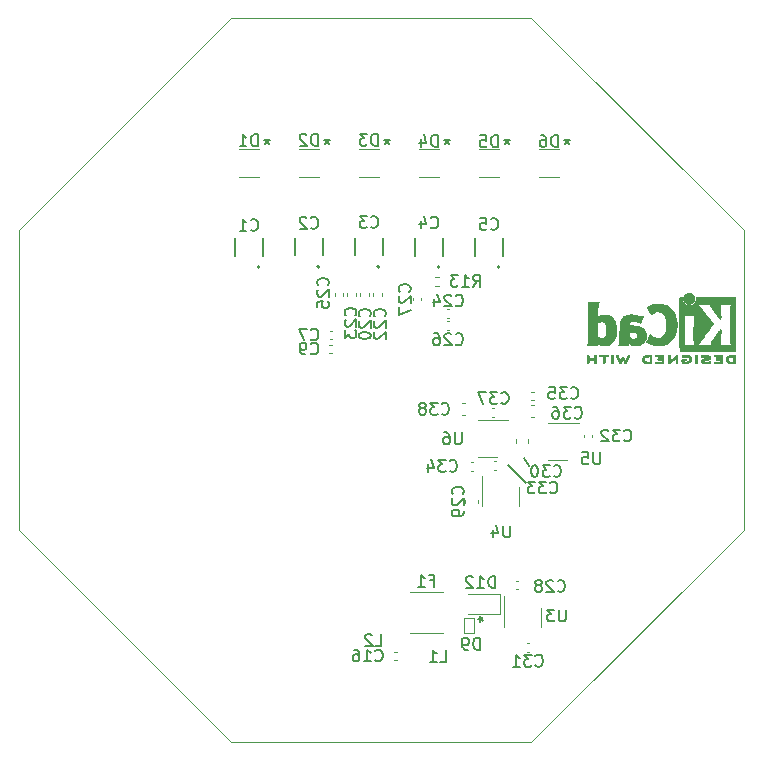
<source format=gbr>
%TF.GenerationSoftware,KiCad,Pcbnew,7.0.1*%
%TF.CreationDate,2023-03-25T19:17:35-04:00*%
%TF.ProjectId,cyton wired,6379746f-6e20-4776-9972-65642e6b6963,rev?*%
%TF.SameCoordinates,Original*%
%TF.FileFunction,Legend,Bot*%
%TF.FilePolarity,Positive*%
%FSLAX46Y46*%
G04 Gerber Fmt 4.6, Leading zero omitted, Abs format (unit mm)*
G04 Created by KiCad (PCBNEW 7.0.1) date 2023-03-25 19:17:35*
%MOMM*%
%LPD*%
G01*
G04 APERTURE LIST*
%ADD10C,0.152400*%
%ADD11C,0.150000*%
%ADD12C,0.120000*%
%ADD13C,0.127000*%
%ADD14C,0.200000*%
%ADD15C,0.101600*%
%ADD16C,0.010000*%
%TA.AperFunction,Profile*%
%ADD17C,0.101600*%
%TD*%
G04 APERTURE END LIST*
D10*
X151790400Y-113461800D02*
X152222200Y-114173000D01*
X150444200Y-114071400D02*
X151917400Y-115570000D01*
D11*
%TO.C,C26*%
X145981657Y-103821580D02*
X146029276Y-103869200D01*
X146029276Y-103869200D02*
X146172133Y-103916819D01*
X146172133Y-103916819D02*
X146267371Y-103916819D01*
X146267371Y-103916819D02*
X146410228Y-103869200D01*
X146410228Y-103869200D02*
X146505466Y-103773961D01*
X146505466Y-103773961D02*
X146553085Y-103678723D01*
X146553085Y-103678723D02*
X146600704Y-103488247D01*
X146600704Y-103488247D02*
X146600704Y-103345390D01*
X146600704Y-103345390D02*
X146553085Y-103154914D01*
X146553085Y-103154914D02*
X146505466Y-103059676D01*
X146505466Y-103059676D02*
X146410228Y-102964438D01*
X146410228Y-102964438D02*
X146267371Y-102916819D01*
X146267371Y-102916819D02*
X146172133Y-102916819D01*
X146172133Y-102916819D02*
X146029276Y-102964438D01*
X146029276Y-102964438D02*
X145981657Y-103012057D01*
X145600704Y-103012057D02*
X145553085Y-102964438D01*
X145553085Y-102964438D02*
X145457847Y-102916819D01*
X145457847Y-102916819D02*
X145219752Y-102916819D01*
X145219752Y-102916819D02*
X145124514Y-102964438D01*
X145124514Y-102964438D02*
X145076895Y-103012057D01*
X145076895Y-103012057D02*
X145029276Y-103107295D01*
X145029276Y-103107295D02*
X145029276Y-103202533D01*
X145029276Y-103202533D02*
X145076895Y-103345390D01*
X145076895Y-103345390D02*
X145648323Y-103916819D01*
X145648323Y-103916819D02*
X145029276Y-103916819D01*
X144172133Y-102916819D02*
X144362609Y-102916819D01*
X144362609Y-102916819D02*
X144457847Y-102964438D01*
X144457847Y-102964438D02*
X144505466Y-103012057D01*
X144505466Y-103012057D02*
X144600704Y-103154914D01*
X144600704Y-103154914D02*
X144648323Y-103345390D01*
X144648323Y-103345390D02*
X144648323Y-103726342D01*
X144648323Y-103726342D02*
X144600704Y-103821580D01*
X144600704Y-103821580D02*
X144553085Y-103869200D01*
X144553085Y-103869200D02*
X144457847Y-103916819D01*
X144457847Y-103916819D02*
X144267371Y-103916819D01*
X144267371Y-103916819D02*
X144172133Y-103869200D01*
X144172133Y-103869200D02*
X144124514Y-103821580D01*
X144124514Y-103821580D02*
X144076895Y-103726342D01*
X144076895Y-103726342D02*
X144076895Y-103488247D01*
X144076895Y-103488247D02*
X144124514Y-103393009D01*
X144124514Y-103393009D02*
X144172133Y-103345390D01*
X144172133Y-103345390D02*
X144267371Y-103297771D01*
X144267371Y-103297771D02*
X144457847Y-103297771D01*
X144457847Y-103297771D02*
X144553085Y-103345390D01*
X144553085Y-103345390D02*
X144600704Y-103393009D01*
X144600704Y-103393009D02*
X144648323Y-103488247D01*
%TO.C,C25*%
X135165180Y-98848942D02*
X135212800Y-98801323D01*
X135212800Y-98801323D02*
X135260419Y-98658466D01*
X135260419Y-98658466D02*
X135260419Y-98563228D01*
X135260419Y-98563228D02*
X135212800Y-98420371D01*
X135212800Y-98420371D02*
X135117561Y-98325133D01*
X135117561Y-98325133D02*
X135022323Y-98277514D01*
X135022323Y-98277514D02*
X134831847Y-98229895D01*
X134831847Y-98229895D02*
X134688990Y-98229895D01*
X134688990Y-98229895D02*
X134498514Y-98277514D01*
X134498514Y-98277514D02*
X134403276Y-98325133D01*
X134403276Y-98325133D02*
X134308038Y-98420371D01*
X134308038Y-98420371D02*
X134260419Y-98563228D01*
X134260419Y-98563228D02*
X134260419Y-98658466D01*
X134260419Y-98658466D02*
X134308038Y-98801323D01*
X134308038Y-98801323D02*
X134355657Y-98848942D01*
X134355657Y-99229895D02*
X134308038Y-99277514D01*
X134308038Y-99277514D02*
X134260419Y-99372752D01*
X134260419Y-99372752D02*
X134260419Y-99610847D01*
X134260419Y-99610847D02*
X134308038Y-99706085D01*
X134308038Y-99706085D02*
X134355657Y-99753704D01*
X134355657Y-99753704D02*
X134450895Y-99801323D01*
X134450895Y-99801323D02*
X134546133Y-99801323D01*
X134546133Y-99801323D02*
X134688990Y-99753704D01*
X134688990Y-99753704D02*
X135260419Y-99182276D01*
X135260419Y-99182276D02*
X135260419Y-99801323D01*
X134260419Y-100706085D02*
X134260419Y-100229895D01*
X134260419Y-100229895D02*
X134736609Y-100182276D01*
X134736609Y-100182276D02*
X134688990Y-100229895D01*
X134688990Y-100229895D02*
X134641371Y-100325133D01*
X134641371Y-100325133D02*
X134641371Y-100563228D01*
X134641371Y-100563228D02*
X134688990Y-100658466D01*
X134688990Y-100658466D02*
X134736609Y-100706085D01*
X134736609Y-100706085D02*
X134831847Y-100753704D01*
X134831847Y-100753704D02*
X135069942Y-100753704D01*
X135069942Y-100753704D02*
X135165180Y-100706085D01*
X135165180Y-100706085D02*
X135212800Y-100658466D01*
X135212800Y-100658466D02*
X135260419Y-100563228D01*
X135260419Y-100563228D02*
X135260419Y-100325133D01*
X135260419Y-100325133D02*
X135212800Y-100229895D01*
X135212800Y-100229895D02*
X135165180Y-100182276D01*
%TO.C,C5*%
X148959866Y-94067980D02*
X149007485Y-94115600D01*
X149007485Y-94115600D02*
X149150342Y-94163219D01*
X149150342Y-94163219D02*
X149245580Y-94163219D01*
X149245580Y-94163219D02*
X149388437Y-94115600D01*
X149388437Y-94115600D02*
X149483675Y-94020361D01*
X149483675Y-94020361D02*
X149531294Y-93925123D01*
X149531294Y-93925123D02*
X149578913Y-93734647D01*
X149578913Y-93734647D02*
X149578913Y-93591790D01*
X149578913Y-93591790D02*
X149531294Y-93401314D01*
X149531294Y-93401314D02*
X149483675Y-93306076D01*
X149483675Y-93306076D02*
X149388437Y-93210838D01*
X149388437Y-93210838D02*
X149245580Y-93163219D01*
X149245580Y-93163219D02*
X149150342Y-93163219D01*
X149150342Y-93163219D02*
X149007485Y-93210838D01*
X149007485Y-93210838D02*
X148959866Y-93258457D01*
X148055104Y-93163219D02*
X148531294Y-93163219D01*
X148531294Y-93163219D02*
X148578913Y-93639409D01*
X148578913Y-93639409D02*
X148531294Y-93591790D01*
X148531294Y-93591790D02*
X148436056Y-93544171D01*
X148436056Y-93544171D02*
X148197961Y-93544171D01*
X148197961Y-93544171D02*
X148102723Y-93591790D01*
X148102723Y-93591790D02*
X148055104Y-93639409D01*
X148055104Y-93639409D02*
X148007485Y-93734647D01*
X148007485Y-93734647D02*
X148007485Y-93972742D01*
X148007485Y-93972742D02*
X148055104Y-94067980D01*
X148055104Y-94067980D02*
X148102723Y-94115600D01*
X148102723Y-94115600D02*
X148197961Y-94163219D01*
X148197961Y-94163219D02*
X148436056Y-94163219D01*
X148436056Y-94163219D02*
X148531294Y-94115600D01*
X148531294Y-94115600D02*
X148578913Y-94067980D01*
%TO.C,U5*%
X158216504Y-113000619D02*
X158216504Y-113810142D01*
X158216504Y-113810142D02*
X158168885Y-113905380D01*
X158168885Y-113905380D02*
X158121266Y-113953000D01*
X158121266Y-113953000D02*
X158026028Y-114000619D01*
X158026028Y-114000619D02*
X157835552Y-114000619D01*
X157835552Y-114000619D02*
X157740314Y-113953000D01*
X157740314Y-113953000D02*
X157692695Y-113905380D01*
X157692695Y-113905380D02*
X157645076Y-113810142D01*
X157645076Y-113810142D02*
X157645076Y-113000619D01*
X156692695Y-113000619D02*
X157168885Y-113000619D01*
X157168885Y-113000619D02*
X157216504Y-113476809D01*
X157216504Y-113476809D02*
X157168885Y-113429190D01*
X157168885Y-113429190D02*
X157073647Y-113381571D01*
X157073647Y-113381571D02*
X156835552Y-113381571D01*
X156835552Y-113381571D02*
X156740314Y-113429190D01*
X156740314Y-113429190D02*
X156692695Y-113476809D01*
X156692695Y-113476809D02*
X156645076Y-113572047D01*
X156645076Y-113572047D02*
X156645076Y-113810142D01*
X156645076Y-113810142D02*
X156692695Y-113905380D01*
X156692695Y-113905380D02*
X156740314Y-113953000D01*
X156740314Y-113953000D02*
X156835552Y-114000619D01*
X156835552Y-114000619D02*
X157073647Y-114000619D01*
X157073647Y-114000619D02*
X157168885Y-113953000D01*
X157168885Y-113953000D02*
X157216504Y-113905380D01*
%TO.C,L1*%
X144646666Y-130739219D02*
X145122856Y-130739219D01*
X145122856Y-130739219D02*
X145122856Y-129739219D01*
X143789523Y-130739219D02*
X144360951Y-130739219D01*
X144075237Y-130739219D02*
X144075237Y-129739219D01*
X144075237Y-129739219D02*
X144170475Y-129882076D01*
X144170475Y-129882076D02*
X144265713Y-129977314D01*
X144265713Y-129977314D02*
X144360951Y-130024933D01*
%TO.C,C4*%
X143879866Y-93940980D02*
X143927485Y-93988600D01*
X143927485Y-93988600D02*
X144070342Y-94036219D01*
X144070342Y-94036219D02*
X144165580Y-94036219D01*
X144165580Y-94036219D02*
X144308437Y-93988600D01*
X144308437Y-93988600D02*
X144403675Y-93893361D01*
X144403675Y-93893361D02*
X144451294Y-93798123D01*
X144451294Y-93798123D02*
X144498913Y-93607647D01*
X144498913Y-93607647D02*
X144498913Y-93464790D01*
X144498913Y-93464790D02*
X144451294Y-93274314D01*
X144451294Y-93274314D02*
X144403675Y-93179076D01*
X144403675Y-93179076D02*
X144308437Y-93083838D01*
X144308437Y-93083838D02*
X144165580Y-93036219D01*
X144165580Y-93036219D02*
X144070342Y-93036219D01*
X144070342Y-93036219D02*
X143927485Y-93083838D01*
X143927485Y-93083838D02*
X143879866Y-93131457D01*
X143022723Y-93369552D02*
X143022723Y-94036219D01*
X143260818Y-92988600D02*
X143498913Y-93702885D01*
X143498913Y-93702885D02*
X142879866Y-93702885D01*
%TO.C,U3*%
X155295504Y-126310219D02*
X155295504Y-127119742D01*
X155295504Y-127119742D02*
X155247885Y-127214980D01*
X155247885Y-127214980D02*
X155200266Y-127262600D01*
X155200266Y-127262600D02*
X155105028Y-127310219D01*
X155105028Y-127310219D02*
X154914552Y-127310219D01*
X154914552Y-127310219D02*
X154819314Y-127262600D01*
X154819314Y-127262600D02*
X154771695Y-127214980D01*
X154771695Y-127214980D02*
X154724076Y-127119742D01*
X154724076Y-127119742D02*
X154724076Y-126310219D01*
X154343123Y-126310219D02*
X153724076Y-126310219D01*
X153724076Y-126310219D02*
X154057409Y-126691171D01*
X154057409Y-126691171D02*
X153914552Y-126691171D01*
X153914552Y-126691171D02*
X153819314Y-126738790D01*
X153819314Y-126738790D02*
X153771695Y-126786409D01*
X153771695Y-126786409D02*
X153724076Y-126881647D01*
X153724076Y-126881647D02*
X153724076Y-127119742D01*
X153724076Y-127119742D02*
X153771695Y-127214980D01*
X153771695Y-127214980D02*
X153819314Y-127262600D01*
X153819314Y-127262600D02*
X153914552Y-127310219D01*
X153914552Y-127310219D02*
X154200266Y-127310219D01*
X154200266Y-127310219D02*
X154295504Y-127262600D01*
X154295504Y-127262600D02*
X154343123Y-127214980D01*
%TO.C,C20*%
X138695780Y-101490542D02*
X138743400Y-101442923D01*
X138743400Y-101442923D02*
X138791019Y-101300066D01*
X138791019Y-101300066D02*
X138791019Y-101204828D01*
X138791019Y-101204828D02*
X138743400Y-101061971D01*
X138743400Y-101061971D02*
X138648161Y-100966733D01*
X138648161Y-100966733D02*
X138552923Y-100919114D01*
X138552923Y-100919114D02*
X138362447Y-100871495D01*
X138362447Y-100871495D02*
X138219590Y-100871495D01*
X138219590Y-100871495D02*
X138029114Y-100919114D01*
X138029114Y-100919114D02*
X137933876Y-100966733D01*
X137933876Y-100966733D02*
X137838638Y-101061971D01*
X137838638Y-101061971D02*
X137791019Y-101204828D01*
X137791019Y-101204828D02*
X137791019Y-101300066D01*
X137791019Y-101300066D02*
X137838638Y-101442923D01*
X137838638Y-101442923D02*
X137886257Y-101490542D01*
X137886257Y-101871495D02*
X137838638Y-101919114D01*
X137838638Y-101919114D02*
X137791019Y-102014352D01*
X137791019Y-102014352D02*
X137791019Y-102252447D01*
X137791019Y-102252447D02*
X137838638Y-102347685D01*
X137838638Y-102347685D02*
X137886257Y-102395304D01*
X137886257Y-102395304D02*
X137981495Y-102442923D01*
X137981495Y-102442923D02*
X138076733Y-102442923D01*
X138076733Y-102442923D02*
X138219590Y-102395304D01*
X138219590Y-102395304D02*
X138791019Y-101823876D01*
X138791019Y-101823876D02*
X138791019Y-102442923D01*
X137791019Y-103061971D02*
X137791019Y-103157209D01*
X137791019Y-103157209D02*
X137838638Y-103252447D01*
X137838638Y-103252447D02*
X137886257Y-103300066D01*
X137886257Y-103300066D02*
X137981495Y-103347685D01*
X137981495Y-103347685D02*
X138171971Y-103395304D01*
X138171971Y-103395304D02*
X138410066Y-103395304D01*
X138410066Y-103395304D02*
X138600542Y-103347685D01*
X138600542Y-103347685D02*
X138695780Y-103300066D01*
X138695780Y-103300066D02*
X138743400Y-103252447D01*
X138743400Y-103252447D02*
X138791019Y-103157209D01*
X138791019Y-103157209D02*
X138791019Y-103061971D01*
X138791019Y-103061971D02*
X138743400Y-102966733D01*
X138743400Y-102966733D02*
X138695780Y-102919114D01*
X138695780Y-102919114D02*
X138600542Y-102871495D01*
X138600542Y-102871495D02*
X138410066Y-102823876D01*
X138410066Y-102823876D02*
X138171971Y-102823876D01*
X138171971Y-102823876D02*
X137981495Y-102871495D01*
X137981495Y-102871495D02*
X137886257Y-102919114D01*
X137886257Y-102919114D02*
X137838638Y-102966733D01*
X137838638Y-102966733D02*
X137791019Y-103061971D01*
%TO.C,D12*%
X149321685Y-124469619D02*
X149321685Y-123469619D01*
X149321685Y-123469619D02*
X149083590Y-123469619D01*
X149083590Y-123469619D02*
X148940733Y-123517238D01*
X148940733Y-123517238D02*
X148845495Y-123612476D01*
X148845495Y-123612476D02*
X148797876Y-123707714D01*
X148797876Y-123707714D02*
X148750257Y-123898190D01*
X148750257Y-123898190D02*
X148750257Y-124041047D01*
X148750257Y-124041047D02*
X148797876Y-124231523D01*
X148797876Y-124231523D02*
X148845495Y-124326761D01*
X148845495Y-124326761D02*
X148940733Y-124422000D01*
X148940733Y-124422000D02*
X149083590Y-124469619D01*
X149083590Y-124469619D02*
X149321685Y-124469619D01*
X147797876Y-124469619D02*
X148369304Y-124469619D01*
X148083590Y-124469619D02*
X148083590Y-123469619D01*
X148083590Y-123469619D02*
X148178828Y-123612476D01*
X148178828Y-123612476D02*
X148274066Y-123707714D01*
X148274066Y-123707714D02*
X148369304Y-123755333D01*
X147416923Y-123564857D02*
X147369304Y-123517238D01*
X147369304Y-123517238D02*
X147274066Y-123469619D01*
X147274066Y-123469619D02*
X147035971Y-123469619D01*
X147035971Y-123469619D02*
X146940733Y-123517238D01*
X146940733Y-123517238D02*
X146893114Y-123564857D01*
X146893114Y-123564857D02*
X146845495Y-123660095D01*
X146845495Y-123660095D02*
X146845495Y-123755333D01*
X146845495Y-123755333D02*
X146893114Y-123898190D01*
X146893114Y-123898190D02*
X147464542Y-124469619D01*
X147464542Y-124469619D02*
X146845495Y-124469619D01*
%TO.C,C38*%
X144787857Y-109714380D02*
X144835476Y-109762000D01*
X144835476Y-109762000D02*
X144978333Y-109809619D01*
X144978333Y-109809619D02*
X145073571Y-109809619D01*
X145073571Y-109809619D02*
X145216428Y-109762000D01*
X145216428Y-109762000D02*
X145311666Y-109666761D01*
X145311666Y-109666761D02*
X145359285Y-109571523D01*
X145359285Y-109571523D02*
X145406904Y-109381047D01*
X145406904Y-109381047D02*
X145406904Y-109238190D01*
X145406904Y-109238190D02*
X145359285Y-109047714D01*
X145359285Y-109047714D02*
X145311666Y-108952476D01*
X145311666Y-108952476D02*
X145216428Y-108857238D01*
X145216428Y-108857238D02*
X145073571Y-108809619D01*
X145073571Y-108809619D02*
X144978333Y-108809619D01*
X144978333Y-108809619D02*
X144835476Y-108857238D01*
X144835476Y-108857238D02*
X144787857Y-108904857D01*
X144454523Y-108809619D02*
X143835476Y-108809619D01*
X143835476Y-108809619D02*
X144168809Y-109190571D01*
X144168809Y-109190571D02*
X144025952Y-109190571D01*
X144025952Y-109190571D02*
X143930714Y-109238190D01*
X143930714Y-109238190D02*
X143883095Y-109285809D01*
X143883095Y-109285809D02*
X143835476Y-109381047D01*
X143835476Y-109381047D02*
X143835476Y-109619142D01*
X143835476Y-109619142D02*
X143883095Y-109714380D01*
X143883095Y-109714380D02*
X143930714Y-109762000D01*
X143930714Y-109762000D02*
X144025952Y-109809619D01*
X144025952Y-109809619D02*
X144311666Y-109809619D01*
X144311666Y-109809619D02*
X144406904Y-109762000D01*
X144406904Y-109762000D02*
X144454523Y-109714380D01*
X143264047Y-109238190D02*
X143359285Y-109190571D01*
X143359285Y-109190571D02*
X143406904Y-109142952D01*
X143406904Y-109142952D02*
X143454523Y-109047714D01*
X143454523Y-109047714D02*
X143454523Y-109000095D01*
X143454523Y-109000095D02*
X143406904Y-108904857D01*
X143406904Y-108904857D02*
X143359285Y-108857238D01*
X143359285Y-108857238D02*
X143264047Y-108809619D01*
X143264047Y-108809619D02*
X143073571Y-108809619D01*
X143073571Y-108809619D02*
X142978333Y-108857238D01*
X142978333Y-108857238D02*
X142930714Y-108904857D01*
X142930714Y-108904857D02*
X142883095Y-109000095D01*
X142883095Y-109000095D02*
X142883095Y-109047714D01*
X142883095Y-109047714D02*
X142930714Y-109142952D01*
X142930714Y-109142952D02*
X142978333Y-109190571D01*
X142978333Y-109190571D02*
X143073571Y-109238190D01*
X143073571Y-109238190D02*
X143264047Y-109238190D01*
X143264047Y-109238190D02*
X143359285Y-109285809D01*
X143359285Y-109285809D02*
X143406904Y-109333428D01*
X143406904Y-109333428D02*
X143454523Y-109428666D01*
X143454523Y-109428666D02*
X143454523Y-109619142D01*
X143454523Y-109619142D02*
X143406904Y-109714380D01*
X143406904Y-109714380D02*
X143359285Y-109762000D01*
X143359285Y-109762000D02*
X143264047Y-109809619D01*
X143264047Y-109809619D02*
X143073571Y-109809619D01*
X143073571Y-109809619D02*
X142978333Y-109762000D01*
X142978333Y-109762000D02*
X142930714Y-109714380D01*
X142930714Y-109714380D02*
X142883095Y-109619142D01*
X142883095Y-109619142D02*
X142883095Y-109428666D01*
X142883095Y-109428666D02*
X142930714Y-109333428D01*
X142930714Y-109333428D02*
X142978333Y-109285809D01*
X142978333Y-109285809D02*
X143073571Y-109238190D01*
%TO.C,D4*%
X144451294Y-87102019D02*
X144451294Y-86102019D01*
X144451294Y-86102019D02*
X144213199Y-86102019D01*
X144213199Y-86102019D02*
X144070342Y-86149638D01*
X144070342Y-86149638D02*
X143975104Y-86244876D01*
X143975104Y-86244876D02*
X143927485Y-86340114D01*
X143927485Y-86340114D02*
X143879866Y-86530590D01*
X143879866Y-86530590D02*
X143879866Y-86673447D01*
X143879866Y-86673447D02*
X143927485Y-86863923D01*
X143927485Y-86863923D02*
X143975104Y-86959161D01*
X143975104Y-86959161D02*
X144070342Y-87054400D01*
X144070342Y-87054400D02*
X144213199Y-87102019D01*
X144213199Y-87102019D02*
X144451294Y-87102019D01*
X143022723Y-86435352D02*
X143022723Y-87102019D01*
X143260818Y-86054400D02*
X143498913Y-86768685D01*
X143498913Y-86768685D02*
X142879866Y-86768685D01*
X145237199Y-86432219D02*
X145237199Y-86670314D01*
X145475294Y-86575076D02*
X145237199Y-86670314D01*
X145237199Y-86670314D02*
X144999104Y-86575076D01*
X145380056Y-86860790D02*
X145237199Y-86670314D01*
X145237199Y-86670314D02*
X145094342Y-86860790D01*
%TO.C,U4*%
X150596504Y-119198219D02*
X150596504Y-120007742D01*
X150596504Y-120007742D02*
X150548885Y-120102980D01*
X150548885Y-120102980D02*
X150501266Y-120150600D01*
X150501266Y-120150600D02*
X150406028Y-120198219D01*
X150406028Y-120198219D02*
X150215552Y-120198219D01*
X150215552Y-120198219D02*
X150120314Y-120150600D01*
X150120314Y-120150600D02*
X150072695Y-120102980D01*
X150072695Y-120102980D02*
X150025076Y-120007742D01*
X150025076Y-120007742D02*
X150025076Y-119198219D01*
X149120314Y-119531552D02*
X149120314Y-120198219D01*
X149358409Y-119150600D02*
X149596504Y-119864885D01*
X149596504Y-119864885D02*
X148977457Y-119864885D01*
%TO.C,U6*%
X146481704Y-111298819D02*
X146481704Y-112108342D01*
X146481704Y-112108342D02*
X146434085Y-112203580D01*
X146434085Y-112203580D02*
X146386466Y-112251200D01*
X146386466Y-112251200D02*
X146291228Y-112298819D01*
X146291228Y-112298819D02*
X146100752Y-112298819D01*
X146100752Y-112298819D02*
X146005514Y-112251200D01*
X146005514Y-112251200D02*
X145957895Y-112203580D01*
X145957895Y-112203580D02*
X145910276Y-112108342D01*
X145910276Y-112108342D02*
X145910276Y-111298819D01*
X145005514Y-111298819D02*
X145195990Y-111298819D01*
X145195990Y-111298819D02*
X145291228Y-111346438D01*
X145291228Y-111346438D02*
X145338847Y-111394057D01*
X145338847Y-111394057D02*
X145434085Y-111536914D01*
X145434085Y-111536914D02*
X145481704Y-111727390D01*
X145481704Y-111727390D02*
X145481704Y-112108342D01*
X145481704Y-112108342D02*
X145434085Y-112203580D01*
X145434085Y-112203580D02*
X145386466Y-112251200D01*
X145386466Y-112251200D02*
X145291228Y-112298819D01*
X145291228Y-112298819D02*
X145100752Y-112298819D01*
X145100752Y-112298819D02*
X145005514Y-112251200D01*
X145005514Y-112251200D02*
X144957895Y-112203580D01*
X144957895Y-112203580D02*
X144910276Y-112108342D01*
X144910276Y-112108342D02*
X144910276Y-111870247D01*
X144910276Y-111870247D02*
X144957895Y-111775009D01*
X144957895Y-111775009D02*
X145005514Y-111727390D01*
X145005514Y-111727390D02*
X145100752Y-111679771D01*
X145100752Y-111679771D02*
X145291228Y-111679771D01*
X145291228Y-111679771D02*
X145386466Y-111727390D01*
X145386466Y-111727390D02*
X145434085Y-111775009D01*
X145434085Y-111775009D02*
X145481704Y-111870247D01*
%TO.C,D9*%
X148032694Y-129697819D02*
X148032694Y-128697819D01*
X148032694Y-128697819D02*
X147794599Y-128697819D01*
X147794599Y-128697819D02*
X147651742Y-128745438D01*
X147651742Y-128745438D02*
X147556504Y-128840676D01*
X147556504Y-128840676D02*
X147508885Y-128935914D01*
X147508885Y-128935914D02*
X147461266Y-129126390D01*
X147461266Y-129126390D02*
X147461266Y-129269247D01*
X147461266Y-129269247D02*
X147508885Y-129459723D01*
X147508885Y-129459723D02*
X147556504Y-129554961D01*
X147556504Y-129554961D02*
X147651742Y-129650200D01*
X147651742Y-129650200D02*
X147794599Y-129697819D01*
X147794599Y-129697819D02*
X148032694Y-129697819D01*
X146985075Y-129697819D02*
X146794599Y-129697819D01*
X146794599Y-129697819D02*
X146699361Y-129650200D01*
X146699361Y-129650200D02*
X146651742Y-129602580D01*
X146651742Y-129602580D02*
X146556504Y-129459723D01*
X146556504Y-129459723D02*
X146508885Y-129269247D01*
X146508885Y-129269247D02*
X146508885Y-128888295D01*
X146508885Y-128888295D02*
X146556504Y-128793057D01*
X146556504Y-128793057D02*
X146604123Y-128745438D01*
X146604123Y-128745438D02*
X146699361Y-128697819D01*
X146699361Y-128697819D02*
X146889837Y-128697819D01*
X146889837Y-128697819D02*
X146985075Y-128745438D01*
X146985075Y-128745438D02*
X147032694Y-128793057D01*
X147032694Y-128793057D02*
X147080313Y-128888295D01*
X147080313Y-128888295D02*
X147080313Y-129126390D01*
X147080313Y-129126390D02*
X147032694Y-129221628D01*
X147032694Y-129221628D02*
X146985075Y-129269247D01*
X146985075Y-129269247D02*
X146889837Y-129316866D01*
X146889837Y-129316866D02*
X146699361Y-129316866D01*
X146699361Y-129316866D02*
X146604123Y-129269247D01*
X146604123Y-129269247D02*
X146556504Y-129221628D01*
X146556504Y-129221628D02*
X146508885Y-129126390D01*
X147900219Y-127101600D02*
X148138314Y-127101600D01*
X148043076Y-126863505D02*
X148138314Y-127101600D01*
X148138314Y-127101600D02*
X148043076Y-127339695D01*
X148328790Y-126958743D02*
X148138314Y-127101600D01*
X148138314Y-127101600D02*
X148328790Y-127244457D01*
%TO.C,C36*%
X156065457Y-110044580D02*
X156113076Y-110092200D01*
X156113076Y-110092200D02*
X156255933Y-110139819D01*
X156255933Y-110139819D02*
X156351171Y-110139819D01*
X156351171Y-110139819D02*
X156494028Y-110092200D01*
X156494028Y-110092200D02*
X156589266Y-109996961D01*
X156589266Y-109996961D02*
X156636885Y-109901723D01*
X156636885Y-109901723D02*
X156684504Y-109711247D01*
X156684504Y-109711247D02*
X156684504Y-109568390D01*
X156684504Y-109568390D02*
X156636885Y-109377914D01*
X156636885Y-109377914D02*
X156589266Y-109282676D01*
X156589266Y-109282676D02*
X156494028Y-109187438D01*
X156494028Y-109187438D02*
X156351171Y-109139819D01*
X156351171Y-109139819D02*
X156255933Y-109139819D01*
X156255933Y-109139819D02*
X156113076Y-109187438D01*
X156113076Y-109187438D02*
X156065457Y-109235057D01*
X155732123Y-109139819D02*
X155113076Y-109139819D01*
X155113076Y-109139819D02*
X155446409Y-109520771D01*
X155446409Y-109520771D02*
X155303552Y-109520771D01*
X155303552Y-109520771D02*
X155208314Y-109568390D01*
X155208314Y-109568390D02*
X155160695Y-109616009D01*
X155160695Y-109616009D02*
X155113076Y-109711247D01*
X155113076Y-109711247D02*
X155113076Y-109949342D01*
X155113076Y-109949342D02*
X155160695Y-110044580D01*
X155160695Y-110044580D02*
X155208314Y-110092200D01*
X155208314Y-110092200D02*
X155303552Y-110139819D01*
X155303552Y-110139819D02*
X155589266Y-110139819D01*
X155589266Y-110139819D02*
X155684504Y-110092200D01*
X155684504Y-110092200D02*
X155732123Y-110044580D01*
X154255933Y-109139819D02*
X154446409Y-109139819D01*
X154446409Y-109139819D02*
X154541647Y-109187438D01*
X154541647Y-109187438D02*
X154589266Y-109235057D01*
X154589266Y-109235057D02*
X154684504Y-109377914D01*
X154684504Y-109377914D02*
X154732123Y-109568390D01*
X154732123Y-109568390D02*
X154732123Y-109949342D01*
X154732123Y-109949342D02*
X154684504Y-110044580D01*
X154684504Y-110044580D02*
X154636885Y-110092200D01*
X154636885Y-110092200D02*
X154541647Y-110139819D01*
X154541647Y-110139819D02*
X154351171Y-110139819D01*
X154351171Y-110139819D02*
X154255933Y-110092200D01*
X154255933Y-110092200D02*
X154208314Y-110044580D01*
X154208314Y-110044580D02*
X154160695Y-109949342D01*
X154160695Y-109949342D02*
X154160695Y-109711247D01*
X154160695Y-109711247D02*
X154208314Y-109616009D01*
X154208314Y-109616009D02*
X154255933Y-109568390D01*
X154255933Y-109568390D02*
X154351171Y-109520771D01*
X154351171Y-109520771D02*
X154541647Y-109520771D01*
X154541647Y-109520771D02*
X154636885Y-109568390D01*
X154636885Y-109568390D02*
X154684504Y-109616009D01*
X154684504Y-109616009D02*
X154732123Y-109711247D01*
%TO.C,R13*%
X147454857Y-98963819D02*
X147788190Y-98487628D01*
X148026285Y-98963819D02*
X148026285Y-97963819D01*
X148026285Y-97963819D02*
X147645333Y-97963819D01*
X147645333Y-97963819D02*
X147550095Y-98011438D01*
X147550095Y-98011438D02*
X147502476Y-98059057D01*
X147502476Y-98059057D02*
X147454857Y-98154295D01*
X147454857Y-98154295D02*
X147454857Y-98297152D01*
X147454857Y-98297152D02*
X147502476Y-98392390D01*
X147502476Y-98392390D02*
X147550095Y-98440009D01*
X147550095Y-98440009D02*
X147645333Y-98487628D01*
X147645333Y-98487628D02*
X148026285Y-98487628D01*
X146502476Y-98963819D02*
X147073904Y-98963819D01*
X146788190Y-98963819D02*
X146788190Y-97963819D01*
X146788190Y-97963819D02*
X146883428Y-98106676D01*
X146883428Y-98106676D02*
X146978666Y-98201914D01*
X146978666Y-98201914D02*
X147073904Y-98249533D01*
X146169142Y-97963819D02*
X145550095Y-97963819D01*
X145550095Y-97963819D02*
X145883428Y-98344771D01*
X145883428Y-98344771D02*
X145740571Y-98344771D01*
X145740571Y-98344771D02*
X145645333Y-98392390D01*
X145645333Y-98392390D02*
X145597714Y-98440009D01*
X145597714Y-98440009D02*
X145550095Y-98535247D01*
X145550095Y-98535247D02*
X145550095Y-98773342D01*
X145550095Y-98773342D02*
X145597714Y-98868580D01*
X145597714Y-98868580D02*
X145645333Y-98916200D01*
X145645333Y-98916200D02*
X145740571Y-98963819D01*
X145740571Y-98963819D02*
X146026285Y-98963819D01*
X146026285Y-98963819D02*
X146121523Y-98916200D01*
X146121523Y-98916200D02*
X146169142Y-98868580D01*
%TO.C,C16*%
X139171857Y-130593180D02*
X139219476Y-130640800D01*
X139219476Y-130640800D02*
X139362333Y-130688419D01*
X139362333Y-130688419D02*
X139457571Y-130688419D01*
X139457571Y-130688419D02*
X139600428Y-130640800D01*
X139600428Y-130640800D02*
X139695666Y-130545561D01*
X139695666Y-130545561D02*
X139743285Y-130450323D01*
X139743285Y-130450323D02*
X139790904Y-130259847D01*
X139790904Y-130259847D02*
X139790904Y-130116990D01*
X139790904Y-130116990D02*
X139743285Y-129926514D01*
X139743285Y-129926514D02*
X139695666Y-129831276D01*
X139695666Y-129831276D02*
X139600428Y-129736038D01*
X139600428Y-129736038D02*
X139457571Y-129688419D01*
X139457571Y-129688419D02*
X139362333Y-129688419D01*
X139362333Y-129688419D02*
X139219476Y-129736038D01*
X139219476Y-129736038D02*
X139171857Y-129783657D01*
X138219476Y-130688419D02*
X138790904Y-130688419D01*
X138505190Y-130688419D02*
X138505190Y-129688419D01*
X138505190Y-129688419D02*
X138600428Y-129831276D01*
X138600428Y-129831276D02*
X138695666Y-129926514D01*
X138695666Y-129926514D02*
X138790904Y-129974133D01*
X137362333Y-129688419D02*
X137552809Y-129688419D01*
X137552809Y-129688419D02*
X137648047Y-129736038D01*
X137648047Y-129736038D02*
X137695666Y-129783657D01*
X137695666Y-129783657D02*
X137790904Y-129926514D01*
X137790904Y-129926514D02*
X137838523Y-130116990D01*
X137838523Y-130116990D02*
X137838523Y-130497942D01*
X137838523Y-130497942D02*
X137790904Y-130593180D01*
X137790904Y-130593180D02*
X137743285Y-130640800D01*
X137743285Y-130640800D02*
X137648047Y-130688419D01*
X137648047Y-130688419D02*
X137457571Y-130688419D01*
X137457571Y-130688419D02*
X137362333Y-130640800D01*
X137362333Y-130640800D02*
X137314714Y-130593180D01*
X137314714Y-130593180D02*
X137267095Y-130497942D01*
X137267095Y-130497942D02*
X137267095Y-130259847D01*
X137267095Y-130259847D02*
X137314714Y-130164609D01*
X137314714Y-130164609D02*
X137362333Y-130116990D01*
X137362333Y-130116990D02*
X137457571Y-130069371D01*
X137457571Y-130069371D02*
X137648047Y-130069371D01*
X137648047Y-130069371D02*
X137743285Y-130116990D01*
X137743285Y-130116990D02*
X137790904Y-130164609D01*
X137790904Y-130164609D02*
X137838523Y-130259847D01*
%TO.C,D6*%
X154611294Y-87127419D02*
X154611294Y-86127419D01*
X154611294Y-86127419D02*
X154373199Y-86127419D01*
X154373199Y-86127419D02*
X154230342Y-86175038D01*
X154230342Y-86175038D02*
X154135104Y-86270276D01*
X154135104Y-86270276D02*
X154087485Y-86365514D01*
X154087485Y-86365514D02*
X154039866Y-86555990D01*
X154039866Y-86555990D02*
X154039866Y-86698847D01*
X154039866Y-86698847D02*
X154087485Y-86889323D01*
X154087485Y-86889323D02*
X154135104Y-86984561D01*
X154135104Y-86984561D02*
X154230342Y-87079800D01*
X154230342Y-87079800D02*
X154373199Y-87127419D01*
X154373199Y-87127419D02*
X154611294Y-87127419D01*
X153182723Y-86127419D02*
X153373199Y-86127419D01*
X153373199Y-86127419D02*
X153468437Y-86175038D01*
X153468437Y-86175038D02*
X153516056Y-86222657D01*
X153516056Y-86222657D02*
X153611294Y-86365514D01*
X153611294Y-86365514D02*
X153658913Y-86555990D01*
X153658913Y-86555990D02*
X153658913Y-86936942D01*
X153658913Y-86936942D02*
X153611294Y-87032180D01*
X153611294Y-87032180D02*
X153563675Y-87079800D01*
X153563675Y-87079800D02*
X153468437Y-87127419D01*
X153468437Y-87127419D02*
X153277961Y-87127419D01*
X153277961Y-87127419D02*
X153182723Y-87079800D01*
X153182723Y-87079800D02*
X153135104Y-87032180D01*
X153135104Y-87032180D02*
X153087485Y-86936942D01*
X153087485Y-86936942D02*
X153087485Y-86698847D01*
X153087485Y-86698847D02*
X153135104Y-86603609D01*
X153135104Y-86603609D02*
X153182723Y-86555990D01*
X153182723Y-86555990D02*
X153277961Y-86508371D01*
X153277961Y-86508371D02*
X153468437Y-86508371D01*
X153468437Y-86508371D02*
X153563675Y-86555990D01*
X153563675Y-86555990D02*
X153611294Y-86603609D01*
X153611294Y-86603609D02*
X153658913Y-86698847D01*
X155397199Y-86432219D02*
X155397199Y-86670314D01*
X155635294Y-86575076D02*
X155397199Y-86670314D01*
X155397199Y-86670314D02*
X155159104Y-86575076D01*
X155540056Y-86860790D02*
X155397199Y-86670314D01*
X155397199Y-86670314D02*
X155254342Y-86860790D01*
%TO.C,C1*%
X128639866Y-94144180D02*
X128687485Y-94191800D01*
X128687485Y-94191800D02*
X128830342Y-94239419D01*
X128830342Y-94239419D02*
X128925580Y-94239419D01*
X128925580Y-94239419D02*
X129068437Y-94191800D01*
X129068437Y-94191800D02*
X129163675Y-94096561D01*
X129163675Y-94096561D02*
X129211294Y-94001323D01*
X129211294Y-94001323D02*
X129258913Y-93810847D01*
X129258913Y-93810847D02*
X129258913Y-93667990D01*
X129258913Y-93667990D02*
X129211294Y-93477514D01*
X129211294Y-93477514D02*
X129163675Y-93382276D01*
X129163675Y-93382276D02*
X129068437Y-93287038D01*
X129068437Y-93287038D02*
X128925580Y-93239419D01*
X128925580Y-93239419D02*
X128830342Y-93239419D01*
X128830342Y-93239419D02*
X128687485Y-93287038D01*
X128687485Y-93287038D02*
X128639866Y-93334657D01*
X127687485Y-94239419D02*
X128258913Y-94239419D01*
X127973199Y-94239419D02*
X127973199Y-93239419D01*
X127973199Y-93239419D02*
X128068437Y-93382276D01*
X128068437Y-93382276D02*
X128163675Y-93477514D01*
X128163675Y-93477514D02*
X128258913Y-93525133D01*
%TO.C,F1*%
X143839433Y-123831609D02*
X144172766Y-123831609D01*
X144172766Y-124355419D02*
X144172766Y-123355419D01*
X144172766Y-123355419D02*
X143696576Y-123355419D01*
X142791814Y-124355419D02*
X143363242Y-124355419D01*
X143077528Y-124355419D02*
X143077528Y-123355419D01*
X143077528Y-123355419D02*
X143172766Y-123498276D01*
X143172766Y-123498276D02*
X143268004Y-123593514D01*
X143268004Y-123593514D02*
X143363242Y-123641133D01*
%TO.C,C9*%
X133719866Y-104608980D02*
X133767485Y-104656600D01*
X133767485Y-104656600D02*
X133910342Y-104704219D01*
X133910342Y-104704219D02*
X134005580Y-104704219D01*
X134005580Y-104704219D02*
X134148437Y-104656600D01*
X134148437Y-104656600D02*
X134243675Y-104561361D01*
X134243675Y-104561361D02*
X134291294Y-104466123D01*
X134291294Y-104466123D02*
X134338913Y-104275647D01*
X134338913Y-104275647D02*
X134338913Y-104132790D01*
X134338913Y-104132790D02*
X134291294Y-103942314D01*
X134291294Y-103942314D02*
X134243675Y-103847076D01*
X134243675Y-103847076D02*
X134148437Y-103751838D01*
X134148437Y-103751838D02*
X134005580Y-103704219D01*
X134005580Y-103704219D02*
X133910342Y-103704219D01*
X133910342Y-103704219D02*
X133767485Y-103751838D01*
X133767485Y-103751838D02*
X133719866Y-103799457D01*
X133243675Y-104704219D02*
X133053199Y-104704219D01*
X133053199Y-104704219D02*
X132957961Y-104656600D01*
X132957961Y-104656600D02*
X132910342Y-104608980D01*
X132910342Y-104608980D02*
X132815104Y-104466123D01*
X132815104Y-104466123D02*
X132767485Y-104275647D01*
X132767485Y-104275647D02*
X132767485Y-103894695D01*
X132767485Y-103894695D02*
X132815104Y-103799457D01*
X132815104Y-103799457D02*
X132862723Y-103751838D01*
X132862723Y-103751838D02*
X132957961Y-103704219D01*
X132957961Y-103704219D02*
X133148437Y-103704219D01*
X133148437Y-103704219D02*
X133243675Y-103751838D01*
X133243675Y-103751838D02*
X133291294Y-103799457D01*
X133291294Y-103799457D02*
X133338913Y-103894695D01*
X133338913Y-103894695D02*
X133338913Y-104132790D01*
X133338913Y-104132790D02*
X133291294Y-104228028D01*
X133291294Y-104228028D02*
X133243675Y-104275647D01*
X133243675Y-104275647D02*
X133148437Y-104323266D01*
X133148437Y-104323266D02*
X132957961Y-104323266D01*
X132957961Y-104323266D02*
X132862723Y-104275647D01*
X132862723Y-104275647D02*
X132815104Y-104228028D01*
X132815104Y-104228028D02*
X132767485Y-104132790D01*
%TO.C,D3*%
X139371294Y-87025819D02*
X139371294Y-86025819D01*
X139371294Y-86025819D02*
X139133199Y-86025819D01*
X139133199Y-86025819D02*
X138990342Y-86073438D01*
X138990342Y-86073438D02*
X138895104Y-86168676D01*
X138895104Y-86168676D02*
X138847485Y-86263914D01*
X138847485Y-86263914D02*
X138799866Y-86454390D01*
X138799866Y-86454390D02*
X138799866Y-86597247D01*
X138799866Y-86597247D02*
X138847485Y-86787723D01*
X138847485Y-86787723D02*
X138895104Y-86882961D01*
X138895104Y-86882961D02*
X138990342Y-86978200D01*
X138990342Y-86978200D02*
X139133199Y-87025819D01*
X139133199Y-87025819D02*
X139371294Y-87025819D01*
X138466532Y-86025819D02*
X137847485Y-86025819D01*
X137847485Y-86025819D02*
X138180818Y-86406771D01*
X138180818Y-86406771D02*
X138037961Y-86406771D01*
X138037961Y-86406771D02*
X137942723Y-86454390D01*
X137942723Y-86454390D02*
X137895104Y-86502009D01*
X137895104Y-86502009D02*
X137847485Y-86597247D01*
X137847485Y-86597247D02*
X137847485Y-86835342D01*
X137847485Y-86835342D02*
X137895104Y-86930580D01*
X137895104Y-86930580D02*
X137942723Y-86978200D01*
X137942723Y-86978200D02*
X138037961Y-87025819D01*
X138037961Y-87025819D02*
X138323675Y-87025819D01*
X138323675Y-87025819D02*
X138418913Y-86978200D01*
X138418913Y-86978200D02*
X138466532Y-86930580D01*
X140157199Y-86432219D02*
X140157199Y-86670314D01*
X140395294Y-86575076D02*
X140157199Y-86670314D01*
X140157199Y-86670314D02*
X139919104Y-86575076D01*
X140300056Y-86860790D02*
X140157199Y-86670314D01*
X140157199Y-86670314D02*
X140014342Y-86860790D01*
%TO.C,C30*%
X154287457Y-114972180D02*
X154335076Y-115019800D01*
X154335076Y-115019800D02*
X154477933Y-115067419D01*
X154477933Y-115067419D02*
X154573171Y-115067419D01*
X154573171Y-115067419D02*
X154716028Y-115019800D01*
X154716028Y-115019800D02*
X154811266Y-114924561D01*
X154811266Y-114924561D02*
X154858885Y-114829323D01*
X154858885Y-114829323D02*
X154906504Y-114638847D01*
X154906504Y-114638847D02*
X154906504Y-114495990D01*
X154906504Y-114495990D02*
X154858885Y-114305514D01*
X154858885Y-114305514D02*
X154811266Y-114210276D01*
X154811266Y-114210276D02*
X154716028Y-114115038D01*
X154716028Y-114115038D02*
X154573171Y-114067419D01*
X154573171Y-114067419D02*
X154477933Y-114067419D01*
X154477933Y-114067419D02*
X154335076Y-114115038D01*
X154335076Y-114115038D02*
X154287457Y-114162657D01*
X153954123Y-114067419D02*
X153335076Y-114067419D01*
X153335076Y-114067419D02*
X153668409Y-114448371D01*
X153668409Y-114448371D02*
X153525552Y-114448371D01*
X153525552Y-114448371D02*
X153430314Y-114495990D01*
X153430314Y-114495990D02*
X153382695Y-114543609D01*
X153382695Y-114543609D02*
X153335076Y-114638847D01*
X153335076Y-114638847D02*
X153335076Y-114876942D01*
X153335076Y-114876942D02*
X153382695Y-114972180D01*
X153382695Y-114972180D02*
X153430314Y-115019800D01*
X153430314Y-115019800D02*
X153525552Y-115067419D01*
X153525552Y-115067419D02*
X153811266Y-115067419D01*
X153811266Y-115067419D02*
X153906504Y-115019800D01*
X153906504Y-115019800D02*
X153954123Y-114972180D01*
X152716028Y-114067419D02*
X152620790Y-114067419D01*
X152620790Y-114067419D02*
X152525552Y-114115038D01*
X152525552Y-114115038D02*
X152477933Y-114162657D01*
X152477933Y-114162657D02*
X152430314Y-114257895D01*
X152430314Y-114257895D02*
X152382695Y-114448371D01*
X152382695Y-114448371D02*
X152382695Y-114686466D01*
X152382695Y-114686466D02*
X152430314Y-114876942D01*
X152430314Y-114876942D02*
X152477933Y-114972180D01*
X152477933Y-114972180D02*
X152525552Y-115019800D01*
X152525552Y-115019800D02*
X152620790Y-115067419D01*
X152620790Y-115067419D02*
X152716028Y-115067419D01*
X152716028Y-115067419D02*
X152811266Y-115019800D01*
X152811266Y-115019800D02*
X152858885Y-114972180D01*
X152858885Y-114972180D02*
X152906504Y-114876942D01*
X152906504Y-114876942D02*
X152954123Y-114686466D01*
X152954123Y-114686466D02*
X152954123Y-114448371D01*
X152954123Y-114448371D02*
X152906504Y-114257895D01*
X152906504Y-114257895D02*
X152858885Y-114162657D01*
X152858885Y-114162657D02*
X152811266Y-114115038D01*
X152811266Y-114115038D02*
X152716028Y-114067419D01*
%TO.C,C37*%
X149842457Y-108799980D02*
X149890076Y-108847600D01*
X149890076Y-108847600D02*
X150032933Y-108895219D01*
X150032933Y-108895219D02*
X150128171Y-108895219D01*
X150128171Y-108895219D02*
X150271028Y-108847600D01*
X150271028Y-108847600D02*
X150366266Y-108752361D01*
X150366266Y-108752361D02*
X150413885Y-108657123D01*
X150413885Y-108657123D02*
X150461504Y-108466647D01*
X150461504Y-108466647D02*
X150461504Y-108323790D01*
X150461504Y-108323790D02*
X150413885Y-108133314D01*
X150413885Y-108133314D02*
X150366266Y-108038076D01*
X150366266Y-108038076D02*
X150271028Y-107942838D01*
X150271028Y-107942838D02*
X150128171Y-107895219D01*
X150128171Y-107895219D02*
X150032933Y-107895219D01*
X150032933Y-107895219D02*
X149890076Y-107942838D01*
X149890076Y-107942838D02*
X149842457Y-107990457D01*
X149509123Y-107895219D02*
X148890076Y-107895219D01*
X148890076Y-107895219D02*
X149223409Y-108276171D01*
X149223409Y-108276171D02*
X149080552Y-108276171D01*
X149080552Y-108276171D02*
X148985314Y-108323790D01*
X148985314Y-108323790D02*
X148937695Y-108371409D01*
X148937695Y-108371409D02*
X148890076Y-108466647D01*
X148890076Y-108466647D02*
X148890076Y-108704742D01*
X148890076Y-108704742D02*
X148937695Y-108799980D01*
X148937695Y-108799980D02*
X148985314Y-108847600D01*
X148985314Y-108847600D02*
X149080552Y-108895219D01*
X149080552Y-108895219D02*
X149366266Y-108895219D01*
X149366266Y-108895219D02*
X149461504Y-108847600D01*
X149461504Y-108847600D02*
X149509123Y-108799980D01*
X148556742Y-107895219D02*
X147890076Y-107895219D01*
X147890076Y-107895219D02*
X148318647Y-108895219D01*
%TO.C,C23*%
X137476580Y-101388942D02*
X137524200Y-101341323D01*
X137524200Y-101341323D02*
X137571819Y-101198466D01*
X137571819Y-101198466D02*
X137571819Y-101103228D01*
X137571819Y-101103228D02*
X137524200Y-100960371D01*
X137524200Y-100960371D02*
X137428961Y-100865133D01*
X137428961Y-100865133D02*
X137333723Y-100817514D01*
X137333723Y-100817514D02*
X137143247Y-100769895D01*
X137143247Y-100769895D02*
X137000390Y-100769895D01*
X137000390Y-100769895D02*
X136809914Y-100817514D01*
X136809914Y-100817514D02*
X136714676Y-100865133D01*
X136714676Y-100865133D02*
X136619438Y-100960371D01*
X136619438Y-100960371D02*
X136571819Y-101103228D01*
X136571819Y-101103228D02*
X136571819Y-101198466D01*
X136571819Y-101198466D02*
X136619438Y-101341323D01*
X136619438Y-101341323D02*
X136667057Y-101388942D01*
X136667057Y-101769895D02*
X136619438Y-101817514D01*
X136619438Y-101817514D02*
X136571819Y-101912752D01*
X136571819Y-101912752D02*
X136571819Y-102150847D01*
X136571819Y-102150847D02*
X136619438Y-102246085D01*
X136619438Y-102246085D02*
X136667057Y-102293704D01*
X136667057Y-102293704D02*
X136762295Y-102341323D01*
X136762295Y-102341323D02*
X136857533Y-102341323D01*
X136857533Y-102341323D02*
X137000390Y-102293704D01*
X137000390Y-102293704D02*
X137571819Y-101722276D01*
X137571819Y-101722276D02*
X137571819Y-102341323D01*
X136571819Y-102674657D02*
X136571819Y-103293704D01*
X136571819Y-103293704D02*
X136952771Y-102960371D01*
X136952771Y-102960371D02*
X136952771Y-103103228D01*
X136952771Y-103103228D02*
X137000390Y-103198466D01*
X137000390Y-103198466D02*
X137048009Y-103246085D01*
X137048009Y-103246085D02*
X137143247Y-103293704D01*
X137143247Y-103293704D02*
X137381342Y-103293704D01*
X137381342Y-103293704D02*
X137476580Y-103246085D01*
X137476580Y-103246085D02*
X137524200Y-103198466D01*
X137524200Y-103198466D02*
X137571819Y-103103228D01*
X137571819Y-103103228D02*
X137571819Y-102817514D01*
X137571819Y-102817514D02*
X137524200Y-102722276D01*
X137524200Y-102722276D02*
X137476580Y-102674657D01*
%TO.C,C29*%
X146569780Y-116521542D02*
X146617400Y-116473923D01*
X146617400Y-116473923D02*
X146665019Y-116331066D01*
X146665019Y-116331066D02*
X146665019Y-116235828D01*
X146665019Y-116235828D02*
X146617400Y-116092971D01*
X146617400Y-116092971D02*
X146522161Y-115997733D01*
X146522161Y-115997733D02*
X146426923Y-115950114D01*
X146426923Y-115950114D02*
X146236447Y-115902495D01*
X146236447Y-115902495D02*
X146093590Y-115902495D01*
X146093590Y-115902495D02*
X145903114Y-115950114D01*
X145903114Y-115950114D02*
X145807876Y-115997733D01*
X145807876Y-115997733D02*
X145712638Y-116092971D01*
X145712638Y-116092971D02*
X145665019Y-116235828D01*
X145665019Y-116235828D02*
X145665019Y-116331066D01*
X145665019Y-116331066D02*
X145712638Y-116473923D01*
X145712638Y-116473923D02*
X145760257Y-116521542D01*
X145760257Y-116902495D02*
X145712638Y-116950114D01*
X145712638Y-116950114D02*
X145665019Y-117045352D01*
X145665019Y-117045352D02*
X145665019Y-117283447D01*
X145665019Y-117283447D02*
X145712638Y-117378685D01*
X145712638Y-117378685D02*
X145760257Y-117426304D01*
X145760257Y-117426304D02*
X145855495Y-117473923D01*
X145855495Y-117473923D02*
X145950733Y-117473923D01*
X145950733Y-117473923D02*
X146093590Y-117426304D01*
X146093590Y-117426304D02*
X146665019Y-116854876D01*
X146665019Y-116854876D02*
X146665019Y-117473923D01*
X146665019Y-117950114D02*
X146665019Y-118140590D01*
X146665019Y-118140590D02*
X146617400Y-118235828D01*
X146617400Y-118235828D02*
X146569780Y-118283447D01*
X146569780Y-118283447D02*
X146426923Y-118378685D01*
X146426923Y-118378685D02*
X146236447Y-118426304D01*
X146236447Y-118426304D02*
X145855495Y-118426304D01*
X145855495Y-118426304D02*
X145760257Y-118378685D01*
X145760257Y-118378685D02*
X145712638Y-118331066D01*
X145712638Y-118331066D02*
X145665019Y-118235828D01*
X145665019Y-118235828D02*
X145665019Y-118045352D01*
X145665019Y-118045352D02*
X145712638Y-117950114D01*
X145712638Y-117950114D02*
X145760257Y-117902495D01*
X145760257Y-117902495D02*
X145855495Y-117854876D01*
X145855495Y-117854876D02*
X146093590Y-117854876D01*
X146093590Y-117854876D02*
X146188828Y-117902495D01*
X146188828Y-117902495D02*
X146236447Y-117950114D01*
X146236447Y-117950114D02*
X146284066Y-118045352D01*
X146284066Y-118045352D02*
X146284066Y-118235828D01*
X146284066Y-118235828D02*
X146236447Y-118331066D01*
X146236447Y-118331066D02*
X146188828Y-118378685D01*
X146188828Y-118378685D02*
X146093590Y-118426304D01*
%TO.C,C3*%
X138799866Y-93890180D02*
X138847485Y-93937800D01*
X138847485Y-93937800D02*
X138990342Y-93985419D01*
X138990342Y-93985419D02*
X139085580Y-93985419D01*
X139085580Y-93985419D02*
X139228437Y-93937800D01*
X139228437Y-93937800D02*
X139323675Y-93842561D01*
X139323675Y-93842561D02*
X139371294Y-93747323D01*
X139371294Y-93747323D02*
X139418913Y-93556847D01*
X139418913Y-93556847D02*
X139418913Y-93413990D01*
X139418913Y-93413990D02*
X139371294Y-93223514D01*
X139371294Y-93223514D02*
X139323675Y-93128276D01*
X139323675Y-93128276D02*
X139228437Y-93033038D01*
X139228437Y-93033038D02*
X139085580Y-92985419D01*
X139085580Y-92985419D02*
X138990342Y-92985419D01*
X138990342Y-92985419D02*
X138847485Y-93033038D01*
X138847485Y-93033038D02*
X138799866Y-93080657D01*
X138466532Y-92985419D02*
X137847485Y-92985419D01*
X137847485Y-92985419D02*
X138180818Y-93366371D01*
X138180818Y-93366371D02*
X138037961Y-93366371D01*
X138037961Y-93366371D02*
X137942723Y-93413990D01*
X137942723Y-93413990D02*
X137895104Y-93461609D01*
X137895104Y-93461609D02*
X137847485Y-93556847D01*
X137847485Y-93556847D02*
X137847485Y-93794942D01*
X137847485Y-93794942D02*
X137895104Y-93890180D01*
X137895104Y-93890180D02*
X137942723Y-93937800D01*
X137942723Y-93937800D02*
X138037961Y-93985419D01*
X138037961Y-93985419D02*
X138323675Y-93985419D01*
X138323675Y-93985419D02*
X138418913Y-93937800D01*
X138418913Y-93937800D02*
X138466532Y-93890180D01*
%TO.C,L2*%
X139180866Y-129393019D02*
X139657056Y-129393019D01*
X139657056Y-129393019D02*
X139657056Y-128393019D01*
X138895151Y-128488257D02*
X138847532Y-128440638D01*
X138847532Y-128440638D02*
X138752294Y-128393019D01*
X138752294Y-128393019D02*
X138514199Y-128393019D01*
X138514199Y-128393019D02*
X138418961Y-128440638D01*
X138418961Y-128440638D02*
X138371342Y-128488257D01*
X138371342Y-128488257D02*
X138323723Y-128583495D01*
X138323723Y-128583495D02*
X138323723Y-128678733D01*
X138323723Y-128678733D02*
X138371342Y-128821590D01*
X138371342Y-128821590D02*
X138942770Y-129393019D01*
X138942770Y-129393019D02*
X138323723Y-129393019D01*
%TO.C,C24*%
X145981657Y-100544980D02*
X146029276Y-100592600D01*
X146029276Y-100592600D02*
X146172133Y-100640219D01*
X146172133Y-100640219D02*
X146267371Y-100640219D01*
X146267371Y-100640219D02*
X146410228Y-100592600D01*
X146410228Y-100592600D02*
X146505466Y-100497361D01*
X146505466Y-100497361D02*
X146553085Y-100402123D01*
X146553085Y-100402123D02*
X146600704Y-100211647D01*
X146600704Y-100211647D02*
X146600704Y-100068790D01*
X146600704Y-100068790D02*
X146553085Y-99878314D01*
X146553085Y-99878314D02*
X146505466Y-99783076D01*
X146505466Y-99783076D02*
X146410228Y-99687838D01*
X146410228Y-99687838D02*
X146267371Y-99640219D01*
X146267371Y-99640219D02*
X146172133Y-99640219D01*
X146172133Y-99640219D02*
X146029276Y-99687838D01*
X146029276Y-99687838D02*
X145981657Y-99735457D01*
X145600704Y-99735457D02*
X145553085Y-99687838D01*
X145553085Y-99687838D02*
X145457847Y-99640219D01*
X145457847Y-99640219D02*
X145219752Y-99640219D01*
X145219752Y-99640219D02*
X145124514Y-99687838D01*
X145124514Y-99687838D02*
X145076895Y-99735457D01*
X145076895Y-99735457D02*
X145029276Y-99830695D01*
X145029276Y-99830695D02*
X145029276Y-99925933D01*
X145029276Y-99925933D02*
X145076895Y-100068790D01*
X145076895Y-100068790D02*
X145648323Y-100640219D01*
X145648323Y-100640219D02*
X145029276Y-100640219D01*
X144172133Y-99973552D02*
X144172133Y-100640219D01*
X144410228Y-99592600D02*
X144648323Y-100306885D01*
X144648323Y-100306885D02*
X144029276Y-100306885D01*
%TO.C,C31*%
X152738057Y-131041980D02*
X152785676Y-131089600D01*
X152785676Y-131089600D02*
X152928533Y-131137219D01*
X152928533Y-131137219D02*
X153023771Y-131137219D01*
X153023771Y-131137219D02*
X153166628Y-131089600D01*
X153166628Y-131089600D02*
X153261866Y-130994361D01*
X153261866Y-130994361D02*
X153309485Y-130899123D01*
X153309485Y-130899123D02*
X153357104Y-130708647D01*
X153357104Y-130708647D02*
X153357104Y-130565790D01*
X153357104Y-130565790D02*
X153309485Y-130375314D01*
X153309485Y-130375314D02*
X153261866Y-130280076D01*
X153261866Y-130280076D02*
X153166628Y-130184838D01*
X153166628Y-130184838D02*
X153023771Y-130137219D01*
X153023771Y-130137219D02*
X152928533Y-130137219D01*
X152928533Y-130137219D02*
X152785676Y-130184838D01*
X152785676Y-130184838D02*
X152738057Y-130232457D01*
X152404723Y-130137219D02*
X151785676Y-130137219D01*
X151785676Y-130137219D02*
X152119009Y-130518171D01*
X152119009Y-130518171D02*
X151976152Y-130518171D01*
X151976152Y-130518171D02*
X151880914Y-130565790D01*
X151880914Y-130565790D02*
X151833295Y-130613409D01*
X151833295Y-130613409D02*
X151785676Y-130708647D01*
X151785676Y-130708647D02*
X151785676Y-130946742D01*
X151785676Y-130946742D02*
X151833295Y-131041980D01*
X151833295Y-131041980D02*
X151880914Y-131089600D01*
X151880914Y-131089600D02*
X151976152Y-131137219D01*
X151976152Y-131137219D02*
X152261866Y-131137219D01*
X152261866Y-131137219D02*
X152357104Y-131089600D01*
X152357104Y-131089600D02*
X152404723Y-131041980D01*
X150833295Y-131137219D02*
X151404723Y-131137219D01*
X151119009Y-131137219D02*
X151119009Y-130137219D01*
X151119009Y-130137219D02*
X151214247Y-130280076D01*
X151214247Y-130280076D02*
X151309485Y-130375314D01*
X151309485Y-130375314D02*
X151404723Y-130422933D01*
%TO.C,D1*%
X129211294Y-87076619D02*
X129211294Y-86076619D01*
X129211294Y-86076619D02*
X128973199Y-86076619D01*
X128973199Y-86076619D02*
X128830342Y-86124238D01*
X128830342Y-86124238D02*
X128735104Y-86219476D01*
X128735104Y-86219476D02*
X128687485Y-86314714D01*
X128687485Y-86314714D02*
X128639866Y-86505190D01*
X128639866Y-86505190D02*
X128639866Y-86648047D01*
X128639866Y-86648047D02*
X128687485Y-86838523D01*
X128687485Y-86838523D02*
X128735104Y-86933761D01*
X128735104Y-86933761D02*
X128830342Y-87029000D01*
X128830342Y-87029000D02*
X128973199Y-87076619D01*
X128973199Y-87076619D02*
X129211294Y-87076619D01*
X127687485Y-87076619D02*
X128258913Y-87076619D01*
X127973199Y-87076619D02*
X127973199Y-86076619D01*
X127973199Y-86076619D02*
X128068437Y-86219476D01*
X128068437Y-86219476D02*
X128163675Y-86314714D01*
X128163675Y-86314714D02*
X128258913Y-86362333D01*
X129997199Y-86432219D02*
X129997199Y-86670314D01*
X130235294Y-86575076D02*
X129997199Y-86670314D01*
X129997199Y-86670314D02*
X129759104Y-86575076D01*
X130140056Y-86860790D02*
X129997199Y-86670314D01*
X129997199Y-86670314D02*
X129854342Y-86860790D01*
%TO.C,C28*%
X154617657Y-124725780D02*
X154665276Y-124773400D01*
X154665276Y-124773400D02*
X154808133Y-124821019D01*
X154808133Y-124821019D02*
X154903371Y-124821019D01*
X154903371Y-124821019D02*
X155046228Y-124773400D01*
X155046228Y-124773400D02*
X155141466Y-124678161D01*
X155141466Y-124678161D02*
X155189085Y-124582923D01*
X155189085Y-124582923D02*
X155236704Y-124392447D01*
X155236704Y-124392447D02*
X155236704Y-124249590D01*
X155236704Y-124249590D02*
X155189085Y-124059114D01*
X155189085Y-124059114D02*
X155141466Y-123963876D01*
X155141466Y-123963876D02*
X155046228Y-123868638D01*
X155046228Y-123868638D02*
X154903371Y-123821019D01*
X154903371Y-123821019D02*
X154808133Y-123821019D01*
X154808133Y-123821019D02*
X154665276Y-123868638D01*
X154665276Y-123868638D02*
X154617657Y-123916257D01*
X154236704Y-123916257D02*
X154189085Y-123868638D01*
X154189085Y-123868638D02*
X154093847Y-123821019D01*
X154093847Y-123821019D02*
X153855752Y-123821019D01*
X153855752Y-123821019D02*
X153760514Y-123868638D01*
X153760514Y-123868638D02*
X153712895Y-123916257D01*
X153712895Y-123916257D02*
X153665276Y-124011495D01*
X153665276Y-124011495D02*
X153665276Y-124106733D01*
X153665276Y-124106733D02*
X153712895Y-124249590D01*
X153712895Y-124249590D02*
X154284323Y-124821019D01*
X154284323Y-124821019D02*
X153665276Y-124821019D01*
X153093847Y-124249590D02*
X153189085Y-124201971D01*
X153189085Y-124201971D02*
X153236704Y-124154352D01*
X153236704Y-124154352D02*
X153284323Y-124059114D01*
X153284323Y-124059114D02*
X153284323Y-124011495D01*
X153284323Y-124011495D02*
X153236704Y-123916257D01*
X153236704Y-123916257D02*
X153189085Y-123868638D01*
X153189085Y-123868638D02*
X153093847Y-123821019D01*
X153093847Y-123821019D02*
X152903371Y-123821019D01*
X152903371Y-123821019D02*
X152808133Y-123868638D01*
X152808133Y-123868638D02*
X152760514Y-123916257D01*
X152760514Y-123916257D02*
X152712895Y-124011495D01*
X152712895Y-124011495D02*
X152712895Y-124059114D01*
X152712895Y-124059114D02*
X152760514Y-124154352D01*
X152760514Y-124154352D02*
X152808133Y-124201971D01*
X152808133Y-124201971D02*
X152903371Y-124249590D01*
X152903371Y-124249590D02*
X153093847Y-124249590D01*
X153093847Y-124249590D02*
X153189085Y-124297209D01*
X153189085Y-124297209D02*
X153236704Y-124344828D01*
X153236704Y-124344828D02*
X153284323Y-124440066D01*
X153284323Y-124440066D02*
X153284323Y-124630542D01*
X153284323Y-124630542D02*
X153236704Y-124725780D01*
X153236704Y-124725780D02*
X153189085Y-124773400D01*
X153189085Y-124773400D02*
X153093847Y-124821019D01*
X153093847Y-124821019D02*
X152903371Y-124821019D01*
X152903371Y-124821019D02*
X152808133Y-124773400D01*
X152808133Y-124773400D02*
X152760514Y-124725780D01*
X152760514Y-124725780D02*
X152712895Y-124630542D01*
X152712895Y-124630542D02*
X152712895Y-124440066D01*
X152712895Y-124440066D02*
X152760514Y-124344828D01*
X152760514Y-124344828D02*
X152808133Y-124297209D01*
X152808133Y-124297209D02*
X152903371Y-124249590D01*
%TO.C,C34*%
X145473657Y-114540380D02*
X145521276Y-114588000D01*
X145521276Y-114588000D02*
X145664133Y-114635619D01*
X145664133Y-114635619D02*
X145759371Y-114635619D01*
X145759371Y-114635619D02*
X145902228Y-114588000D01*
X145902228Y-114588000D02*
X145997466Y-114492761D01*
X145997466Y-114492761D02*
X146045085Y-114397523D01*
X146045085Y-114397523D02*
X146092704Y-114207047D01*
X146092704Y-114207047D02*
X146092704Y-114064190D01*
X146092704Y-114064190D02*
X146045085Y-113873714D01*
X146045085Y-113873714D02*
X145997466Y-113778476D01*
X145997466Y-113778476D02*
X145902228Y-113683238D01*
X145902228Y-113683238D02*
X145759371Y-113635619D01*
X145759371Y-113635619D02*
X145664133Y-113635619D01*
X145664133Y-113635619D02*
X145521276Y-113683238D01*
X145521276Y-113683238D02*
X145473657Y-113730857D01*
X145140323Y-113635619D02*
X144521276Y-113635619D01*
X144521276Y-113635619D02*
X144854609Y-114016571D01*
X144854609Y-114016571D02*
X144711752Y-114016571D01*
X144711752Y-114016571D02*
X144616514Y-114064190D01*
X144616514Y-114064190D02*
X144568895Y-114111809D01*
X144568895Y-114111809D02*
X144521276Y-114207047D01*
X144521276Y-114207047D02*
X144521276Y-114445142D01*
X144521276Y-114445142D02*
X144568895Y-114540380D01*
X144568895Y-114540380D02*
X144616514Y-114588000D01*
X144616514Y-114588000D02*
X144711752Y-114635619D01*
X144711752Y-114635619D02*
X144997466Y-114635619D01*
X144997466Y-114635619D02*
X145092704Y-114588000D01*
X145092704Y-114588000D02*
X145140323Y-114540380D01*
X143664133Y-113968952D02*
X143664133Y-114635619D01*
X143902228Y-113588000D02*
X144140323Y-114302285D01*
X144140323Y-114302285D02*
X143521276Y-114302285D01*
%TO.C,C35*%
X155735257Y-108368180D02*
X155782876Y-108415800D01*
X155782876Y-108415800D02*
X155925733Y-108463419D01*
X155925733Y-108463419D02*
X156020971Y-108463419D01*
X156020971Y-108463419D02*
X156163828Y-108415800D01*
X156163828Y-108415800D02*
X156259066Y-108320561D01*
X156259066Y-108320561D02*
X156306685Y-108225323D01*
X156306685Y-108225323D02*
X156354304Y-108034847D01*
X156354304Y-108034847D02*
X156354304Y-107891990D01*
X156354304Y-107891990D02*
X156306685Y-107701514D01*
X156306685Y-107701514D02*
X156259066Y-107606276D01*
X156259066Y-107606276D02*
X156163828Y-107511038D01*
X156163828Y-107511038D02*
X156020971Y-107463419D01*
X156020971Y-107463419D02*
X155925733Y-107463419D01*
X155925733Y-107463419D02*
X155782876Y-107511038D01*
X155782876Y-107511038D02*
X155735257Y-107558657D01*
X155401923Y-107463419D02*
X154782876Y-107463419D01*
X154782876Y-107463419D02*
X155116209Y-107844371D01*
X155116209Y-107844371D02*
X154973352Y-107844371D01*
X154973352Y-107844371D02*
X154878114Y-107891990D01*
X154878114Y-107891990D02*
X154830495Y-107939609D01*
X154830495Y-107939609D02*
X154782876Y-108034847D01*
X154782876Y-108034847D02*
X154782876Y-108272942D01*
X154782876Y-108272942D02*
X154830495Y-108368180D01*
X154830495Y-108368180D02*
X154878114Y-108415800D01*
X154878114Y-108415800D02*
X154973352Y-108463419D01*
X154973352Y-108463419D02*
X155259066Y-108463419D01*
X155259066Y-108463419D02*
X155354304Y-108415800D01*
X155354304Y-108415800D02*
X155401923Y-108368180D01*
X153878114Y-107463419D02*
X154354304Y-107463419D01*
X154354304Y-107463419D02*
X154401923Y-107939609D01*
X154401923Y-107939609D02*
X154354304Y-107891990D01*
X154354304Y-107891990D02*
X154259066Y-107844371D01*
X154259066Y-107844371D02*
X154020971Y-107844371D01*
X154020971Y-107844371D02*
X153925733Y-107891990D01*
X153925733Y-107891990D02*
X153878114Y-107939609D01*
X153878114Y-107939609D02*
X153830495Y-108034847D01*
X153830495Y-108034847D02*
X153830495Y-108272942D01*
X153830495Y-108272942D02*
X153878114Y-108368180D01*
X153878114Y-108368180D02*
X153925733Y-108415800D01*
X153925733Y-108415800D02*
X154020971Y-108463419D01*
X154020971Y-108463419D02*
X154259066Y-108463419D01*
X154259066Y-108463419D02*
X154354304Y-108415800D01*
X154354304Y-108415800D02*
X154401923Y-108368180D01*
%TO.C,C32*%
X160231057Y-111974980D02*
X160278676Y-112022600D01*
X160278676Y-112022600D02*
X160421533Y-112070219D01*
X160421533Y-112070219D02*
X160516771Y-112070219D01*
X160516771Y-112070219D02*
X160659628Y-112022600D01*
X160659628Y-112022600D02*
X160754866Y-111927361D01*
X160754866Y-111927361D02*
X160802485Y-111832123D01*
X160802485Y-111832123D02*
X160850104Y-111641647D01*
X160850104Y-111641647D02*
X160850104Y-111498790D01*
X160850104Y-111498790D02*
X160802485Y-111308314D01*
X160802485Y-111308314D02*
X160754866Y-111213076D01*
X160754866Y-111213076D02*
X160659628Y-111117838D01*
X160659628Y-111117838D02*
X160516771Y-111070219D01*
X160516771Y-111070219D02*
X160421533Y-111070219D01*
X160421533Y-111070219D02*
X160278676Y-111117838D01*
X160278676Y-111117838D02*
X160231057Y-111165457D01*
X159897723Y-111070219D02*
X159278676Y-111070219D01*
X159278676Y-111070219D02*
X159612009Y-111451171D01*
X159612009Y-111451171D02*
X159469152Y-111451171D01*
X159469152Y-111451171D02*
X159373914Y-111498790D01*
X159373914Y-111498790D02*
X159326295Y-111546409D01*
X159326295Y-111546409D02*
X159278676Y-111641647D01*
X159278676Y-111641647D02*
X159278676Y-111879742D01*
X159278676Y-111879742D02*
X159326295Y-111974980D01*
X159326295Y-111974980D02*
X159373914Y-112022600D01*
X159373914Y-112022600D02*
X159469152Y-112070219D01*
X159469152Y-112070219D02*
X159754866Y-112070219D01*
X159754866Y-112070219D02*
X159850104Y-112022600D01*
X159850104Y-112022600D02*
X159897723Y-111974980D01*
X158897723Y-111165457D02*
X158850104Y-111117838D01*
X158850104Y-111117838D02*
X158754866Y-111070219D01*
X158754866Y-111070219D02*
X158516771Y-111070219D01*
X158516771Y-111070219D02*
X158421533Y-111117838D01*
X158421533Y-111117838D02*
X158373914Y-111165457D01*
X158373914Y-111165457D02*
X158326295Y-111260695D01*
X158326295Y-111260695D02*
X158326295Y-111355933D01*
X158326295Y-111355933D02*
X158373914Y-111498790D01*
X158373914Y-111498790D02*
X158945342Y-112070219D01*
X158945342Y-112070219D02*
X158326295Y-112070219D01*
%TO.C,C33*%
X153982657Y-116369180D02*
X154030276Y-116416800D01*
X154030276Y-116416800D02*
X154173133Y-116464419D01*
X154173133Y-116464419D02*
X154268371Y-116464419D01*
X154268371Y-116464419D02*
X154411228Y-116416800D01*
X154411228Y-116416800D02*
X154506466Y-116321561D01*
X154506466Y-116321561D02*
X154554085Y-116226323D01*
X154554085Y-116226323D02*
X154601704Y-116035847D01*
X154601704Y-116035847D02*
X154601704Y-115892990D01*
X154601704Y-115892990D02*
X154554085Y-115702514D01*
X154554085Y-115702514D02*
X154506466Y-115607276D01*
X154506466Y-115607276D02*
X154411228Y-115512038D01*
X154411228Y-115512038D02*
X154268371Y-115464419D01*
X154268371Y-115464419D02*
X154173133Y-115464419D01*
X154173133Y-115464419D02*
X154030276Y-115512038D01*
X154030276Y-115512038D02*
X153982657Y-115559657D01*
X153649323Y-115464419D02*
X153030276Y-115464419D01*
X153030276Y-115464419D02*
X153363609Y-115845371D01*
X153363609Y-115845371D02*
X153220752Y-115845371D01*
X153220752Y-115845371D02*
X153125514Y-115892990D01*
X153125514Y-115892990D02*
X153077895Y-115940609D01*
X153077895Y-115940609D02*
X153030276Y-116035847D01*
X153030276Y-116035847D02*
X153030276Y-116273942D01*
X153030276Y-116273942D02*
X153077895Y-116369180D01*
X153077895Y-116369180D02*
X153125514Y-116416800D01*
X153125514Y-116416800D02*
X153220752Y-116464419D01*
X153220752Y-116464419D02*
X153506466Y-116464419D01*
X153506466Y-116464419D02*
X153601704Y-116416800D01*
X153601704Y-116416800D02*
X153649323Y-116369180D01*
X152696942Y-115464419D02*
X152077895Y-115464419D01*
X152077895Y-115464419D02*
X152411228Y-115845371D01*
X152411228Y-115845371D02*
X152268371Y-115845371D01*
X152268371Y-115845371D02*
X152173133Y-115892990D01*
X152173133Y-115892990D02*
X152125514Y-115940609D01*
X152125514Y-115940609D02*
X152077895Y-116035847D01*
X152077895Y-116035847D02*
X152077895Y-116273942D01*
X152077895Y-116273942D02*
X152125514Y-116369180D01*
X152125514Y-116369180D02*
X152173133Y-116416800D01*
X152173133Y-116416800D02*
X152268371Y-116464419D01*
X152268371Y-116464419D02*
X152554085Y-116464419D01*
X152554085Y-116464419D02*
X152649323Y-116416800D01*
X152649323Y-116416800D02*
X152696942Y-116369180D01*
%TO.C,C2*%
X133719866Y-93966380D02*
X133767485Y-94014000D01*
X133767485Y-94014000D02*
X133910342Y-94061619D01*
X133910342Y-94061619D02*
X134005580Y-94061619D01*
X134005580Y-94061619D02*
X134148437Y-94014000D01*
X134148437Y-94014000D02*
X134243675Y-93918761D01*
X134243675Y-93918761D02*
X134291294Y-93823523D01*
X134291294Y-93823523D02*
X134338913Y-93633047D01*
X134338913Y-93633047D02*
X134338913Y-93490190D01*
X134338913Y-93490190D02*
X134291294Y-93299714D01*
X134291294Y-93299714D02*
X134243675Y-93204476D01*
X134243675Y-93204476D02*
X134148437Y-93109238D01*
X134148437Y-93109238D02*
X134005580Y-93061619D01*
X134005580Y-93061619D02*
X133910342Y-93061619D01*
X133910342Y-93061619D02*
X133767485Y-93109238D01*
X133767485Y-93109238D02*
X133719866Y-93156857D01*
X133338913Y-93156857D02*
X133291294Y-93109238D01*
X133291294Y-93109238D02*
X133196056Y-93061619D01*
X133196056Y-93061619D02*
X132957961Y-93061619D01*
X132957961Y-93061619D02*
X132862723Y-93109238D01*
X132862723Y-93109238D02*
X132815104Y-93156857D01*
X132815104Y-93156857D02*
X132767485Y-93252095D01*
X132767485Y-93252095D02*
X132767485Y-93347333D01*
X132767485Y-93347333D02*
X132815104Y-93490190D01*
X132815104Y-93490190D02*
X133386532Y-94061619D01*
X133386532Y-94061619D02*
X132767485Y-94061619D01*
%TO.C,C22*%
X139965780Y-101490542D02*
X140013400Y-101442923D01*
X140013400Y-101442923D02*
X140061019Y-101300066D01*
X140061019Y-101300066D02*
X140061019Y-101204828D01*
X140061019Y-101204828D02*
X140013400Y-101061971D01*
X140013400Y-101061971D02*
X139918161Y-100966733D01*
X139918161Y-100966733D02*
X139822923Y-100919114D01*
X139822923Y-100919114D02*
X139632447Y-100871495D01*
X139632447Y-100871495D02*
X139489590Y-100871495D01*
X139489590Y-100871495D02*
X139299114Y-100919114D01*
X139299114Y-100919114D02*
X139203876Y-100966733D01*
X139203876Y-100966733D02*
X139108638Y-101061971D01*
X139108638Y-101061971D02*
X139061019Y-101204828D01*
X139061019Y-101204828D02*
X139061019Y-101300066D01*
X139061019Y-101300066D02*
X139108638Y-101442923D01*
X139108638Y-101442923D02*
X139156257Y-101490542D01*
X139156257Y-101871495D02*
X139108638Y-101919114D01*
X139108638Y-101919114D02*
X139061019Y-102014352D01*
X139061019Y-102014352D02*
X139061019Y-102252447D01*
X139061019Y-102252447D02*
X139108638Y-102347685D01*
X139108638Y-102347685D02*
X139156257Y-102395304D01*
X139156257Y-102395304D02*
X139251495Y-102442923D01*
X139251495Y-102442923D02*
X139346733Y-102442923D01*
X139346733Y-102442923D02*
X139489590Y-102395304D01*
X139489590Y-102395304D02*
X140061019Y-101823876D01*
X140061019Y-101823876D02*
X140061019Y-102442923D01*
X139156257Y-102823876D02*
X139108638Y-102871495D01*
X139108638Y-102871495D02*
X139061019Y-102966733D01*
X139061019Y-102966733D02*
X139061019Y-103204828D01*
X139061019Y-103204828D02*
X139108638Y-103300066D01*
X139108638Y-103300066D02*
X139156257Y-103347685D01*
X139156257Y-103347685D02*
X139251495Y-103395304D01*
X139251495Y-103395304D02*
X139346733Y-103395304D01*
X139346733Y-103395304D02*
X139489590Y-103347685D01*
X139489590Y-103347685D02*
X140061019Y-102776257D01*
X140061019Y-102776257D02*
X140061019Y-103395304D01*
%TO.C,C27*%
X142073980Y-99382342D02*
X142121600Y-99334723D01*
X142121600Y-99334723D02*
X142169219Y-99191866D01*
X142169219Y-99191866D02*
X142169219Y-99096628D01*
X142169219Y-99096628D02*
X142121600Y-98953771D01*
X142121600Y-98953771D02*
X142026361Y-98858533D01*
X142026361Y-98858533D02*
X141931123Y-98810914D01*
X141931123Y-98810914D02*
X141740647Y-98763295D01*
X141740647Y-98763295D02*
X141597790Y-98763295D01*
X141597790Y-98763295D02*
X141407314Y-98810914D01*
X141407314Y-98810914D02*
X141312076Y-98858533D01*
X141312076Y-98858533D02*
X141216838Y-98953771D01*
X141216838Y-98953771D02*
X141169219Y-99096628D01*
X141169219Y-99096628D02*
X141169219Y-99191866D01*
X141169219Y-99191866D02*
X141216838Y-99334723D01*
X141216838Y-99334723D02*
X141264457Y-99382342D01*
X141264457Y-99763295D02*
X141216838Y-99810914D01*
X141216838Y-99810914D02*
X141169219Y-99906152D01*
X141169219Y-99906152D02*
X141169219Y-100144247D01*
X141169219Y-100144247D02*
X141216838Y-100239485D01*
X141216838Y-100239485D02*
X141264457Y-100287104D01*
X141264457Y-100287104D02*
X141359695Y-100334723D01*
X141359695Y-100334723D02*
X141454933Y-100334723D01*
X141454933Y-100334723D02*
X141597790Y-100287104D01*
X141597790Y-100287104D02*
X142169219Y-99715676D01*
X142169219Y-99715676D02*
X142169219Y-100334723D01*
X141169219Y-100668057D02*
X141169219Y-101334723D01*
X141169219Y-101334723D02*
X142169219Y-100906152D01*
%TO.C,D2*%
X134291294Y-87025819D02*
X134291294Y-86025819D01*
X134291294Y-86025819D02*
X134053199Y-86025819D01*
X134053199Y-86025819D02*
X133910342Y-86073438D01*
X133910342Y-86073438D02*
X133815104Y-86168676D01*
X133815104Y-86168676D02*
X133767485Y-86263914D01*
X133767485Y-86263914D02*
X133719866Y-86454390D01*
X133719866Y-86454390D02*
X133719866Y-86597247D01*
X133719866Y-86597247D02*
X133767485Y-86787723D01*
X133767485Y-86787723D02*
X133815104Y-86882961D01*
X133815104Y-86882961D02*
X133910342Y-86978200D01*
X133910342Y-86978200D02*
X134053199Y-87025819D01*
X134053199Y-87025819D02*
X134291294Y-87025819D01*
X133338913Y-86121057D02*
X133291294Y-86073438D01*
X133291294Y-86073438D02*
X133196056Y-86025819D01*
X133196056Y-86025819D02*
X132957961Y-86025819D01*
X132957961Y-86025819D02*
X132862723Y-86073438D01*
X132862723Y-86073438D02*
X132815104Y-86121057D01*
X132815104Y-86121057D02*
X132767485Y-86216295D01*
X132767485Y-86216295D02*
X132767485Y-86311533D01*
X132767485Y-86311533D02*
X132815104Y-86454390D01*
X132815104Y-86454390D02*
X133386532Y-87025819D01*
X133386532Y-87025819D02*
X132767485Y-87025819D01*
X135077199Y-86432219D02*
X135077199Y-86670314D01*
X135315294Y-86575076D02*
X135077199Y-86670314D01*
X135077199Y-86670314D02*
X134839104Y-86575076D01*
X135220056Y-86860790D02*
X135077199Y-86670314D01*
X135077199Y-86670314D02*
X134934342Y-86860790D01*
%TO.C,C7*%
X133719866Y-103415180D02*
X133767485Y-103462800D01*
X133767485Y-103462800D02*
X133910342Y-103510419D01*
X133910342Y-103510419D02*
X134005580Y-103510419D01*
X134005580Y-103510419D02*
X134148437Y-103462800D01*
X134148437Y-103462800D02*
X134243675Y-103367561D01*
X134243675Y-103367561D02*
X134291294Y-103272323D01*
X134291294Y-103272323D02*
X134338913Y-103081847D01*
X134338913Y-103081847D02*
X134338913Y-102938990D01*
X134338913Y-102938990D02*
X134291294Y-102748514D01*
X134291294Y-102748514D02*
X134243675Y-102653276D01*
X134243675Y-102653276D02*
X134148437Y-102558038D01*
X134148437Y-102558038D02*
X134005580Y-102510419D01*
X134005580Y-102510419D02*
X133910342Y-102510419D01*
X133910342Y-102510419D02*
X133767485Y-102558038D01*
X133767485Y-102558038D02*
X133719866Y-102605657D01*
X133386532Y-102510419D02*
X132719866Y-102510419D01*
X132719866Y-102510419D02*
X133148437Y-103510419D01*
%TO.C,D5*%
X149531294Y-87152819D02*
X149531294Y-86152819D01*
X149531294Y-86152819D02*
X149293199Y-86152819D01*
X149293199Y-86152819D02*
X149150342Y-86200438D01*
X149150342Y-86200438D02*
X149055104Y-86295676D01*
X149055104Y-86295676D02*
X149007485Y-86390914D01*
X149007485Y-86390914D02*
X148959866Y-86581390D01*
X148959866Y-86581390D02*
X148959866Y-86724247D01*
X148959866Y-86724247D02*
X149007485Y-86914723D01*
X149007485Y-86914723D02*
X149055104Y-87009961D01*
X149055104Y-87009961D02*
X149150342Y-87105200D01*
X149150342Y-87105200D02*
X149293199Y-87152819D01*
X149293199Y-87152819D02*
X149531294Y-87152819D01*
X148055104Y-86152819D02*
X148531294Y-86152819D01*
X148531294Y-86152819D02*
X148578913Y-86629009D01*
X148578913Y-86629009D02*
X148531294Y-86581390D01*
X148531294Y-86581390D02*
X148436056Y-86533771D01*
X148436056Y-86533771D02*
X148197961Y-86533771D01*
X148197961Y-86533771D02*
X148102723Y-86581390D01*
X148102723Y-86581390D02*
X148055104Y-86629009D01*
X148055104Y-86629009D02*
X148007485Y-86724247D01*
X148007485Y-86724247D02*
X148007485Y-86962342D01*
X148007485Y-86962342D02*
X148055104Y-87057580D01*
X148055104Y-87057580D02*
X148102723Y-87105200D01*
X148102723Y-87105200D02*
X148197961Y-87152819D01*
X148197961Y-87152819D02*
X148436056Y-87152819D01*
X148436056Y-87152819D02*
X148531294Y-87105200D01*
X148531294Y-87105200D02*
X148578913Y-87057580D01*
X150317199Y-86432219D02*
X150317199Y-86670314D01*
X150555294Y-86575076D02*
X150317199Y-86670314D01*
X150317199Y-86670314D02*
X150079104Y-86575076D01*
X150460056Y-86860790D02*
X150317199Y-86670314D01*
X150317199Y-86670314D02*
X150174342Y-86860790D01*
D12*
%TO.C,C26*%
X145446636Y-102620400D02*
X145230964Y-102620400D01*
X145446636Y-101900400D02*
X145230964Y-101900400D01*
%TO.C,C25*%
X136453200Y-99508364D02*
X136453200Y-99724036D01*
X135733200Y-99508364D02*
X135733200Y-99724036D01*
D13*
%TO.C,C5*%
X149962200Y-96335600D02*
X149962200Y-94875600D01*
X147624200Y-94875600D02*
X147624200Y-96335600D01*
D14*
X149693200Y-97305600D02*
G75*
G03*
X149693200Y-97305600I-100000J0D01*
G01*
D12*
%TO.C,U5*%
X154585200Y-113611700D02*
X155385200Y-113611700D01*
X154585200Y-113611700D02*
X153785200Y-113611700D01*
X154585200Y-110491700D02*
X156385200Y-110491700D01*
X154585200Y-110491700D02*
X153785200Y-110491700D01*
D13*
%TO.C,C4*%
X144882200Y-96335600D02*
X144882200Y-94875600D01*
X142544200Y-94875600D02*
X142544200Y-96335600D01*
D14*
X144613200Y-97305600D02*
G75*
G03*
X144613200Y-97305600I-100000J0D01*
G01*
D12*
%TO.C,U3*%
X153198000Y-126994500D02*
X153198000Y-126194500D01*
X153198000Y-126994500D02*
X153198000Y-127794500D01*
X150078000Y-126994500D02*
X150078000Y-125194500D01*
X150078000Y-126994500D02*
X150078000Y-127794500D01*
%TO.C,C20*%
X138612200Y-99508364D02*
X138612200Y-99724036D01*
X137892200Y-99508364D02*
X137892200Y-99724036D01*
%TO.C,D12*%
X149717400Y-126707000D02*
X147057400Y-126707000D01*
X149717400Y-125007000D02*
X149717400Y-126707000D01*
X149717400Y-125007000D02*
X147057400Y-125007000D01*
%TO.C,C38*%
X146805680Y-109864600D02*
X146524520Y-109864600D01*
X146805680Y-108844600D02*
X146524520Y-108844600D01*
%TO.C,D4*%
X144551400Y-89700100D02*
X142875000Y-89700100D01*
X142875000Y-87287100D02*
X144551400Y-87287100D01*
%TO.C,U4*%
X148229300Y-116771400D02*
X148229300Y-117571400D01*
X148229300Y-116771400D02*
X148229300Y-114971400D01*
X151349300Y-116771400D02*
X151349300Y-117571400D01*
X151349300Y-116771400D02*
X151349300Y-115971400D01*
%TO.C,U6*%
X148646300Y-113403800D02*
X149446300Y-113403800D01*
X148646300Y-113403800D02*
X147846300Y-113403800D01*
X148646300Y-110283800D02*
X150446300Y-110283800D01*
X148646300Y-110283800D02*
X147846300Y-110283800D01*
D15*
%TO.C,D9*%
X147574000Y-127012700D02*
X146659600Y-127012700D01*
X146659600Y-127012700D02*
X146659600Y-128282700D01*
X146659600Y-128282700D02*
X147574000Y-128282700D01*
X147574000Y-128282700D02*
X147574000Y-127012700D01*
D12*
%TO.C,C36*%
X152625080Y-109986100D02*
X152343920Y-109986100D01*
X152625080Y-108966100D02*
X152343920Y-108966100D01*
%TO.C,R13*%
X144245359Y-98121200D02*
X144552641Y-98121200D01*
X144245359Y-98881200D02*
X144552641Y-98881200D01*
%TO.C,C16*%
X140783364Y-129865800D02*
X140999036Y-129865800D01*
X140783364Y-130585800D02*
X140999036Y-130585800D01*
%TO.C,D6*%
X154711400Y-89700100D02*
X153035000Y-89700100D01*
X153035000Y-87287100D02*
X154711400Y-87287100D01*
D13*
%TO.C,C1*%
X129642200Y-96335600D02*
X129642200Y-94875600D01*
X127304200Y-94875600D02*
X127304200Y-96335600D01*
D14*
X129373200Y-97305600D02*
G75*
G03*
X129373200Y-97305600I-100000J0D01*
G01*
D12*
%TO.C,F1*%
X144892352Y-128252800D02*
X142119848Y-128252800D01*
X144892352Y-124832800D02*
X142119848Y-124832800D01*
%TO.C,C9*%
X135274164Y-103884200D02*
X135489836Y-103884200D01*
X135274164Y-104604200D02*
X135489836Y-104604200D01*
%TO.C,D3*%
X139471400Y-89700100D02*
X137795000Y-89700100D01*
X137795000Y-87287100D02*
X139471400Y-87287100D01*
%TO.C,C30*%
X151082700Y-112162180D02*
X151082700Y-111881020D01*
X152102700Y-112162180D02*
X152102700Y-111881020D01*
%TO.C,C37*%
X149021064Y-109248600D02*
X149236736Y-109248600D01*
X149021064Y-109968600D02*
X149236736Y-109968600D01*
%TO.C,C23*%
X137520000Y-99508364D02*
X137520000Y-99724036D01*
X136800000Y-99508364D02*
X136800000Y-99724036D01*
%TO.C,C29*%
X146815500Y-117304980D02*
X146815500Y-117023820D01*
X147835500Y-117304980D02*
X147835500Y-117023820D01*
D13*
%TO.C,C3*%
X139802200Y-96321300D02*
X139802200Y-94861300D01*
X137464200Y-94861300D02*
X137464200Y-96321300D01*
D14*
X139533200Y-97291300D02*
G75*
G03*
X139533200Y-97291300I-100000J0D01*
G01*
D12*
%TO.C,C24*%
X145446636Y-101604400D02*
X145230964Y-101604400D01*
X145446636Y-100884400D02*
X145230964Y-100884400D01*
%TO.C,C31*%
X151987364Y-129154600D02*
X152203036Y-129154600D01*
X151987364Y-129874600D02*
X152203036Y-129874600D01*
%TO.C,D1*%
X129311400Y-89700100D02*
X127635000Y-89700100D01*
X127635000Y-87287100D02*
X129311400Y-87287100D01*
%TO.C,C28*%
X151050164Y-123871400D02*
X151265836Y-123871400D01*
X151050164Y-124591400D02*
X151265836Y-124591400D01*
%TO.C,C34*%
X147268464Y-113820600D02*
X147484136Y-113820600D01*
X147268464Y-114540600D02*
X147484136Y-114540600D01*
%TO.C,C35*%
X152604736Y-108566100D02*
X152389064Y-108566100D01*
X152604736Y-107846100D02*
X152389064Y-107846100D01*
%TO.C,C32*%
X157536000Y-111489264D02*
X157536000Y-111704936D01*
X156816000Y-111489264D02*
X156816000Y-111704936D01*
%TO.C,C33*%
X149414536Y-114489800D02*
X149198864Y-114489800D01*
X149414536Y-113769800D02*
X149198864Y-113769800D01*
%TO.C,REF\u002A\u002A*%
D16*
X159228206Y-104738549D02*
X159253927Y-104754247D01*
X159280578Y-104775827D01*
X159280578Y-105423284D01*
X159253927Y-105444864D01*
X159222567Y-105462339D01*
X159186766Y-105463175D01*
X159155328Y-105442682D01*
X159151452Y-105438016D01*
X159145986Y-105428549D01*
X159141779Y-105414867D01*
X159138667Y-105394348D01*
X159136487Y-105364368D01*
X159135076Y-105322304D01*
X159134271Y-105265532D01*
X159133907Y-105191430D01*
X159133822Y-105097373D01*
X159133822Y-104775827D01*
X159160473Y-104754247D01*
X159184186Y-104739477D01*
X159207200Y-104732667D01*
X159228206Y-104738549D01*
G36*
X159228206Y-104738549D02*
G01*
X159253927Y-104754247D01*
X159280578Y-104775827D01*
X159280578Y-105423284D01*
X159253927Y-105444864D01*
X159222567Y-105462339D01*
X159186766Y-105463175D01*
X159155328Y-105442682D01*
X159151452Y-105438016D01*
X159145986Y-105428549D01*
X159141779Y-105414867D01*
X159138667Y-105394348D01*
X159136487Y-105364368D01*
X159135076Y-105322304D01*
X159134271Y-105265532D01*
X159133907Y-105191430D01*
X159133822Y-105097373D01*
X159133822Y-104775827D01*
X159160473Y-104754247D01*
X159184186Y-104739477D01*
X159207200Y-104732667D01*
X159228206Y-104738549D01*
G37*
X166358937Y-104737063D02*
X166393091Y-104760376D01*
X166420800Y-104788085D01*
X166420800Y-105101137D01*
X166420759Y-105185167D01*
X166420501Y-105259389D01*
X166419830Y-105316141D01*
X166418552Y-105358112D01*
X166416473Y-105387989D01*
X166413399Y-105408461D01*
X166409134Y-105422214D01*
X166403484Y-105431937D01*
X166396255Y-105440317D01*
X166364791Y-105461781D01*
X166329626Y-105463547D01*
X166296622Y-105443867D01*
X166291316Y-105437998D01*
X166285866Y-105428914D01*
X166281700Y-105415573D01*
X166278646Y-105395357D01*
X166276532Y-105365649D01*
X166275186Y-105323832D01*
X166274438Y-105267289D01*
X166274114Y-105193402D01*
X166274045Y-105099556D01*
X166274084Y-105023894D01*
X166274339Y-104945985D01*
X166274983Y-104885975D01*
X166276187Y-104841248D01*
X166278124Y-104809185D01*
X166280964Y-104787171D01*
X166284879Y-104772587D01*
X166290042Y-104762818D01*
X166296622Y-104755245D01*
X166325806Y-104736223D01*
X166358937Y-104737063D01*
G36*
X166358937Y-104737063D02*
G01*
X166393091Y-104760376D01*
X166420800Y-104788085D01*
X166420800Y-105101137D01*
X166420759Y-105185167D01*
X166420501Y-105259389D01*
X166419830Y-105316141D01*
X166418552Y-105358112D01*
X166416473Y-105387989D01*
X166413399Y-105408461D01*
X166409134Y-105422214D01*
X166403484Y-105431937D01*
X166396255Y-105440317D01*
X166364791Y-105461781D01*
X166329626Y-105463547D01*
X166296622Y-105443867D01*
X166291316Y-105437998D01*
X166285866Y-105428914D01*
X166281700Y-105415573D01*
X166278646Y-105395357D01*
X166276532Y-105365649D01*
X166275186Y-105323832D01*
X166274438Y-105267289D01*
X166274114Y-105193402D01*
X166274045Y-105099556D01*
X166274084Y-105023894D01*
X166274339Y-104945985D01*
X166274983Y-104885975D01*
X166276187Y-104841248D01*
X166278124Y-104809185D01*
X166280964Y-104787171D01*
X166284879Y-104772587D01*
X166290042Y-104762818D01*
X166296622Y-104755245D01*
X166325806Y-104736223D01*
X166358937Y-104737063D01*
G37*
X165827362Y-99496450D02*
X165910113Y-99523653D01*
X165985206Y-99569084D01*
X166057098Y-99634902D01*
X166095646Y-99679167D01*
X166135056Y-99737561D01*
X166160246Y-99798186D01*
X166173661Y-99867465D01*
X166177748Y-99951822D01*
X166177469Y-99997907D01*
X166175260Y-100039050D01*
X166169694Y-100071182D01*
X166159386Y-100101722D01*
X166142948Y-100138089D01*
X166129000Y-100165328D01*
X166070465Y-100251029D01*
X165998419Y-100320217D01*
X165914747Y-100371341D01*
X165821331Y-100402850D01*
X165788234Y-100409825D01*
X165747760Y-100416694D01*
X165714799Y-100418519D01*
X165680498Y-100415547D01*
X165636000Y-100408026D01*
X165584734Y-100395602D01*
X165494234Y-100357712D01*
X165415145Y-100303436D01*
X165349328Y-100235370D01*
X165298640Y-100156111D01*
X165264940Y-100068254D01*
X165250086Y-99974395D01*
X165255936Y-99877130D01*
X165282199Y-99780820D01*
X165327218Y-99692094D01*
X165388173Y-99617019D01*
X165462984Y-99557241D01*
X165549568Y-99514409D01*
X165645843Y-99490171D01*
X165749728Y-99486176D01*
X165827362Y-99496450D01*
G36*
X165827362Y-99496450D02*
G01*
X165910113Y-99523653D01*
X165985206Y-99569084D01*
X166057098Y-99634902D01*
X166095646Y-99679167D01*
X166135056Y-99737561D01*
X166160246Y-99798186D01*
X166173661Y-99867465D01*
X166177748Y-99951822D01*
X166177469Y-99997907D01*
X166175260Y-100039050D01*
X166169694Y-100071182D01*
X166159386Y-100101722D01*
X166142948Y-100138089D01*
X166129000Y-100165328D01*
X166070465Y-100251029D01*
X165998419Y-100320217D01*
X165914747Y-100371341D01*
X165821331Y-100402850D01*
X165788234Y-100409825D01*
X165747760Y-100416694D01*
X165714799Y-100418519D01*
X165680498Y-100415547D01*
X165636000Y-100408026D01*
X165584734Y-100395602D01*
X165494234Y-100357712D01*
X165415145Y-100303436D01*
X165349328Y-100235370D01*
X165298640Y-100156111D01*
X165264940Y-100068254D01*
X165250086Y-99974395D01*
X165255936Y-99877130D01*
X165282199Y-99780820D01*
X165327218Y-99692094D01*
X165388173Y-99617019D01*
X165462984Y-99557241D01*
X165549568Y-99514409D01*
X165645843Y-99490171D01*
X165749728Y-99486176D01*
X165827362Y-99496450D01*
G37*
X158528567Y-104732668D02*
X158622690Y-104732758D01*
X158697205Y-104733098D01*
X158754611Y-104733839D01*
X158797411Y-104735135D01*
X158828104Y-104737137D01*
X158849191Y-104739996D01*
X158863173Y-104743866D01*
X158872550Y-104748898D01*
X158879822Y-104755245D01*
X158898628Y-104787962D01*
X158900075Y-104825539D01*
X158883717Y-104858778D01*
X158882357Y-104860231D01*
X158871154Y-104868592D01*
X158854052Y-104874147D01*
X158826882Y-104877440D01*
X158785478Y-104879018D01*
X158725673Y-104879422D01*
X158586311Y-104879422D01*
X158586311Y-105143189D01*
X158586236Y-105219017D01*
X158585828Y-105285683D01*
X158584846Y-105335467D01*
X158583050Y-105371384D01*
X158580199Y-105396450D01*
X158576053Y-105413681D01*
X158570371Y-105426092D01*
X158562914Y-105436700D01*
X158560624Y-105439506D01*
X158529446Y-105462148D01*
X158495066Y-105463712D01*
X158462134Y-105443867D01*
X158455155Y-105435791D01*
X158449683Y-105425193D01*
X158445663Y-105409349D01*
X158442872Y-105385373D01*
X158441088Y-105350374D01*
X158440089Y-105301464D01*
X158439652Y-105235754D01*
X158439556Y-105150356D01*
X158439556Y-104879422D01*
X158293620Y-104879422D01*
X158282520Y-104879421D01*
X158226002Y-104879196D01*
X158187158Y-104878057D01*
X158161765Y-104875257D01*
X158145604Y-104870050D01*
X158134452Y-104861689D01*
X158124089Y-104849426D01*
X158108241Y-104818738D01*
X158111343Y-104784958D01*
X158136987Y-104752422D01*
X158141929Y-104748705D01*
X158152138Y-104743869D01*
X158167564Y-104740106D01*
X158190686Y-104737283D01*
X158223983Y-104735270D01*
X158269937Y-104733933D01*
X158331028Y-104733142D01*
X158409735Y-104732763D01*
X158508540Y-104732667D01*
X158528567Y-104732668D01*
G36*
X158528567Y-104732668D02*
G01*
X158622690Y-104732758D01*
X158697205Y-104733098D01*
X158754611Y-104733839D01*
X158797411Y-104735135D01*
X158828104Y-104737137D01*
X158849191Y-104739996D01*
X158863173Y-104743866D01*
X158872550Y-104748898D01*
X158879822Y-104755245D01*
X158898628Y-104787962D01*
X158900075Y-104825539D01*
X158883717Y-104858778D01*
X158882357Y-104860231D01*
X158871154Y-104868592D01*
X158854052Y-104874147D01*
X158826882Y-104877440D01*
X158785478Y-104879018D01*
X158725673Y-104879422D01*
X158586311Y-104879422D01*
X158586311Y-105143189D01*
X158586236Y-105219017D01*
X158585828Y-105285683D01*
X158584846Y-105335467D01*
X158583050Y-105371384D01*
X158580199Y-105396450D01*
X158576053Y-105413681D01*
X158570371Y-105426092D01*
X158562914Y-105436700D01*
X158560624Y-105439506D01*
X158529446Y-105462148D01*
X158495066Y-105463712D01*
X158462134Y-105443867D01*
X158455155Y-105435791D01*
X158449683Y-105425193D01*
X158445663Y-105409349D01*
X158442872Y-105385373D01*
X158441088Y-105350374D01*
X158440089Y-105301464D01*
X158439652Y-105235754D01*
X158439556Y-105150356D01*
X158439556Y-104879422D01*
X158293620Y-104879422D01*
X158282520Y-104879421D01*
X158226002Y-104879196D01*
X158187158Y-104878057D01*
X158161765Y-104875257D01*
X158145604Y-104870050D01*
X158134452Y-104861689D01*
X158124089Y-104849426D01*
X158108241Y-104818738D01*
X158111343Y-104784958D01*
X158136987Y-104752422D01*
X158141929Y-104748705D01*
X158152138Y-104743869D01*
X158167564Y-104740106D01*
X158190686Y-104737283D01*
X158223983Y-104735270D01*
X158269937Y-104733933D01*
X158331028Y-104733142D01*
X158409735Y-104732763D01*
X158508540Y-104732667D01*
X158528567Y-104732668D01*
G37*
X157852534Y-104755245D02*
X157858166Y-104761435D01*
X157863256Y-104769641D01*
X157867343Y-104781417D01*
X157870521Y-104798876D01*
X157872887Y-104824130D01*
X157874538Y-104859290D01*
X157875569Y-104906469D01*
X157876077Y-104967777D01*
X157876159Y-105045327D01*
X157875909Y-105141231D01*
X157875425Y-105257600D01*
X157875357Y-105271775D01*
X157874771Y-105333537D01*
X157873448Y-105377220D01*
X157870903Y-105406601D01*
X157866648Y-105425455D01*
X157860196Y-105437559D01*
X157851062Y-105446689D01*
X157817604Y-105464106D01*
X157782656Y-105461204D01*
X157751753Y-105436700D01*
X157742744Y-105423497D01*
X157735292Y-105404961D01*
X157730924Y-105378933D01*
X157728869Y-105340387D01*
X157728356Y-105284300D01*
X157728356Y-105161645D01*
X157231645Y-105161645D01*
X157231645Y-105296471D01*
X157231572Y-105332262D01*
X157230809Y-105378592D01*
X157228633Y-105409126D01*
X157224336Y-105428157D01*
X157217212Y-105439974D01*
X157206555Y-105448871D01*
X157174304Y-105463941D01*
X157139017Y-105461273D01*
X157108286Y-105436700D01*
X157103631Y-105430445D01*
X157097695Y-105419921D01*
X157093164Y-105405991D01*
X157089848Y-105385917D01*
X157087559Y-105356960D01*
X157086108Y-105316380D01*
X157085305Y-105261440D01*
X157084962Y-105189399D01*
X157084889Y-105097520D01*
X157084889Y-104788085D01*
X157112598Y-104760376D01*
X157143977Y-104738133D01*
X157177206Y-104735444D01*
X157209067Y-104755245D01*
X157217353Y-104765015D01*
X157224765Y-104780907D01*
X157229102Y-104804875D01*
X157231138Y-104841748D01*
X157231645Y-104896356D01*
X157231645Y-105014889D01*
X157728356Y-105014889D01*
X157728356Y-104899376D01*
X157728794Y-104847678D01*
X157730758Y-104813154D01*
X157735274Y-104790578D01*
X157743367Y-104774726D01*
X157756065Y-104760376D01*
X157787443Y-104738133D01*
X157820672Y-104735444D01*
X157852534Y-104755245D01*
G36*
X157852534Y-104755245D02*
G01*
X157858166Y-104761435D01*
X157863256Y-104769641D01*
X157867343Y-104781417D01*
X157870521Y-104798876D01*
X157872887Y-104824130D01*
X157874538Y-104859290D01*
X157875569Y-104906469D01*
X157876077Y-104967777D01*
X157876159Y-105045327D01*
X157875909Y-105141231D01*
X157875425Y-105257600D01*
X157875357Y-105271775D01*
X157874771Y-105333537D01*
X157873448Y-105377220D01*
X157870903Y-105406601D01*
X157866648Y-105425455D01*
X157860196Y-105437559D01*
X157851062Y-105446689D01*
X157817604Y-105464106D01*
X157782656Y-105461204D01*
X157751753Y-105436700D01*
X157742744Y-105423497D01*
X157735292Y-105404961D01*
X157730924Y-105378933D01*
X157728869Y-105340387D01*
X157728356Y-105284300D01*
X157728356Y-105161645D01*
X157231645Y-105161645D01*
X157231645Y-105296471D01*
X157231572Y-105332262D01*
X157230809Y-105378592D01*
X157228633Y-105409126D01*
X157224336Y-105428157D01*
X157217212Y-105439974D01*
X157206555Y-105448871D01*
X157174304Y-105463941D01*
X157139017Y-105461273D01*
X157108286Y-105436700D01*
X157103631Y-105430445D01*
X157097695Y-105419921D01*
X157093164Y-105405991D01*
X157089848Y-105385917D01*
X157087559Y-105356960D01*
X157086108Y-105316380D01*
X157085305Y-105261440D01*
X157084962Y-105189399D01*
X157084889Y-105097520D01*
X157084889Y-104788085D01*
X157112598Y-104760376D01*
X157143977Y-104738133D01*
X157177206Y-104735444D01*
X157209067Y-104755245D01*
X157217353Y-104765015D01*
X157224765Y-104780907D01*
X157229102Y-104804875D01*
X157231138Y-104841748D01*
X157231645Y-104896356D01*
X157231645Y-105014889D01*
X157728356Y-105014889D01*
X157728356Y-104899376D01*
X157728794Y-104847678D01*
X157730758Y-104813154D01*
X157735274Y-104790578D01*
X157743367Y-104774726D01*
X157756065Y-104760376D01*
X157787443Y-104738133D01*
X157820672Y-104735444D01*
X157852534Y-104755245D01*
G37*
X162558575Y-105319689D02*
X162557933Y-105343996D01*
X162555963Y-105376775D01*
X162553035Y-105399695D01*
X162548958Y-105415497D01*
X162543543Y-105426919D01*
X162536603Y-105436700D01*
X162513206Y-105466445D01*
X162347514Y-105465851D01*
X162312718Y-105465553D01*
X162214235Y-105462122D01*
X162133273Y-105454439D01*
X162066179Y-105441882D01*
X162009296Y-105423827D01*
X161958969Y-105399652D01*
X161955610Y-105397735D01*
X161897798Y-105361017D01*
X161855444Y-105324051D01*
X161822628Y-105280566D01*
X161793428Y-105224289D01*
X161789146Y-105214673D01*
X161766569Y-105151487D01*
X161760834Y-105105933D01*
X161910079Y-105105933D01*
X161915692Y-105130661D01*
X161921418Y-105146539D01*
X161954348Y-105206447D01*
X162001686Y-105252200D01*
X162065452Y-105285336D01*
X162147661Y-105307390D01*
X162150455Y-105307892D01*
X162196740Y-105313855D01*
X162253136Y-105318083D01*
X162308074Y-105319689D01*
X162401956Y-105319689D01*
X162401956Y-104879422D01*
X162314467Y-104879870D01*
X162247547Y-104882346D01*
X162155149Y-104893598D01*
X162075834Y-104913137D01*
X162013860Y-104940111D01*
X161982920Y-104960840D01*
X161954800Y-104990606D01*
X161931460Y-105033034D01*
X161924333Y-105049000D01*
X161912509Y-105081502D01*
X161910079Y-105105933D01*
X161760834Y-105105933D01*
X161759597Y-105096109D01*
X161768199Y-105041083D01*
X161792341Y-104978951D01*
X161793137Y-104977258D01*
X161833588Y-104907836D01*
X161884273Y-104851238D01*
X161946998Y-104806670D01*
X162023574Y-104773341D01*
X162115809Y-104750461D01*
X162225512Y-104737236D01*
X162354491Y-104732875D01*
X162358063Y-104732870D01*
X162418083Y-104733010D01*
X162460014Y-104734046D01*
X162488128Y-104736640D01*
X162506697Y-104741453D01*
X162519994Y-104749144D01*
X162532291Y-104760376D01*
X162560000Y-104788085D01*
X162560000Y-105097520D01*
X162559975Y-105159126D01*
X162559750Y-105237911D01*
X162559132Y-105298621D01*
X162558575Y-105319689D01*
G36*
X162558575Y-105319689D02*
G01*
X162557933Y-105343996D01*
X162555963Y-105376775D01*
X162553035Y-105399695D01*
X162548958Y-105415497D01*
X162543543Y-105426919D01*
X162536603Y-105436700D01*
X162513206Y-105466445D01*
X162347514Y-105465851D01*
X162312718Y-105465553D01*
X162214235Y-105462122D01*
X162133273Y-105454439D01*
X162066179Y-105441882D01*
X162009296Y-105423827D01*
X161958969Y-105399652D01*
X161955610Y-105397735D01*
X161897798Y-105361017D01*
X161855444Y-105324051D01*
X161822628Y-105280566D01*
X161793428Y-105224289D01*
X161789146Y-105214673D01*
X161766569Y-105151487D01*
X161760834Y-105105933D01*
X161910079Y-105105933D01*
X161915692Y-105130661D01*
X161921418Y-105146539D01*
X161954348Y-105206447D01*
X162001686Y-105252200D01*
X162065452Y-105285336D01*
X162147661Y-105307390D01*
X162150455Y-105307892D01*
X162196740Y-105313855D01*
X162253136Y-105318083D01*
X162308074Y-105319689D01*
X162401956Y-105319689D01*
X162401956Y-104879422D01*
X162314467Y-104879870D01*
X162247547Y-104882346D01*
X162155149Y-104893598D01*
X162075834Y-104913137D01*
X162013860Y-104940111D01*
X161982920Y-104960840D01*
X161954800Y-104990606D01*
X161931460Y-105033034D01*
X161924333Y-105049000D01*
X161912509Y-105081502D01*
X161910079Y-105105933D01*
X161760834Y-105105933D01*
X161759597Y-105096109D01*
X161768199Y-105041083D01*
X161792341Y-104978951D01*
X161793137Y-104977258D01*
X161833588Y-104907836D01*
X161884273Y-104851238D01*
X161946998Y-104806670D01*
X162023574Y-104773341D01*
X162115809Y-104750461D01*
X162225512Y-104737236D01*
X162354491Y-104732875D01*
X162358063Y-104732870D01*
X162418083Y-104733010D01*
X162460014Y-104734046D01*
X162488128Y-104736640D01*
X162506697Y-104741453D01*
X162519994Y-104749144D01*
X162532291Y-104760376D01*
X162560000Y-104788085D01*
X162560000Y-105097520D01*
X162559975Y-105159126D01*
X162559750Y-105237911D01*
X162559132Y-105298621D01*
X162558575Y-105319689D01*
G37*
X169648657Y-104879422D02*
X169649617Y-104918027D01*
X169649670Y-104998641D01*
X169649422Y-105099556D01*
X169649383Y-105175217D01*
X169649128Y-105253126D01*
X169648484Y-105313136D01*
X169647280Y-105357864D01*
X169645343Y-105389926D01*
X169642503Y-105411940D01*
X169638588Y-105426524D01*
X169633426Y-105436294D01*
X169626845Y-105443867D01*
X169619877Y-105450101D01*
X169606879Y-105457401D01*
X169587731Y-105462154D01*
X169558328Y-105464892D01*
X169514562Y-105466145D01*
X169452328Y-105466445D01*
X169403382Y-105466069D01*
X169296522Y-105461641D01*
X169207294Y-105451553D01*
X169132496Y-105434965D01*
X169068925Y-105411035D01*
X169013379Y-105378921D01*
X168962654Y-105337782D01*
X168956666Y-105331930D01*
X168919799Y-105283421D01*
X168888699Y-105222613D01*
X168867217Y-105158369D01*
X168861936Y-105119626D01*
X169009153Y-105119626D01*
X169027435Y-105170561D01*
X169057105Y-105216478D01*
X169103802Y-105258887D01*
X169165192Y-105288690D01*
X169244338Y-105307826D01*
X169245828Y-105308064D01*
X169294799Y-105313856D01*
X169353493Y-105317996D01*
X169409534Y-105319604D01*
X169502667Y-105319689D01*
X169502667Y-104879422D01*
X169426467Y-104879408D01*
X169423439Y-104879417D01*
X169372319Y-104881382D01*
X169312216Y-104886107D01*
X169255508Y-104892635D01*
X169205550Y-104901931D01*
X169130798Y-104928200D01*
X169073289Y-104967499D01*
X169031788Y-105020533D01*
X169010571Y-105071800D01*
X169009153Y-105119626D01*
X168861936Y-105119626D01*
X168859200Y-105099556D01*
X168860479Y-105078339D01*
X168872791Y-105020923D01*
X168895320Y-104961013D01*
X168924550Y-104906963D01*
X168956967Y-104867132D01*
X168976508Y-104850110D01*
X169031220Y-104810922D01*
X169091523Y-104780793D01*
X169160719Y-104758832D01*
X169242111Y-104744150D01*
X169339000Y-104735859D01*
X169454689Y-104733067D01*
X169494171Y-104732666D01*
X169539882Y-104732253D01*
X169575683Y-104734057D01*
X169602774Y-104740339D01*
X169622356Y-104753359D01*
X169635630Y-104775378D01*
X169643798Y-104808655D01*
X169648060Y-104855451D01*
X169648657Y-104879422D01*
G36*
X169648657Y-104879422D02*
G01*
X169649617Y-104918027D01*
X169649670Y-104998641D01*
X169649422Y-105099556D01*
X169649383Y-105175217D01*
X169649128Y-105253126D01*
X169648484Y-105313136D01*
X169647280Y-105357864D01*
X169645343Y-105389926D01*
X169642503Y-105411940D01*
X169638588Y-105426524D01*
X169633426Y-105436294D01*
X169626845Y-105443867D01*
X169619877Y-105450101D01*
X169606879Y-105457401D01*
X169587731Y-105462154D01*
X169558328Y-105464892D01*
X169514562Y-105466145D01*
X169452328Y-105466445D01*
X169403382Y-105466069D01*
X169296522Y-105461641D01*
X169207294Y-105451553D01*
X169132496Y-105434965D01*
X169068925Y-105411035D01*
X169013379Y-105378921D01*
X168962654Y-105337782D01*
X168956666Y-105331930D01*
X168919799Y-105283421D01*
X168888699Y-105222613D01*
X168867217Y-105158369D01*
X168861936Y-105119626D01*
X169009153Y-105119626D01*
X169027435Y-105170561D01*
X169057105Y-105216478D01*
X169103802Y-105258887D01*
X169165192Y-105288690D01*
X169244338Y-105307826D01*
X169245828Y-105308064D01*
X169294799Y-105313856D01*
X169353493Y-105317996D01*
X169409534Y-105319604D01*
X169502667Y-105319689D01*
X169502667Y-104879422D01*
X169426467Y-104879408D01*
X169423439Y-104879417D01*
X169372319Y-104881382D01*
X169312216Y-104886107D01*
X169255508Y-104892635D01*
X169205550Y-104901931D01*
X169130798Y-104928200D01*
X169073289Y-104967499D01*
X169031788Y-105020533D01*
X169010571Y-105071800D01*
X169009153Y-105119626D01*
X168861936Y-105119626D01*
X168859200Y-105099556D01*
X168860479Y-105078339D01*
X168872791Y-105020923D01*
X168895320Y-104961013D01*
X168924550Y-104906963D01*
X168956967Y-104867132D01*
X168976508Y-104850110D01*
X169031220Y-104810922D01*
X169091523Y-104780793D01*
X169160719Y-104758832D01*
X169242111Y-104744150D01*
X169339000Y-104735859D01*
X169454689Y-104733067D01*
X169494171Y-104732666D01*
X169539882Y-104732253D01*
X169575683Y-104734057D01*
X169602774Y-104740339D01*
X169622356Y-104753359D01*
X169635630Y-104775378D01*
X169643798Y-104808655D01*
X169648060Y-104855451D01*
X169648657Y-104879422D01*
G37*
X164704693Y-104731492D02*
X164716101Y-104737629D01*
X164726650Y-104748291D01*
X164737936Y-104762411D01*
X164742389Y-104768372D01*
X164748388Y-104778868D01*
X164752967Y-104792693D01*
X164756319Y-104812598D01*
X164758633Y-104841332D01*
X164760101Y-104881645D01*
X164760913Y-104936287D01*
X164761260Y-105008007D01*
X164761334Y-105099556D01*
X164761311Y-105158086D01*
X164761092Y-105237173D01*
X164760483Y-105298116D01*
X164759292Y-105343662D01*
X164757329Y-105376563D01*
X164754403Y-105399568D01*
X164750323Y-105415426D01*
X164744897Y-105426886D01*
X164737936Y-105436700D01*
X164707508Y-105461093D01*
X164672565Y-105463972D01*
X164635584Y-105444882D01*
X164631400Y-105441407D01*
X164623224Y-105432879D01*
X164617164Y-105421328D01*
X164612781Y-105403496D01*
X164609639Y-105376124D01*
X164607302Y-105335954D01*
X164605331Y-105279728D01*
X164603289Y-105204189D01*
X164597645Y-104985058D01*
X164332356Y-105225699D01*
X164258522Y-105292475D01*
X164193342Y-105350591D01*
X164141148Y-105395549D01*
X164100073Y-105428471D01*
X164068255Y-105450479D01*
X164043826Y-105462694D01*
X164024924Y-105466239D01*
X164009683Y-105462236D01*
X163996239Y-105451807D01*
X163982727Y-105436074D01*
X163976482Y-105427591D01*
X163970850Y-105417013D01*
X163966639Y-105402855D01*
X163963687Y-105382403D01*
X163961832Y-105352942D01*
X163960913Y-105311761D01*
X163960768Y-105256144D01*
X163961235Y-105183379D01*
X163962152Y-105090751D01*
X163965467Y-104775799D01*
X163992118Y-104754233D01*
X164018183Y-104738041D01*
X164051041Y-104735270D01*
X164085572Y-104754223D01*
X164089884Y-104757808D01*
X164098016Y-104766337D01*
X164104045Y-104777929D01*
X164108406Y-104795835D01*
X164111534Y-104823306D01*
X164113863Y-104863594D01*
X164115829Y-104919951D01*
X164117867Y-104995629D01*
X164123511Y-105215478D01*
X164304134Y-105051684D01*
X164390872Y-104973051D01*
X164466643Y-104904658D01*
X164528780Y-104849308D01*
X164578878Y-104805938D01*
X164618535Y-104773481D01*
X164649348Y-104750873D01*
X164672914Y-104737048D01*
X164690830Y-104730943D01*
X164704693Y-104731492D01*
G36*
X164704693Y-104731492D02*
G01*
X164716101Y-104737629D01*
X164726650Y-104748291D01*
X164737936Y-104762411D01*
X164742389Y-104768372D01*
X164748388Y-104778868D01*
X164752967Y-104792693D01*
X164756319Y-104812598D01*
X164758633Y-104841332D01*
X164760101Y-104881645D01*
X164760913Y-104936287D01*
X164761260Y-105008007D01*
X164761334Y-105099556D01*
X164761311Y-105158086D01*
X164761092Y-105237173D01*
X164760483Y-105298116D01*
X164759292Y-105343662D01*
X164757329Y-105376563D01*
X164754403Y-105399568D01*
X164750323Y-105415426D01*
X164744897Y-105426886D01*
X164737936Y-105436700D01*
X164707508Y-105461093D01*
X164672565Y-105463972D01*
X164635584Y-105444882D01*
X164631400Y-105441407D01*
X164623224Y-105432879D01*
X164617164Y-105421328D01*
X164612781Y-105403496D01*
X164609639Y-105376124D01*
X164607302Y-105335954D01*
X164605331Y-105279728D01*
X164603289Y-105204189D01*
X164597645Y-104985058D01*
X164332356Y-105225699D01*
X164258522Y-105292475D01*
X164193342Y-105350591D01*
X164141148Y-105395549D01*
X164100073Y-105428471D01*
X164068255Y-105450479D01*
X164043826Y-105462694D01*
X164024924Y-105466239D01*
X164009683Y-105462236D01*
X163996239Y-105451807D01*
X163982727Y-105436074D01*
X163976482Y-105427591D01*
X163970850Y-105417013D01*
X163966639Y-105402855D01*
X163963687Y-105382403D01*
X163961832Y-105352942D01*
X163960913Y-105311761D01*
X163960768Y-105256144D01*
X163961235Y-105183379D01*
X163962152Y-105090751D01*
X163965467Y-104775799D01*
X163992118Y-104754233D01*
X164018183Y-104738041D01*
X164051041Y-104735270D01*
X164085572Y-104754223D01*
X164089884Y-104757808D01*
X164098016Y-104766337D01*
X164104045Y-104777929D01*
X164108406Y-104795835D01*
X164111534Y-104823306D01*
X164113863Y-104863594D01*
X164115829Y-104919951D01*
X164117867Y-104995629D01*
X164123511Y-105215478D01*
X164304134Y-105051684D01*
X164390872Y-104973051D01*
X164466643Y-104904658D01*
X164528780Y-104849308D01*
X164578878Y-104805938D01*
X164618535Y-104773481D01*
X164649348Y-104750873D01*
X164672914Y-104737048D01*
X164690830Y-104730943D01*
X164704693Y-104731492D01*
G37*
X165501950Y-104737779D02*
X165607957Y-104754094D01*
X165701769Y-104782145D01*
X165780565Y-104821052D01*
X165841519Y-104869934D01*
X165867589Y-104902795D01*
X165897097Y-104951994D01*
X165922368Y-105005852D01*
X165940018Y-105057019D01*
X165946658Y-105098144D01*
X165945098Y-105117859D01*
X165932157Y-105169192D01*
X165908994Y-105225718D01*
X165879102Y-105279635D01*
X165845973Y-105323139D01*
X165835777Y-105333487D01*
X165768692Y-105385262D01*
X165688566Y-105425154D01*
X165602356Y-105449556D01*
X165547392Y-105457668D01*
X165453939Y-105464273D01*
X165364158Y-105462186D01*
X165281669Y-105451940D01*
X165210086Y-105434070D01*
X165153028Y-105409108D01*
X165114111Y-105377588D01*
X165112736Y-105375612D01*
X165105648Y-105350386D01*
X165101409Y-105303135D01*
X165100000Y-105233671D01*
X165100860Y-105171438D01*
X165105580Y-105124056D01*
X165117270Y-105091953D01*
X165139039Y-105072400D01*
X165173998Y-105062670D01*
X165225256Y-105060033D01*
X165295923Y-105061761D01*
X165344543Y-105064773D01*
X165394739Y-105072966D01*
X165427233Y-105087019D01*
X165444692Y-105108254D01*
X165449783Y-105137994D01*
X165449677Y-105142536D01*
X165440975Y-105177330D01*
X165416965Y-105200747D01*
X165375700Y-105213947D01*
X165315231Y-105218089D01*
X165246756Y-105218089D01*
X165246756Y-105256441D01*
X165246806Y-105265576D01*
X165249027Y-105282827D01*
X165258294Y-105293121D01*
X165279675Y-105300059D01*
X165318236Y-105307241D01*
X165323710Y-105308175D01*
X165420660Y-105318078D01*
X165510652Y-105315159D01*
X165591560Y-105300429D01*
X165661259Y-105274899D01*
X165717624Y-105239578D01*
X165758529Y-105195479D01*
X165781851Y-105143612D01*
X165785463Y-105084988D01*
X165779945Y-105056094D01*
X165753261Y-105000204D01*
X165707073Y-104954545D01*
X165642091Y-104919708D01*
X165559029Y-104896290D01*
X165534355Y-104891841D01*
X165445026Y-104881342D01*
X165365219Y-104882571D01*
X165287126Y-104895506D01*
X165251983Y-104902296D01*
X165206545Y-104903313D01*
X165175230Y-104890782D01*
X165155077Y-104863995D01*
X165148693Y-104835748D01*
X165158179Y-104804524D01*
X165167508Y-104791099D01*
X165201743Y-104767567D01*
X165254365Y-104749695D01*
X165322881Y-104738199D01*
X165404800Y-104733792D01*
X165501950Y-104737779D01*
G36*
X165501950Y-104737779D02*
G01*
X165607957Y-104754094D01*
X165701769Y-104782145D01*
X165780565Y-104821052D01*
X165841519Y-104869934D01*
X165867589Y-104902795D01*
X165897097Y-104951994D01*
X165922368Y-105005852D01*
X165940018Y-105057019D01*
X165946658Y-105098144D01*
X165945098Y-105117859D01*
X165932157Y-105169192D01*
X165908994Y-105225718D01*
X165879102Y-105279635D01*
X165845973Y-105323139D01*
X165835777Y-105333487D01*
X165768692Y-105385262D01*
X165688566Y-105425154D01*
X165602356Y-105449556D01*
X165547392Y-105457668D01*
X165453939Y-105464273D01*
X165364158Y-105462186D01*
X165281669Y-105451940D01*
X165210086Y-105434070D01*
X165153028Y-105409108D01*
X165114111Y-105377588D01*
X165112736Y-105375612D01*
X165105648Y-105350386D01*
X165101409Y-105303135D01*
X165100000Y-105233671D01*
X165100860Y-105171438D01*
X165105580Y-105124056D01*
X165117270Y-105091953D01*
X165139039Y-105072400D01*
X165173998Y-105062670D01*
X165225256Y-105060033D01*
X165295923Y-105061761D01*
X165344543Y-105064773D01*
X165394739Y-105072966D01*
X165427233Y-105087019D01*
X165444692Y-105108254D01*
X165449783Y-105137994D01*
X165449677Y-105142536D01*
X165440975Y-105177330D01*
X165416965Y-105200747D01*
X165375700Y-105213947D01*
X165315231Y-105218089D01*
X165246756Y-105218089D01*
X165246756Y-105256441D01*
X165246806Y-105265576D01*
X165249027Y-105282827D01*
X165258294Y-105293121D01*
X165279675Y-105300059D01*
X165318236Y-105307241D01*
X165323710Y-105308175D01*
X165420660Y-105318078D01*
X165510652Y-105315159D01*
X165591560Y-105300429D01*
X165661259Y-105274899D01*
X165717624Y-105239578D01*
X165758529Y-105195479D01*
X165781851Y-105143612D01*
X165785463Y-105084988D01*
X165779945Y-105056094D01*
X165753261Y-105000204D01*
X165707073Y-104954545D01*
X165642091Y-104919708D01*
X165559029Y-104896290D01*
X165534355Y-104891841D01*
X165445026Y-104881342D01*
X165365219Y-104882571D01*
X165287126Y-104895506D01*
X165251983Y-104902296D01*
X165206545Y-104903313D01*
X165175230Y-104890782D01*
X165155077Y-104863995D01*
X165148693Y-104835748D01*
X165158179Y-104804524D01*
X165167508Y-104791099D01*
X165201743Y-104767567D01*
X165254365Y-104749695D01*
X165322881Y-104738199D01*
X165404800Y-104733792D01*
X165501950Y-104737779D01*
G37*
X163552603Y-104762411D02*
X163557552Y-104769095D01*
X163563396Y-104779666D01*
X163567857Y-104793753D01*
X163571121Y-104814078D01*
X163573374Y-104843365D01*
X163574802Y-104884337D01*
X163575592Y-104939717D01*
X163575929Y-105012228D01*
X163576000Y-105104594D01*
X163575971Y-105170511D01*
X163575739Y-105248828D01*
X163575119Y-105309096D01*
X163573926Y-105353993D01*
X163571979Y-105386202D01*
X163569094Y-105408400D01*
X163565088Y-105423269D01*
X163559779Y-105433489D01*
X163552983Y-105441738D01*
X163548468Y-105446395D01*
X163540238Y-105452882D01*
X163528878Y-105457794D01*
X163511610Y-105461349D01*
X163485655Y-105463767D01*
X163448236Y-105465267D01*
X163396573Y-105466067D01*
X163327889Y-105466387D01*
X163239406Y-105466445D01*
X163219731Y-105466438D01*
X163132706Y-105466172D01*
X163065054Y-105465406D01*
X163014099Y-105463992D01*
X162977167Y-105461780D01*
X162951583Y-105458622D01*
X162934671Y-105454369D01*
X162923757Y-105448871D01*
X162913264Y-105438885D01*
X162900003Y-105407768D01*
X162901186Y-105371880D01*
X162917350Y-105340333D01*
X162919539Y-105338057D01*
X162928227Y-105331789D01*
X162941569Y-105327123D01*
X162962552Y-105323827D01*
X162994163Y-105321668D01*
X163039390Y-105320414D01*
X163101220Y-105319831D01*
X163182639Y-105319689D01*
X163429245Y-105319689D01*
X163429245Y-105161645D01*
X163266806Y-105161645D01*
X163231138Y-105161564D01*
X163175368Y-105160767D01*
X163136230Y-105158762D01*
X163109776Y-105155121D01*
X163092059Y-105149412D01*
X163079129Y-105141207D01*
X163075486Y-105138023D01*
X163057078Y-105107048D01*
X163056444Y-105070712D01*
X163073983Y-105037093D01*
X163074045Y-105037024D01*
X163083716Y-105028398D01*
X163097009Y-105022342D01*
X163117717Y-105018411D01*
X163149628Y-105016156D01*
X163196534Y-105015131D01*
X163262224Y-105014889D01*
X163430371Y-105014889D01*
X163426986Y-104949978D01*
X163423600Y-104885067D01*
X163181523Y-104882014D01*
X163156507Y-104881686D01*
X163074887Y-104880206D01*
X163012568Y-104877822D01*
X162966954Y-104873827D01*
X162935452Y-104867513D01*
X162915467Y-104858174D01*
X162904404Y-104845103D01*
X162899669Y-104827592D01*
X162898667Y-104804935D01*
X162898673Y-104802570D01*
X162899827Y-104782539D01*
X162904624Y-104766746D01*
X162915432Y-104754690D01*
X162934617Y-104745867D01*
X162964545Y-104739775D01*
X163007583Y-104735911D01*
X163066099Y-104733774D01*
X163142457Y-104732860D01*
X163239026Y-104732667D01*
X163529206Y-104732667D01*
X163552603Y-104762411D01*
G36*
X163552603Y-104762411D02*
G01*
X163557552Y-104769095D01*
X163563396Y-104779666D01*
X163567857Y-104793753D01*
X163571121Y-104814078D01*
X163573374Y-104843365D01*
X163574802Y-104884337D01*
X163575592Y-104939717D01*
X163575929Y-105012228D01*
X163576000Y-105104594D01*
X163575971Y-105170511D01*
X163575739Y-105248828D01*
X163575119Y-105309096D01*
X163573926Y-105353993D01*
X163571979Y-105386202D01*
X163569094Y-105408400D01*
X163565088Y-105423269D01*
X163559779Y-105433489D01*
X163552983Y-105441738D01*
X163548468Y-105446395D01*
X163540238Y-105452882D01*
X163528878Y-105457794D01*
X163511610Y-105461349D01*
X163485655Y-105463767D01*
X163448236Y-105465267D01*
X163396573Y-105466067D01*
X163327889Y-105466387D01*
X163239406Y-105466445D01*
X163219731Y-105466438D01*
X163132706Y-105466172D01*
X163065054Y-105465406D01*
X163014099Y-105463992D01*
X162977167Y-105461780D01*
X162951583Y-105458622D01*
X162934671Y-105454369D01*
X162923757Y-105448871D01*
X162913264Y-105438885D01*
X162900003Y-105407768D01*
X162901186Y-105371880D01*
X162917350Y-105340333D01*
X162919539Y-105338057D01*
X162928227Y-105331789D01*
X162941569Y-105327123D01*
X162962552Y-105323827D01*
X162994163Y-105321668D01*
X163039390Y-105320414D01*
X163101220Y-105319831D01*
X163182639Y-105319689D01*
X163429245Y-105319689D01*
X163429245Y-105161645D01*
X163266806Y-105161645D01*
X163231138Y-105161564D01*
X163175368Y-105160767D01*
X163136230Y-105158762D01*
X163109776Y-105155121D01*
X163092059Y-105149412D01*
X163079129Y-105141207D01*
X163075486Y-105138023D01*
X163057078Y-105107048D01*
X163056444Y-105070712D01*
X163073983Y-105037093D01*
X163074045Y-105037024D01*
X163083716Y-105028398D01*
X163097009Y-105022342D01*
X163117717Y-105018411D01*
X163149628Y-105016156D01*
X163196534Y-105015131D01*
X163262224Y-105014889D01*
X163430371Y-105014889D01*
X163426986Y-104949978D01*
X163423600Y-104885067D01*
X163181523Y-104882014D01*
X163156507Y-104881686D01*
X163074887Y-104880206D01*
X163012568Y-104877822D01*
X162966954Y-104873827D01*
X162935452Y-104867513D01*
X162915467Y-104858174D01*
X162904404Y-104845103D01*
X162899669Y-104827592D01*
X162898667Y-104804935D01*
X162898673Y-104802570D01*
X162899827Y-104782539D01*
X162904624Y-104766746D01*
X162915432Y-104754690D01*
X162934617Y-104745867D01*
X162964545Y-104739775D01*
X163007583Y-104735911D01*
X163066099Y-104733774D01*
X163142457Y-104732860D01*
X163239026Y-104732667D01*
X163529206Y-104732667D01*
X163552603Y-104762411D01*
G37*
X168229534Y-104732683D02*
X168306631Y-104732875D01*
X168365577Y-104733460D01*
X168409164Y-104734651D01*
X168440183Y-104736664D01*
X168461425Y-104739712D01*
X168475682Y-104744009D01*
X168485745Y-104749772D01*
X168494406Y-104757212D01*
X168496191Y-104758893D01*
X168503435Y-104766432D01*
X168509077Y-104775450D01*
X168513317Y-104788584D01*
X168516356Y-104808472D01*
X168518394Y-104837751D01*
X168519630Y-104879058D01*
X168520265Y-104935031D01*
X168520500Y-105008307D01*
X168520534Y-105101523D01*
X168520497Y-105174313D01*
X168520248Y-105252489D01*
X168519612Y-105312703D01*
X168518415Y-105357582D01*
X168516484Y-105389752D01*
X168513646Y-105411839D01*
X168509727Y-105426470D01*
X168504555Y-105436270D01*
X168497956Y-105443867D01*
X168494622Y-105447044D01*
X168486100Y-105453154D01*
X168474098Y-105457829D01*
X168455887Y-105461259D01*
X168428740Y-105463636D01*
X168389929Y-105465152D01*
X168336724Y-105465998D01*
X168266398Y-105466365D01*
X168176222Y-105466445D01*
X168134114Y-105466433D01*
X168052967Y-105466251D01*
X167990475Y-105465698D01*
X167943909Y-105464582D01*
X167910541Y-105462713D01*
X167887644Y-105459898D01*
X167872488Y-105455946D01*
X167862346Y-105450666D01*
X167854489Y-105443867D01*
X167839763Y-105422267D01*
X167831911Y-105393067D01*
X167837410Y-105369160D01*
X167854489Y-105342267D01*
X167859468Y-105337659D01*
X167869243Y-105331372D01*
X167883359Y-105326746D01*
X167904854Y-105323530D01*
X167936768Y-105321470D01*
X167982142Y-105320312D01*
X168044013Y-105319802D01*
X168125422Y-105319689D01*
X168373778Y-105319689D01*
X168373778Y-105161645D01*
X168212601Y-105161645D01*
X168176783Y-105161499D01*
X168111159Y-105159776D01*
X168063918Y-105155341D01*
X168032183Y-105147237D01*
X168013077Y-105134506D01*
X168003723Y-105116192D01*
X168001245Y-105091338D01*
X168002042Y-105071082D01*
X168007294Y-105049256D01*
X168020088Y-105033904D01*
X168043428Y-105023909D01*
X168080317Y-105018153D01*
X168133759Y-105015519D01*
X168206758Y-105014889D01*
X168374905Y-105014889D01*
X168371519Y-104949978D01*
X168368134Y-104885067D01*
X168120417Y-104882018D01*
X168057826Y-104881139D01*
X167989365Y-104879695D01*
X167938461Y-104877764D01*
X167902208Y-104875114D01*
X167877701Y-104871510D01*
X167862035Y-104866721D01*
X167852306Y-104860513D01*
X167846291Y-104854110D01*
X167833282Y-104822428D01*
X167836843Y-104786742D01*
X167856618Y-104755684D01*
X167859869Y-104752761D01*
X167868849Y-104746410D01*
X167880953Y-104741557D01*
X167898959Y-104738003D01*
X167925647Y-104735546D01*
X167963797Y-104733985D01*
X168016186Y-104733118D01*
X168085594Y-104732746D01*
X168174801Y-104732667D01*
X168229534Y-104732683D01*
G36*
X168229534Y-104732683D02*
G01*
X168306631Y-104732875D01*
X168365577Y-104733460D01*
X168409164Y-104734651D01*
X168440183Y-104736664D01*
X168461425Y-104739712D01*
X168475682Y-104744009D01*
X168485745Y-104749772D01*
X168494406Y-104757212D01*
X168496191Y-104758893D01*
X168503435Y-104766432D01*
X168509077Y-104775450D01*
X168513317Y-104788584D01*
X168516356Y-104808472D01*
X168518394Y-104837751D01*
X168519630Y-104879058D01*
X168520265Y-104935031D01*
X168520500Y-105008307D01*
X168520534Y-105101523D01*
X168520497Y-105174313D01*
X168520248Y-105252489D01*
X168519612Y-105312703D01*
X168518415Y-105357582D01*
X168516484Y-105389752D01*
X168513646Y-105411839D01*
X168509727Y-105426470D01*
X168504555Y-105436270D01*
X168497956Y-105443867D01*
X168494622Y-105447044D01*
X168486100Y-105453154D01*
X168474098Y-105457829D01*
X168455887Y-105461259D01*
X168428740Y-105463636D01*
X168389929Y-105465152D01*
X168336724Y-105465998D01*
X168266398Y-105466365D01*
X168176222Y-105466445D01*
X168134114Y-105466433D01*
X168052967Y-105466251D01*
X167990475Y-105465698D01*
X167943909Y-105464582D01*
X167910541Y-105462713D01*
X167887644Y-105459898D01*
X167872488Y-105455946D01*
X167862346Y-105450666D01*
X167854489Y-105443867D01*
X167839763Y-105422267D01*
X167831911Y-105393067D01*
X167837410Y-105369160D01*
X167854489Y-105342267D01*
X167859468Y-105337659D01*
X167869243Y-105331372D01*
X167883359Y-105326746D01*
X167904854Y-105323530D01*
X167936768Y-105321470D01*
X167982142Y-105320312D01*
X168044013Y-105319802D01*
X168125422Y-105319689D01*
X168373778Y-105319689D01*
X168373778Y-105161645D01*
X168212601Y-105161645D01*
X168176783Y-105161499D01*
X168111159Y-105159776D01*
X168063918Y-105155341D01*
X168032183Y-105147237D01*
X168013077Y-105134506D01*
X168003723Y-105116192D01*
X168001245Y-105091338D01*
X168002042Y-105071082D01*
X168007294Y-105049256D01*
X168020088Y-105033904D01*
X168043428Y-105023909D01*
X168080317Y-105018153D01*
X168133759Y-105015519D01*
X168206758Y-105014889D01*
X168374905Y-105014889D01*
X168371519Y-104949978D01*
X168368134Y-104885067D01*
X168120417Y-104882018D01*
X168057826Y-104881139D01*
X167989365Y-104879695D01*
X167938461Y-104877764D01*
X167902208Y-104875114D01*
X167877701Y-104871510D01*
X167862035Y-104866721D01*
X167852306Y-104860513D01*
X167846291Y-104854110D01*
X167833282Y-104822428D01*
X167836843Y-104786742D01*
X167856618Y-104755684D01*
X167859869Y-104752761D01*
X167868849Y-104746410D01*
X167880953Y-104741557D01*
X167898959Y-104738003D01*
X167925647Y-104735546D01*
X167963797Y-104733985D01*
X168016186Y-104733118D01*
X168085594Y-104732746D01*
X168174801Y-104732667D01*
X168229534Y-104732683D01*
G37*
X159662502Y-104742078D02*
X159680463Y-104760589D01*
X159701063Y-104791671D01*
X159725895Y-104837356D01*
X159756550Y-104899678D01*
X159794620Y-104980671D01*
X159809254Y-105012054D01*
X159839003Y-105075238D01*
X159865097Y-105129844D01*
X159886092Y-105172890D01*
X159900539Y-105201393D01*
X159906991Y-105212370D01*
X159908350Y-105211789D01*
X159918342Y-105197842D01*
X159935633Y-105168304D01*
X159958230Y-105126687D01*
X159984138Y-105076503D01*
X160000111Y-105045014D01*
X160029061Y-104989661D01*
X160051549Y-104950644D01*
X160069765Y-104925166D01*
X160085896Y-104910431D01*
X160102130Y-104903642D01*
X160120657Y-104902000D01*
X160131160Y-104902475D01*
X160147276Y-104906682D01*
X160162590Y-104917546D01*
X160179188Y-104937819D01*
X160199157Y-104970254D01*
X160224583Y-105017604D01*
X160257552Y-105082622D01*
X160267285Y-105101877D01*
X160291743Y-105148546D01*
X160311978Y-105184709D01*
X160326111Y-105207097D01*
X160332260Y-105212445D01*
X160333627Y-105209173D01*
X160343002Y-105188264D01*
X160359862Y-105151325D01*
X160382779Y-105101474D01*
X160410320Y-105041826D01*
X160441055Y-104975498D01*
X160467770Y-104918277D01*
X160497393Y-104856288D01*
X160520464Y-104810549D01*
X160538443Y-104778508D01*
X160552790Y-104757614D01*
X160564966Y-104745318D01*
X160576432Y-104739066D01*
X160585842Y-104736174D01*
X160610947Y-104736025D01*
X160638090Y-104751368D01*
X160639390Y-104752353D01*
X160661474Y-104774988D01*
X160672523Y-104797213D01*
X160672569Y-104797853D01*
X160668028Y-104815515D01*
X160655164Y-104850081D01*
X160635405Y-104898426D01*
X160610181Y-104957425D01*
X160580919Y-105023955D01*
X160549050Y-105094891D01*
X160516001Y-105167107D01*
X160483201Y-105237480D01*
X160452080Y-105302885D01*
X160424065Y-105360197D01*
X160400586Y-105406292D01*
X160383072Y-105438046D01*
X160372951Y-105452333D01*
X160338543Y-105465702D01*
X160296846Y-105459341D01*
X160291481Y-105454644D01*
X160275652Y-105432493D01*
X160253450Y-105395732D01*
X160227033Y-105348015D01*
X160198560Y-105292993D01*
X160118786Y-105133750D01*
X160045599Y-105280342D01*
X160035903Y-105299632D01*
X160008925Y-105351980D01*
X159984896Y-105396770D01*
X159966132Y-105429754D01*
X159954946Y-105446689D01*
X159953800Y-105447932D01*
X159925679Y-105463219D01*
X159890617Y-105464902D01*
X159859576Y-105452333D01*
X159857150Y-105449484D01*
X159844890Y-105428859D01*
X159825152Y-105391308D01*
X159799248Y-105339480D01*
X159768485Y-105276023D01*
X159734175Y-105203585D01*
X159697625Y-105124816D01*
X159677385Y-105080693D01*
X159640612Y-104999965D01*
X159612155Y-104936287D01*
X159591131Y-104887352D01*
X159576654Y-104850857D01*
X159567839Y-104824495D01*
X159563804Y-104805961D01*
X159563662Y-104792952D01*
X159566530Y-104783161D01*
X159581187Y-104762278D01*
X159607790Y-104741977D01*
X159608545Y-104741635D01*
X159628135Y-104734634D01*
X159645590Y-104734104D01*
X159662502Y-104742078D01*
G36*
X159662502Y-104742078D02*
G01*
X159680463Y-104760589D01*
X159701063Y-104791671D01*
X159725895Y-104837356D01*
X159756550Y-104899678D01*
X159794620Y-104980671D01*
X159809254Y-105012054D01*
X159839003Y-105075238D01*
X159865097Y-105129844D01*
X159886092Y-105172890D01*
X159900539Y-105201393D01*
X159906991Y-105212370D01*
X159908350Y-105211789D01*
X159918342Y-105197842D01*
X159935633Y-105168304D01*
X159958230Y-105126687D01*
X159984138Y-105076503D01*
X160000111Y-105045014D01*
X160029061Y-104989661D01*
X160051549Y-104950644D01*
X160069765Y-104925166D01*
X160085896Y-104910431D01*
X160102130Y-104903642D01*
X160120657Y-104902000D01*
X160131160Y-104902475D01*
X160147276Y-104906682D01*
X160162590Y-104917546D01*
X160179188Y-104937819D01*
X160199157Y-104970254D01*
X160224583Y-105017604D01*
X160257552Y-105082622D01*
X160267285Y-105101877D01*
X160291743Y-105148546D01*
X160311978Y-105184709D01*
X160326111Y-105207097D01*
X160332260Y-105212445D01*
X160333627Y-105209173D01*
X160343002Y-105188264D01*
X160359862Y-105151325D01*
X160382779Y-105101474D01*
X160410320Y-105041826D01*
X160441055Y-104975498D01*
X160467770Y-104918277D01*
X160497393Y-104856288D01*
X160520464Y-104810549D01*
X160538443Y-104778508D01*
X160552790Y-104757614D01*
X160564966Y-104745318D01*
X160576432Y-104739066D01*
X160585842Y-104736174D01*
X160610947Y-104736025D01*
X160638090Y-104751368D01*
X160639390Y-104752353D01*
X160661474Y-104774988D01*
X160672523Y-104797213D01*
X160672569Y-104797853D01*
X160668028Y-104815515D01*
X160655164Y-104850081D01*
X160635405Y-104898426D01*
X160610181Y-104957425D01*
X160580919Y-105023955D01*
X160549050Y-105094891D01*
X160516001Y-105167107D01*
X160483201Y-105237480D01*
X160452080Y-105302885D01*
X160424065Y-105360197D01*
X160400586Y-105406292D01*
X160383072Y-105438046D01*
X160372951Y-105452333D01*
X160338543Y-105465702D01*
X160296846Y-105459341D01*
X160291481Y-105454644D01*
X160275652Y-105432493D01*
X160253450Y-105395732D01*
X160227033Y-105348015D01*
X160198560Y-105292993D01*
X160118786Y-105133750D01*
X160045599Y-105280342D01*
X160035903Y-105299632D01*
X160008925Y-105351980D01*
X159984896Y-105396770D01*
X159966132Y-105429754D01*
X159954946Y-105446689D01*
X159953800Y-105447932D01*
X159925679Y-105463219D01*
X159890617Y-105464902D01*
X159859576Y-105452333D01*
X159857150Y-105449484D01*
X159844890Y-105428859D01*
X159825152Y-105391308D01*
X159799248Y-105339480D01*
X159768485Y-105276023D01*
X159734175Y-105203585D01*
X159697625Y-105124816D01*
X159677385Y-105080693D01*
X159640612Y-104999965D01*
X159612155Y-104936287D01*
X159591131Y-104887352D01*
X159576654Y-104850857D01*
X159567839Y-104824495D01*
X159563804Y-104805961D01*
X159563662Y-104792952D01*
X159566530Y-104783161D01*
X159581187Y-104762278D01*
X159607790Y-104741977D01*
X159608545Y-104741635D01*
X159628135Y-104734634D01*
X159645590Y-104734104D01*
X159662502Y-104742078D01*
G37*
X167213653Y-104733536D02*
X167279900Y-104738966D01*
X167335200Y-104748564D01*
X167386083Y-104763425D01*
X167457395Y-104796558D01*
X167508552Y-104839240D01*
X167539375Y-104891305D01*
X167549689Y-104952583D01*
X167548752Y-104983832D01*
X167542960Y-105008629D01*
X167528153Y-105030299D01*
X167500180Y-105057649D01*
X167492202Y-105064978D01*
X167468492Y-105085881D01*
X167446098Y-105102851D01*
X167422065Y-105116805D01*
X167393437Y-105128656D01*
X167357260Y-105139320D01*
X167310580Y-105149711D01*
X167250441Y-105160746D01*
X167173890Y-105173338D01*
X167077971Y-105188404D01*
X167059608Y-105191438D01*
X166997278Y-105205058D01*
X166952060Y-105220792D01*
X166925776Y-105237863D01*
X166920247Y-105255497D01*
X166922868Y-105259768D01*
X166940800Y-105274833D01*
X166968926Y-105291467D01*
X166981726Y-105297457D01*
X167003024Y-105304650D01*
X167029410Y-105309427D01*
X167065254Y-105312246D01*
X167114928Y-105313564D01*
X167182800Y-105313837D01*
X167200585Y-105313764D01*
X167268206Y-105312653D01*
X167333145Y-105310428D01*
X167388770Y-105307362D01*
X167428451Y-105303727D01*
X167463962Y-105299659D01*
X167493215Y-105298876D01*
X167512115Y-105303476D01*
X167527229Y-105314151D01*
X167530885Y-105317744D01*
X167547227Y-105349518D01*
X167545907Y-105385172D01*
X167526950Y-105415790D01*
X167506580Y-105427396D01*
X167470596Y-105440091D01*
X167428172Y-105450141D01*
X167424722Y-105450740D01*
X167382052Y-105455956D01*
X167324666Y-105460330D01*
X167259649Y-105463418D01*
X167194089Y-105464777D01*
X167177857Y-105464818D01*
X167079544Y-105462341D01*
X166999492Y-105454335D01*
X166934313Y-105439803D01*
X166880617Y-105417749D01*
X166835016Y-105387176D01*
X166794123Y-105347086D01*
X166774002Y-105320859D01*
X166762376Y-105291312D01*
X166759467Y-105251595D01*
X166759608Y-105239626D01*
X166763481Y-105206945D01*
X166775865Y-105180419D01*
X166801030Y-105149571D01*
X166822242Y-105127431D01*
X166848638Y-105104885D01*
X166878355Y-105086517D01*
X166914585Y-105071261D01*
X166960517Y-105058049D01*
X167019344Y-105045814D01*
X167094256Y-105033489D01*
X167188445Y-105020006D01*
X167233757Y-105012996D01*
X167301711Y-104998437D01*
X167350847Y-104981937D01*
X167380414Y-104964039D01*
X167389664Y-104945285D01*
X167377848Y-104926215D01*
X167344216Y-104907371D01*
X167341170Y-104906157D01*
X167294811Y-104894079D01*
X167232161Y-104885879D01*
X167158727Y-104881719D01*
X167080017Y-104881761D01*
X167001539Y-104886169D01*
X166928800Y-104895105D01*
X166924873Y-104895754D01*
X166876057Y-104903461D01*
X166843805Y-104907073D01*
X166822808Y-104906476D01*
X166807754Y-104901554D01*
X166793334Y-104892196D01*
X166792164Y-104891325D01*
X166767647Y-104860951D01*
X166762854Y-104825450D01*
X166778660Y-104790869D01*
X166783206Y-104786413D01*
X166812820Y-104771273D01*
X166859802Y-104758150D01*
X166920106Y-104747350D01*
X166989688Y-104739181D01*
X167064503Y-104733951D01*
X167140506Y-104731967D01*
X167213653Y-104733536D01*
G36*
X167213653Y-104733536D02*
G01*
X167279900Y-104738966D01*
X167335200Y-104748564D01*
X167386083Y-104763425D01*
X167457395Y-104796558D01*
X167508552Y-104839240D01*
X167539375Y-104891305D01*
X167549689Y-104952583D01*
X167548752Y-104983832D01*
X167542960Y-105008629D01*
X167528153Y-105030299D01*
X167500180Y-105057649D01*
X167492202Y-105064978D01*
X167468492Y-105085881D01*
X167446098Y-105102851D01*
X167422065Y-105116805D01*
X167393437Y-105128656D01*
X167357260Y-105139320D01*
X167310580Y-105149711D01*
X167250441Y-105160746D01*
X167173890Y-105173338D01*
X167077971Y-105188404D01*
X167059608Y-105191438D01*
X166997278Y-105205058D01*
X166952060Y-105220792D01*
X166925776Y-105237863D01*
X166920247Y-105255497D01*
X166922868Y-105259768D01*
X166940800Y-105274833D01*
X166968926Y-105291467D01*
X166981726Y-105297457D01*
X167003024Y-105304650D01*
X167029410Y-105309427D01*
X167065254Y-105312246D01*
X167114928Y-105313564D01*
X167182800Y-105313837D01*
X167200585Y-105313764D01*
X167268206Y-105312653D01*
X167333145Y-105310428D01*
X167388770Y-105307362D01*
X167428451Y-105303727D01*
X167463962Y-105299659D01*
X167493215Y-105298876D01*
X167512115Y-105303476D01*
X167527229Y-105314151D01*
X167530885Y-105317744D01*
X167547227Y-105349518D01*
X167545907Y-105385172D01*
X167526950Y-105415790D01*
X167506580Y-105427396D01*
X167470596Y-105440091D01*
X167428172Y-105450141D01*
X167424722Y-105450740D01*
X167382052Y-105455956D01*
X167324666Y-105460330D01*
X167259649Y-105463418D01*
X167194089Y-105464777D01*
X167177857Y-105464818D01*
X167079544Y-105462341D01*
X166999492Y-105454335D01*
X166934313Y-105439803D01*
X166880617Y-105417749D01*
X166835016Y-105387176D01*
X166794123Y-105347086D01*
X166774002Y-105320859D01*
X166762376Y-105291312D01*
X166759467Y-105251595D01*
X166759608Y-105239626D01*
X166763481Y-105206945D01*
X166775865Y-105180419D01*
X166801030Y-105149571D01*
X166822242Y-105127431D01*
X166848638Y-105104885D01*
X166878355Y-105086517D01*
X166914585Y-105071261D01*
X166960517Y-105058049D01*
X167019344Y-105045814D01*
X167094256Y-105033489D01*
X167188445Y-105020006D01*
X167233757Y-105012996D01*
X167301711Y-104998437D01*
X167350847Y-104981937D01*
X167380414Y-104964039D01*
X167389664Y-104945285D01*
X167377848Y-104926215D01*
X167344216Y-104907371D01*
X167341170Y-104906157D01*
X167294811Y-104894079D01*
X167232161Y-104885879D01*
X167158727Y-104881719D01*
X167080017Y-104881761D01*
X167001539Y-104886169D01*
X166928800Y-104895105D01*
X166924873Y-104895754D01*
X166876057Y-104903461D01*
X166843805Y-104907073D01*
X166822808Y-104906476D01*
X166807754Y-104901554D01*
X166793334Y-104892196D01*
X166792164Y-104891325D01*
X166767647Y-104860951D01*
X166762854Y-104825450D01*
X166778660Y-104790869D01*
X166783206Y-104786413D01*
X166812820Y-104771273D01*
X166859802Y-104758150D01*
X166920106Y-104747350D01*
X166989688Y-104739181D01*
X167064503Y-104733951D01*
X167140506Y-104731967D01*
X167213653Y-104733536D01*
G37*
X163361511Y-100425633D02*
X163457068Y-100443123D01*
X163621358Y-100488164D01*
X163775389Y-100551256D01*
X163921309Y-100633515D01*
X164061266Y-100736057D01*
X164197408Y-100859999D01*
X164241273Y-100905261D01*
X164353558Y-101037465D01*
X164446772Y-101175432D01*
X164523519Y-101323350D01*
X164586403Y-101485403D01*
X164590220Y-101496991D01*
X164640307Y-101682992D01*
X164673699Y-101879121D01*
X164690384Y-102081168D01*
X164690351Y-102284925D01*
X164673591Y-102486181D01*
X164640092Y-102680728D01*
X164589844Y-102864356D01*
X164545990Y-102981653D01*
X164468148Y-103144551D01*
X164374628Y-103298466D01*
X164267622Y-103440271D01*
X164149319Y-103566839D01*
X164021911Y-103675041D01*
X163944406Y-103727720D01*
X163817525Y-103797350D01*
X163680043Y-103856068D01*
X163538516Y-103901187D01*
X163399502Y-103930022D01*
X163385397Y-103931706D01*
X163341953Y-103935034D01*
X163284523Y-103937875D01*
X163218922Y-103939973D01*
X163150967Y-103941068D01*
X163024178Y-103938740D01*
X162876473Y-103925736D01*
X162738579Y-103900733D01*
X162604814Y-103862918D01*
X162581362Y-103854489D01*
X162533412Y-103835008D01*
X162476940Y-103810073D01*
X162415179Y-103781322D01*
X162351363Y-103750390D01*
X162288726Y-103718915D01*
X162230503Y-103688534D01*
X162179927Y-103660883D01*
X162140233Y-103637599D01*
X162114654Y-103620318D01*
X162106425Y-103610679D01*
X162107876Y-103607584D01*
X162119050Y-103587679D01*
X162139934Y-103552020D01*
X162169065Y-103503059D01*
X162204981Y-103443246D01*
X162246220Y-103375033D01*
X162291317Y-103300871D01*
X162472585Y-103003608D01*
X162519115Y-103048139D01*
X162610523Y-103126465D01*
X162724134Y-103201039D01*
X162841922Y-103255074D01*
X162962359Y-103287890D01*
X163083917Y-103298811D01*
X163125385Y-103297468D01*
X163242880Y-103279212D01*
X163352889Y-103240217D01*
X163454230Y-103181270D01*
X163545721Y-103103157D01*
X163626180Y-103006664D01*
X163694427Y-102892578D01*
X163710708Y-102858324D01*
X163756782Y-102734840D01*
X163791906Y-102596518D01*
X163815997Y-102447161D01*
X163828973Y-102290573D01*
X163830749Y-102130556D01*
X163821243Y-101970914D01*
X163800372Y-101815450D01*
X163768052Y-101667966D01*
X163724199Y-101532267D01*
X163686782Y-101445676D01*
X163621985Y-101332288D01*
X163546572Y-101238670D01*
X163460218Y-101164559D01*
X163362595Y-101109694D01*
X163253377Y-101073812D01*
X163132239Y-101056651D01*
X163062838Y-101055480D01*
X162939968Y-101069741D01*
X162824464Y-101104841D01*
X162717753Y-101160282D01*
X162621264Y-101235564D01*
X162605520Y-101250040D01*
X162574950Y-101276562D01*
X162552609Y-101293738D01*
X162542491Y-101298387D01*
X162540506Y-101296197D01*
X162526041Y-101277321D01*
X162502200Y-101243997D01*
X162470829Y-101198980D01*
X162433774Y-101145025D01*
X162392883Y-101084885D01*
X162350002Y-101021318D01*
X162306978Y-100957076D01*
X162265657Y-100894915D01*
X162227886Y-100837591D01*
X162195512Y-100787857D01*
X162170382Y-100748468D01*
X162154342Y-100722180D01*
X162149239Y-100711747D01*
X162153850Y-100707541D01*
X162173067Y-100702533D01*
X162182638Y-100699986D01*
X162210609Y-100688849D01*
X162252248Y-100670402D01*
X162303795Y-100646325D01*
X162361490Y-100618299D01*
X162372757Y-100612754D01*
X162550487Y-100533489D01*
X162720290Y-100473985D01*
X162884230Y-100433845D01*
X163044371Y-100412671D01*
X163202777Y-100410066D01*
X163361511Y-100425633D01*
G36*
X163361511Y-100425633D02*
G01*
X163457068Y-100443123D01*
X163621358Y-100488164D01*
X163775389Y-100551256D01*
X163921309Y-100633515D01*
X164061266Y-100736057D01*
X164197408Y-100859999D01*
X164241273Y-100905261D01*
X164353558Y-101037465D01*
X164446772Y-101175432D01*
X164523519Y-101323350D01*
X164586403Y-101485403D01*
X164590220Y-101496991D01*
X164640307Y-101682992D01*
X164673699Y-101879121D01*
X164690384Y-102081168D01*
X164690351Y-102284925D01*
X164673591Y-102486181D01*
X164640092Y-102680728D01*
X164589844Y-102864356D01*
X164545990Y-102981653D01*
X164468148Y-103144551D01*
X164374628Y-103298466D01*
X164267622Y-103440271D01*
X164149319Y-103566839D01*
X164021911Y-103675041D01*
X163944406Y-103727720D01*
X163817525Y-103797350D01*
X163680043Y-103856068D01*
X163538516Y-103901187D01*
X163399502Y-103930022D01*
X163385397Y-103931706D01*
X163341953Y-103935034D01*
X163284523Y-103937875D01*
X163218922Y-103939973D01*
X163150967Y-103941068D01*
X163024178Y-103938740D01*
X162876473Y-103925736D01*
X162738579Y-103900733D01*
X162604814Y-103862918D01*
X162581362Y-103854489D01*
X162533412Y-103835008D01*
X162476940Y-103810073D01*
X162415179Y-103781322D01*
X162351363Y-103750390D01*
X162288726Y-103718915D01*
X162230503Y-103688534D01*
X162179927Y-103660883D01*
X162140233Y-103637599D01*
X162114654Y-103620318D01*
X162106425Y-103610679D01*
X162107876Y-103607584D01*
X162119050Y-103587679D01*
X162139934Y-103552020D01*
X162169065Y-103503059D01*
X162204981Y-103443246D01*
X162246220Y-103375033D01*
X162291317Y-103300871D01*
X162472585Y-103003608D01*
X162519115Y-103048139D01*
X162610523Y-103126465D01*
X162724134Y-103201039D01*
X162841922Y-103255074D01*
X162962359Y-103287890D01*
X163083917Y-103298811D01*
X163125385Y-103297468D01*
X163242880Y-103279212D01*
X163352889Y-103240217D01*
X163454230Y-103181270D01*
X163545721Y-103103157D01*
X163626180Y-103006664D01*
X163694427Y-102892578D01*
X163710708Y-102858324D01*
X163756782Y-102734840D01*
X163791906Y-102596518D01*
X163815997Y-102447161D01*
X163828973Y-102290573D01*
X163830749Y-102130556D01*
X163821243Y-101970914D01*
X163800372Y-101815450D01*
X163768052Y-101667966D01*
X163724199Y-101532267D01*
X163686782Y-101445676D01*
X163621985Y-101332288D01*
X163546572Y-101238670D01*
X163460218Y-101164559D01*
X163362595Y-101109694D01*
X163253377Y-101073812D01*
X163132239Y-101056651D01*
X163062838Y-101055480D01*
X162939968Y-101069741D01*
X162824464Y-101104841D01*
X162717753Y-101160282D01*
X162621264Y-101235564D01*
X162605520Y-101250040D01*
X162574950Y-101276562D01*
X162552609Y-101293738D01*
X162542491Y-101298387D01*
X162540506Y-101296197D01*
X162526041Y-101277321D01*
X162502200Y-101243997D01*
X162470829Y-101198980D01*
X162433774Y-101145025D01*
X162392883Y-101084885D01*
X162350002Y-101021318D01*
X162306978Y-100957076D01*
X162265657Y-100894915D01*
X162227886Y-100837591D01*
X162195512Y-100787857D01*
X162170382Y-100748468D01*
X162154342Y-100722180D01*
X162149239Y-100711747D01*
X162153850Y-100707541D01*
X162173067Y-100702533D01*
X162182638Y-100699986D01*
X162210609Y-100688849D01*
X162252248Y-100670402D01*
X162303795Y-100646325D01*
X162361490Y-100618299D01*
X162372757Y-100612754D01*
X162550487Y-100533489D01*
X162720290Y-100473985D01*
X162884230Y-100433845D01*
X163044371Y-100412671D01*
X163202777Y-100410066D01*
X163361511Y-100425633D01*
G37*
X159556700Y-102649534D02*
X159558794Y-102706311D01*
X159558068Y-102783758D01*
X159549489Y-102935194D01*
X159530633Y-103071883D01*
X159500637Y-103197876D01*
X159458636Y-103317225D01*
X159403769Y-103433981D01*
X159336967Y-103544779D01*
X159246163Y-103658339D01*
X159142508Y-103753811D01*
X159026687Y-103830673D01*
X158899386Y-103888397D01*
X158761289Y-103926458D01*
X158723593Y-103932266D01*
X158644552Y-103937996D01*
X158556429Y-103938183D01*
X158467036Y-103933139D01*
X158384184Y-103923178D01*
X158315687Y-103908612D01*
X158284835Y-103898964D01*
X158207530Y-103868723D01*
X158130479Y-103831217D01*
X158061000Y-103790214D01*
X158006415Y-103749479D01*
X157983716Y-103730105D01*
X157961001Y-103712262D01*
X157949579Y-103705378D01*
X157948337Y-103707024D01*
X157945528Y-103724805D01*
X157943576Y-103757970D01*
X157942845Y-103801333D01*
X157942845Y-103897289D01*
X157084696Y-103897289D01*
X157118961Y-103836574D01*
X157124155Y-103827468D01*
X157132515Y-103812849D01*
X157140088Y-103798773D01*
X157146912Y-103784140D01*
X157153027Y-103767849D01*
X157158473Y-103748798D01*
X157163287Y-103725886D01*
X157167508Y-103698013D01*
X157171177Y-103664078D01*
X157174331Y-103622979D01*
X157177011Y-103573615D01*
X157179254Y-103514886D01*
X157181099Y-103445690D01*
X157182587Y-103364926D01*
X157183755Y-103271494D01*
X157184478Y-103184321D01*
X157988000Y-103184321D01*
X158058556Y-103230689D01*
X158099217Y-103254391D01*
X158153346Y-103280239D01*
X158202489Y-103298429D01*
X158265965Y-103314151D01*
X158362131Y-103325141D01*
X158446700Y-103316965D01*
X158520019Y-103289405D01*
X158582437Y-103242242D01*
X158634302Y-103175258D01*
X158675960Y-103088233D01*
X158707762Y-102980950D01*
X158710345Y-102968609D01*
X158718800Y-102907372D01*
X158724463Y-102830292D01*
X158727376Y-102742602D01*
X158727583Y-102649534D01*
X158725130Y-102556320D01*
X158720061Y-102468194D01*
X158712419Y-102390388D01*
X158702248Y-102328133D01*
X158700967Y-102322266D01*
X158671926Y-102211721D01*
X158637410Y-102121175D01*
X158596256Y-102048553D01*
X158547299Y-101991781D01*
X158489374Y-101948784D01*
X158457420Y-101933215D01*
X158384584Y-101914322D01*
X158303243Y-101911065D01*
X158218119Y-101922989D01*
X158133933Y-101949640D01*
X158055408Y-101990562D01*
X157988000Y-102034130D01*
X157988000Y-103184321D01*
X157184478Y-103184321D01*
X157184644Y-103164292D01*
X157185291Y-103042220D01*
X157185736Y-102904176D01*
X157186018Y-102749059D01*
X157186175Y-102575768D01*
X157186248Y-102383203D01*
X157186274Y-102170262D01*
X157186293Y-101935845D01*
X157186489Y-100250978D01*
X158091817Y-100250978D01*
X158067385Y-100287667D01*
X158061118Y-100297247D01*
X158035008Y-100343581D01*
X158017269Y-100390702D01*
X158005708Y-100445851D01*
X157998131Y-100516267D01*
X157997639Y-100523250D01*
X157995862Y-100561241D01*
X157994244Y-100615176D01*
X157992799Y-100682303D01*
X157991540Y-100759871D01*
X157990480Y-100845128D01*
X157989629Y-100935324D01*
X157989003Y-101027707D01*
X157988612Y-101119525D01*
X157988470Y-101208027D01*
X157988590Y-101290462D01*
X157988983Y-101364079D01*
X157989662Y-101426126D01*
X157990641Y-101473851D01*
X157991932Y-101504504D01*
X157993547Y-101515333D01*
X158001757Y-101510933D01*
X158023447Y-101495962D01*
X158052814Y-101474048D01*
X158101679Y-101439836D01*
X158189925Y-101393314D01*
X158288716Y-101359646D01*
X158401310Y-101337831D01*
X158530964Y-101326865D01*
X158623470Y-101325819D01*
X158744811Y-101335614D01*
X158854899Y-101359774D01*
X158958189Y-101399385D01*
X159059138Y-101455532D01*
X159104303Y-101486483D01*
X159209711Y-101577715D01*
X159301338Y-101686706D01*
X159379132Y-101813326D01*
X159443041Y-101957445D01*
X159493014Y-102118932D01*
X159528998Y-102297659D01*
X159550943Y-102493495D01*
X159556700Y-102649534D01*
G36*
X159556700Y-102649534D02*
G01*
X159558794Y-102706311D01*
X159558068Y-102783758D01*
X159549489Y-102935194D01*
X159530633Y-103071883D01*
X159500637Y-103197876D01*
X159458636Y-103317225D01*
X159403769Y-103433981D01*
X159336967Y-103544779D01*
X159246163Y-103658339D01*
X159142508Y-103753811D01*
X159026687Y-103830673D01*
X158899386Y-103888397D01*
X158761289Y-103926458D01*
X158723593Y-103932266D01*
X158644552Y-103937996D01*
X158556429Y-103938183D01*
X158467036Y-103933139D01*
X158384184Y-103923178D01*
X158315687Y-103908612D01*
X158284835Y-103898964D01*
X158207530Y-103868723D01*
X158130479Y-103831217D01*
X158061000Y-103790214D01*
X158006415Y-103749479D01*
X157983716Y-103730105D01*
X157961001Y-103712262D01*
X157949579Y-103705378D01*
X157948337Y-103707024D01*
X157945528Y-103724805D01*
X157943576Y-103757970D01*
X157942845Y-103801333D01*
X157942845Y-103897289D01*
X157084696Y-103897289D01*
X157118961Y-103836574D01*
X157124155Y-103827468D01*
X157132515Y-103812849D01*
X157140088Y-103798773D01*
X157146912Y-103784140D01*
X157153027Y-103767849D01*
X157158473Y-103748798D01*
X157163287Y-103725886D01*
X157167508Y-103698013D01*
X157171177Y-103664078D01*
X157174331Y-103622979D01*
X157177011Y-103573615D01*
X157179254Y-103514886D01*
X157181099Y-103445690D01*
X157182587Y-103364926D01*
X157183755Y-103271494D01*
X157184478Y-103184321D01*
X157988000Y-103184321D01*
X158058556Y-103230689D01*
X158099217Y-103254391D01*
X158153346Y-103280239D01*
X158202489Y-103298429D01*
X158265965Y-103314151D01*
X158362131Y-103325141D01*
X158446700Y-103316965D01*
X158520019Y-103289405D01*
X158582437Y-103242242D01*
X158634302Y-103175258D01*
X158675960Y-103088233D01*
X158707762Y-102980950D01*
X158710345Y-102968609D01*
X158718800Y-102907372D01*
X158724463Y-102830292D01*
X158727376Y-102742602D01*
X158727583Y-102649534D01*
X158725130Y-102556320D01*
X158720061Y-102468194D01*
X158712419Y-102390388D01*
X158702248Y-102328133D01*
X158700967Y-102322266D01*
X158671926Y-102211721D01*
X158637410Y-102121175D01*
X158596256Y-102048553D01*
X158547299Y-101991781D01*
X158489374Y-101948784D01*
X158457420Y-101933215D01*
X158384584Y-101914322D01*
X158303243Y-101911065D01*
X158218119Y-101922989D01*
X158133933Y-101949640D01*
X158055408Y-101990562D01*
X157988000Y-102034130D01*
X157988000Y-103184321D01*
X157184478Y-103184321D01*
X157184644Y-103164292D01*
X157185291Y-103042220D01*
X157185736Y-102904176D01*
X157186018Y-102749059D01*
X157186175Y-102575768D01*
X157186248Y-102383203D01*
X157186274Y-102170262D01*
X157186293Y-101935845D01*
X157186489Y-100250978D01*
X158091817Y-100250978D01*
X158067385Y-100287667D01*
X158061118Y-100297247D01*
X158035008Y-100343581D01*
X158017269Y-100390702D01*
X158005708Y-100445851D01*
X157998131Y-100516267D01*
X157997639Y-100523250D01*
X157995862Y-100561241D01*
X157994244Y-100615176D01*
X157992799Y-100682303D01*
X157991540Y-100759871D01*
X157990480Y-100845128D01*
X157989629Y-100935324D01*
X157989003Y-101027707D01*
X157988612Y-101119525D01*
X157988470Y-101208027D01*
X157988590Y-101290462D01*
X157988983Y-101364079D01*
X157989662Y-101426126D01*
X157990641Y-101473851D01*
X157991932Y-101504504D01*
X157993547Y-101515333D01*
X158001757Y-101510933D01*
X158023447Y-101495962D01*
X158052814Y-101474048D01*
X158101679Y-101439836D01*
X158189925Y-101393314D01*
X158288716Y-101359646D01*
X158401310Y-101337831D01*
X158530964Y-101326865D01*
X158623470Y-101325819D01*
X158744811Y-101335614D01*
X158854899Y-101359774D01*
X158958189Y-101399385D01*
X159059138Y-101455532D01*
X159104303Y-101486483D01*
X159209711Y-101577715D01*
X159301338Y-101686706D01*
X159379132Y-101813326D01*
X159443041Y-101957445D01*
X159493014Y-102118932D01*
X159528998Y-102297659D01*
X159550943Y-102493495D01*
X159556700Y-102649534D01*
G37*
X162100490Y-103103882D02*
X162100555Y-103107067D01*
X162100061Y-103140963D01*
X162096432Y-103215802D01*
X162088822Y-103278001D01*
X162076488Y-103334584D01*
X162032113Y-103460676D01*
X161969200Y-103575279D01*
X161889038Y-103676168D01*
X161792540Y-103762524D01*
X161680622Y-103833532D01*
X161554197Y-103888376D01*
X161414178Y-103926238D01*
X161377949Y-103931951D01*
X161298955Y-103937913D01*
X161210641Y-103938246D01*
X161120875Y-103933259D01*
X161037522Y-103923266D01*
X160968451Y-103908578D01*
X160881987Y-103878349D01*
X160772086Y-103823657D01*
X160674756Y-103756143D01*
X160612667Y-103705156D01*
X160609405Y-103801222D01*
X160606143Y-103897289D01*
X160183250Y-103897289D01*
X160172343Y-103897286D01*
X160077856Y-103896980D01*
X159991131Y-103896216D01*
X159914637Y-103895051D01*
X159850843Y-103893542D01*
X159802218Y-103891747D01*
X159771233Y-103889721D01*
X159760356Y-103887522D01*
X159760378Y-103887063D01*
X159767414Y-103871510D01*
X159783234Y-103848671D01*
X159787534Y-103843238D01*
X159798577Y-103829206D01*
X159808111Y-103815786D01*
X159816261Y-103801322D01*
X159823152Y-103784156D01*
X159828911Y-103762634D01*
X159833662Y-103735098D01*
X159837531Y-103699892D01*
X159840644Y-103655360D01*
X159843125Y-103599846D01*
X159845100Y-103531693D01*
X159846694Y-103449245D01*
X159848034Y-103350846D01*
X159849244Y-103234839D01*
X159849696Y-103184062D01*
X160652178Y-103184062D01*
X160696848Y-103240573D01*
X160709585Y-103255812D01*
X160756404Y-103298444D01*
X160817055Y-103334272D01*
X160827697Y-103339450D01*
X160866476Y-103356345D01*
X160901492Y-103366509D01*
X160941522Y-103371925D01*
X160995341Y-103374578D01*
X161013448Y-103374983D01*
X161088811Y-103372140D01*
X161149543Y-103360220D01*
X161201252Y-103337637D01*
X161249546Y-103302811D01*
X161254603Y-103298398D01*
X161303072Y-103242760D01*
X161331259Y-103178933D01*
X161340552Y-103103882D01*
X161333320Y-103032293D01*
X161308596Y-102969245D01*
X161264049Y-102911358D01*
X161209119Y-102864408D01*
X161136694Y-102824561D01*
X161050140Y-102796863D01*
X160947470Y-102780696D01*
X160826694Y-102775442D01*
X160817807Y-102775457D01*
X160762460Y-102776255D01*
X160715536Y-102778088D01*
X160681753Y-102780711D01*
X160665828Y-102783874D01*
X160661743Y-102790341D01*
X160657372Y-102812475D01*
X160654404Y-102851588D01*
X160652714Y-102909539D01*
X160652178Y-102988186D01*
X160652178Y-103184062D01*
X159849696Y-103184062D01*
X159850449Y-103099568D01*
X159851775Y-102943378D01*
X159853028Y-102800612D01*
X159854451Y-102655542D01*
X159855976Y-102529627D01*
X159857733Y-102421036D01*
X159859851Y-102327934D01*
X159862460Y-102248491D01*
X159865690Y-102180873D01*
X159869669Y-102123249D01*
X159874528Y-102073785D01*
X159880397Y-102030650D01*
X159887404Y-101992010D01*
X159895680Y-101956034D01*
X159905354Y-101920889D01*
X159916556Y-101884742D01*
X159929416Y-101845761D01*
X159944890Y-101802691D01*
X159987794Y-101710471D01*
X160041535Y-101630699D01*
X160110376Y-101556565D01*
X160187985Y-101493005D01*
X160292561Y-101431325D01*
X160412044Y-101383802D01*
X160547308Y-101350167D01*
X160699226Y-101330152D01*
X160868672Y-101323489D01*
X160926690Y-101323887D01*
X160992198Y-101325935D01*
X161053493Y-101330304D01*
X161114897Y-101337635D01*
X161180732Y-101348569D01*
X161255320Y-101363747D01*
X161342984Y-101383809D01*
X161448045Y-101409397D01*
X161476606Y-101416420D01*
X161551854Y-101434376D01*
X161622188Y-101450420D01*
X161683367Y-101463628D01*
X161731154Y-101473074D01*
X161761311Y-101477831D01*
X161789583Y-101481510D01*
X161815860Y-101486787D01*
X161825859Y-101491542D01*
X161822752Y-101500381D01*
X161811994Y-101527672D01*
X161794664Y-101570506D01*
X161771926Y-101626025D01*
X161744947Y-101691372D01*
X161714890Y-101763689D01*
X161708293Y-101779479D01*
X161669707Y-101870084D01*
X161638568Y-101939817D01*
X161614717Y-101989005D01*
X161597998Y-102017974D01*
X161588254Y-102027052D01*
X161580566Y-102025005D01*
X161554215Y-102015360D01*
X161515782Y-101999790D01*
X161470622Y-101980415D01*
X161376093Y-101942414D01*
X161239280Y-101901380D01*
X161098089Y-101876212D01*
X161060114Y-101872211D01*
X160956859Y-101870047D01*
X160869752Y-101883222D01*
X160797929Y-101912356D01*
X160740531Y-101958066D01*
X160696696Y-102020972D01*
X160665562Y-102101692D01*
X160646270Y-102200845D01*
X160638850Y-102259824D01*
X160800736Y-102253045D01*
X160927295Y-102251413D01*
X161078751Y-102257794D01*
X161227196Y-102272377D01*
X161363378Y-102294482D01*
X161428045Y-102309421D01*
X161560290Y-102352341D01*
X161682562Y-102408940D01*
X161792485Y-102477617D01*
X161887683Y-102556770D01*
X161965780Y-102644796D01*
X162024399Y-102740093D01*
X162048395Y-102792464D01*
X162074032Y-102863190D01*
X162090278Y-102934412D01*
X162098622Y-103013312D01*
X162100490Y-103103882D01*
G36*
X162100490Y-103103882D02*
G01*
X162100555Y-103107067D01*
X162100061Y-103140963D01*
X162096432Y-103215802D01*
X162088822Y-103278001D01*
X162076488Y-103334584D01*
X162032113Y-103460676D01*
X161969200Y-103575279D01*
X161889038Y-103676168D01*
X161792540Y-103762524D01*
X161680622Y-103833532D01*
X161554197Y-103888376D01*
X161414178Y-103926238D01*
X161377949Y-103931951D01*
X161298955Y-103937913D01*
X161210641Y-103938246D01*
X161120875Y-103933259D01*
X161037522Y-103923266D01*
X160968451Y-103908578D01*
X160881987Y-103878349D01*
X160772086Y-103823657D01*
X160674756Y-103756143D01*
X160612667Y-103705156D01*
X160609405Y-103801222D01*
X160606143Y-103897289D01*
X160183250Y-103897289D01*
X160172343Y-103897286D01*
X160077856Y-103896980D01*
X159991131Y-103896216D01*
X159914637Y-103895051D01*
X159850843Y-103893542D01*
X159802218Y-103891747D01*
X159771233Y-103889721D01*
X159760356Y-103887522D01*
X159760378Y-103887063D01*
X159767414Y-103871510D01*
X159783234Y-103848671D01*
X159787534Y-103843238D01*
X159798577Y-103829206D01*
X159808111Y-103815786D01*
X159816261Y-103801322D01*
X159823152Y-103784156D01*
X159828911Y-103762634D01*
X159833662Y-103735098D01*
X159837531Y-103699892D01*
X159840644Y-103655360D01*
X159843125Y-103599846D01*
X159845100Y-103531693D01*
X159846694Y-103449245D01*
X159848034Y-103350846D01*
X159849244Y-103234839D01*
X159849696Y-103184062D01*
X160652178Y-103184062D01*
X160696848Y-103240573D01*
X160709585Y-103255812D01*
X160756404Y-103298444D01*
X160817055Y-103334272D01*
X160827697Y-103339450D01*
X160866476Y-103356345D01*
X160901492Y-103366509D01*
X160941522Y-103371925D01*
X160995341Y-103374578D01*
X161013448Y-103374983D01*
X161088811Y-103372140D01*
X161149543Y-103360220D01*
X161201252Y-103337637D01*
X161249546Y-103302811D01*
X161254603Y-103298398D01*
X161303072Y-103242760D01*
X161331259Y-103178933D01*
X161340552Y-103103882D01*
X161333320Y-103032293D01*
X161308596Y-102969245D01*
X161264049Y-102911358D01*
X161209119Y-102864408D01*
X161136694Y-102824561D01*
X161050140Y-102796863D01*
X160947470Y-102780696D01*
X160826694Y-102775442D01*
X160817807Y-102775457D01*
X160762460Y-102776255D01*
X160715536Y-102778088D01*
X160681753Y-102780711D01*
X160665828Y-102783874D01*
X160661743Y-102790341D01*
X160657372Y-102812475D01*
X160654404Y-102851588D01*
X160652714Y-102909539D01*
X160652178Y-102988186D01*
X160652178Y-103184062D01*
X159849696Y-103184062D01*
X159850449Y-103099568D01*
X159851775Y-102943378D01*
X159853028Y-102800612D01*
X159854451Y-102655542D01*
X159855976Y-102529627D01*
X159857733Y-102421036D01*
X159859851Y-102327934D01*
X159862460Y-102248491D01*
X159865690Y-102180873D01*
X159869669Y-102123249D01*
X159874528Y-102073785D01*
X159880397Y-102030650D01*
X159887404Y-101992010D01*
X159895680Y-101956034D01*
X159905354Y-101920889D01*
X159916556Y-101884742D01*
X159929416Y-101845761D01*
X159944890Y-101802691D01*
X159987794Y-101710471D01*
X160041535Y-101630699D01*
X160110376Y-101556565D01*
X160187985Y-101493005D01*
X160292561Y-101431325D01*
X160412044Y-101383802D01*
X160547308Y-101350167D01*
X160699226Y-101330152D01*
X160868672Y-101323489D01*
X160926690Y-101323887D01*
X160992198Y-101325935D01*
X161053493Y-101330304D01*
X161114897Y-101337635D01*
X161180732Y-101348569D01*
X161255320Y-101363747D01*
X161342984Y-101383809D01*
X161448045Y-101409397D01*
X161476606Y-101416420D01*
X161551854Y-101434376D01*
X161622188Y-101450420D01*
X161683367Y-101463628D01*
X161731154Y-101473074D01*
X161761311Y-101477831D01*
X161789583Y-101481510D01*
X161815860Y-101486787D01*
X161825859Y-101491542D01*
X161822752Y-101500381D01*
X161811994Y-101527672D01*
X161794664Y-101570506D01*
X161771926Y-101626025D01*
X161744947Y-101691372D01*
X161714890Y-101763689D01*
X161708293Y-101779479D01*
X161669707Y-101870084D01*
X161638568Y-101939817D01*
X161614717Y-101989005D01*
X161597998Y-102017974D01*
X161588254Y-102027052D01*
X161580566Y-102025005D01*
X161554215Y-102015360D01*
X161515782Y-101999790D01*
X161470622Y-101980415D01*
X161376093Y-101942414D01*
X161239280Y-101901380D01*
X161098089Y-101876212D01*
X161060114Y-101872211D01*
X160956859Y-101870047D01*
X160869752Y-101883222D01*
X160797929Y-101912356D01*
X160740531Y-101958066D01*
X160696696Y-102020972D01*
X160665562Y-102101692D01*
X160646270Y-102200845D01*
X160638850Y-102259824D01*
X160800736Y-102253045D01*
X160927295Y-102251413D01*
X161078751Y-102257794D01*
X161227196Y-102272377D01*
X161363378Y-102294482D01*
X161428045Y-102309421D01*
X161560290Y-102352341D01*
X161682562Y-102408940D01*
X161792485Y-102477617D01*
X161887683Y-102556770D01*
X161965780Y-102644796D01*
X162024399Y-102740093D01*
X162048395Y-102792464D01*
X162074032Y-102863190D01*
X162090278Y-102934412D01*
X162098622Y-103013312D01*
X162100490Y-103103882D01*
G37*
X169647834Y-100465467D02*
X169648414Y-100575392D01*
X169648859Y-100706611D01*
X169649162Y-100853816D01*
X169649348Y-101017949D01*
X169649442Y-101199952D01*
X169649471Y-101400765D01*
X169649461Y-101621332D01*
X169649436Y-101862592D01*
X169649422Y-102125489D01*
X169649422Y-102167640D01*
X169649446Y-102428268D01*
X169649485Y-102667396D01*
X169649508Y-102885960D01*
X169649487Y-103084895D01*
X169649393Y-103265135D01*
X169649195Y-103427615D01*
X169648863Y-103573270D01*
X169648369Y-103703034D01*
X169647683Y-103817843D01*
X169646776Y-103918630D01*
X169645617Y-104006330D01*
X169644178Y-104081879D01*
X169642429Y-104146211D01*
X169640340Y-104200261D01*
X169637883Y-104244963D01*
X169635027Y-104281252D01*
X169631743Y-104310063D01*
X169628002Y-104332331D01*
X169623774Y-104348990D01*
X169619029Y-104360975D01*
X169613739Y-104369221D01*
X169607873Y-104374662D01*
X169601402Y-104378234D01*
X169594297Y-104380870D01*
X169586528Y-104383506D01*
X169578066Y-104387077D01*
X169573708Y-104388745D01*
X169565195Y-104390711D01*
X169552494Y-104392511D01*
X169534685Y-104394155D01*
X169510849Y-104395647D01*
X169480066Y-104396997D01*
X169441417Y-104398211D01*
X169393982Y-104399297D01*
X169336843Y-104400261D01*
X169269079Y-104401111D01*
X169189771Y-104401853D01*
X169097999Y-104402497D01*
X168992844Y-104403047D01*
X168873387Y-104403513D01*
X168738708Y-104403900D01*
X168587888Y-104404216D01*
X168420006Y-104404469D01*
X168234145Y-104404666D01*
X168029383Y-104404813D01*
X167804802Y-104404918D01*
X167559482Y-104404989D01*
X167292504Y-104405032D01*
X167254121Y-104405037D01*
X166988722Y-104405080D01*
X166744850Y-104405125D01*
X166521583Y-104405148D01*
X166317996Y-104405124D01*
X166133167Y-104405030D01*
X165966173Y-104404843D01*
X165816090Y-104404539D01*
X165681996Y-104404094D01*
X165562966Y-104403485D01*
X165458079Y-104402689D01*
X165366410Y-104401680D01*
X165287037Y-104400437D01*
X165219037Y-104398935D01*
X165161486Y-104397151D01*
X165113462Y-104395061D01*
X165074040Y-104392642D01*
X165042299Y-104389870D01*
X165017314Y-104386721D01*
X164998164Y-104383172D01*
X164983923Y-104379198D01*
X164973671Y-104374778D01*
X164966482Y-104369886D01*
X164961435Y-104364500D01*
X164957605Y-104358596D01*
X164954071Y-104352149D01*
X164949908Y-104345137D01*
X164948825Y-104343287D01*
X164946613Y-104337780D01*
X164944586Y-104329468D01*
X164942738Y-104317409D01*
X164941061Y-104300663D01*
X164939545Y-104278287D01*
X164938183Y-104249340D01*
X164936967Y-104212880D01*
X164935889Y-104167967D01*
X164934940Y-104113657D01*
X164934112Y-104049010D01*
X164933397Y-103973084D01*
X164932787Y-103884938D01*
X164932742Y-103876093D01*
X165224178Y-103876093D01*
X165228060Y-103877365D01*
X165251320Y-103879391D01*
X165293674Y-103881226D01*
X165352932Y-103882827D01*
X165426907Y-103884149D01*
X165513410Y-103885148D01*
X165610252Y-103885780D01*
X165715245Y-103886000D01*
X166413451Y-103886000D01*
X167567890Y-103886000D01*
X167567256Y-103809800D01*
X167568374Y-103767760D01*
X167574104Y-103731934D01*
X167586690Y-103694372D01*
X167608368Y-103646177D01*
X167611589Y-103639497D01*
X167636988Y-103589959D01*
X167663796Y-103541969D01*
X167686717Y-103505066D01*
X167691285Y-103498434D01*
X167713316Y-103467193D01*
X167745493Y-103422254D01*
X167786257Y-103365747D01*
X167834045Y-103299804D01*
X167887298Y-103226557D01*
X167944455Y-103148136D01*
X168003955Y-103066672D01*
X168064237Y-102984298D01*
X168123740Y-102903144D01*
X168180905Y-102825342D01*
X168234170Y-102753023D01*
X168281974Y-102688318D01*
X168322757Y-102633359D01*
X168354958Y-102590276D01*
X168377016Y-102561202D01*
X168387371Y-102548267D01*
X168391844Y-102543951D01*
X168396036Y-102541912D01*
X168399443Y-102544526D01*
X168402125Y-102553586D01*
X168404141Y-102570885D01*
X168405548Y-102598214D01*
X168406405Y-102637365D01*
X168406770Y-102690133D01*
X168406703Y-102758307D01*
X168406260Y-102843682D01*
X168405502Y-102948049D01*
X168404485Y-103073200D01*
X168404108Y-103117900D01*
X168402969Y-103238995D01*
X168401772Y-103340288D01*
X168400436Y-103423862D01*
X168398877Y-103491804D01*
X168397015Y-103546199D01*
X168394766Y-103589132D01*
X168392048Y-103622689D01*
X168388779Y-103648955D01*
X168384878Y-103670016D01*
X168380261Y-103687957D01*
X168371992Y-103714370D01*
X168348383Y-103776372D01*
X168322485Y-103829173D01*
X168297335Y-103866245D01*
X168296139Y-103867675D01*
X168293968Y-103872024D01*
X168296128Y-103875626D01*
X168304444Y-103878551D01*
X168320740Y-103880869D01*
X168346841Y-103882651D01*
X168384571Y-103883967D01*
X168435756Y-103884886D01*
X168502220Y-103885478D01*
X168585787Y-103885815D01*
X168688283Y-103885965D01*
X168811532Y-103886000D01*
X169343096Y-103886000D01*
X169304323Y-103828383D01*
X169298232Y-103819493D01*
X169287776Y-103804669D01*
X169278379Y-103791022D01*
X169269983Y-103777365D01*
X169262533Y-103762511D01*
X169255973Y-103745270D01*
X169250246Y-103724455D01*
X169245295Y-103698880D01*
X169241066Y-103667355D01*
X169237501Y-103628693D01*
X169234544Y-103581707D01*
X169232140Y-103525208D01*
X169230231Y-103458009D01*
X169228762Y-103378922D01*
X169227676Y-103286760D01*
X169226918Y-103180334D01*
X169226430Y-103058457D01*
X169226158Y-102919941D01*
X169226043Y-102763599D01*
X169226031Y-102588242D01*
X169226065Y-102392682D01*
X169226089Y-102175733D01*
X169226080Y-102053113D01*
X169226043Y-101848047D01*
X169226027Y-101663716D01*
X169226088Y-101498934D01*
X169226284Y-101352516D01*
X169226670Y-101223274D01*
X169227305Y-101110022D01*
X169228244Y-101011575D01*
X169229545Y-100926744D01*
X169231264Y-100854344D01*
X169233459Y-100793189D01*
X169236185Y-100742092D01*
X169239501Y-100699867D01*
X169243462Y-100665327D01*
X169248125Y-100637286D01*
X169253547Y-100614558D01*
X169259786Y-100595956D01*
X169266897Y-100580293D01*
X169274938Y-100566384D01*
X169283966Y-100553041D01*
X169294036Y-100539079D01*
X169305207Y-100523311D01*
X169344997Y-100465467D01*
X168285114Y-100465467D01*
X168323111Y-100528566D01*
X168337793Y-100553605D01*
X168352331Y-100581186D01*
X168364427Y-100609300D01*
X168374332Y-100640151D01*
X168382294Y-100675944D01*
X168388561Y-100718883D01*
X168393382Y-100771174D01*
X168397006Y-100835019D01*
X168399681Y-100912625D01*
X168401657Y-101006194D01*
X168403182Y-101117933D01*
X168404504Y-101250045D01*
X168405413Y-101370034D01*
X168405820Y-101486663D01*
X168405567Y-101582131D01*
X168404657Y-101656156D01*
X168403093Y-101708455D01*
X168400879Y-101738749D01*
X168398020Y-101746756D01*
X168394961Y-101743458D01*
X168376806Y-101722008D01*
X168347075Y-101685489D01*
X168307439Y-101636042D01*
X168259571Y-101575807D01*
X168205143Y-101506927D01*
X168145827Y-101431543D01*
X168083295Y-101351796D01*
X168019221Y-101269828D01*
X167955275Y-101187780D01*
X167893131Y-101107794D01*
X167834461Y-101032011D01*
X167780937Y-100962573D01*
X167734230Y-100901621D01*
X167696014Y-100851296D01*
X167667961Y-100813740D01*
X167651743Y-100791095D01*
X167606435Y-100718812D01*
X167566461Y-100639063D01*
X167544930Y-100570788D01*
X167541627Y-100513444D01*
X167546916Y-100465467D01*
X166415156Y-100465717D01*
X166454667Y-100496322D01*
X166464048Y-100503689D01*
X166526983Y-100558038D01*
X166595797Y-100625859D01*
X166672396Y-100709116D01*
X166758688Y-100809778D01*
X166775852Y-100830447D01*
X166816633Y-100880009D01*
X166866388Y-100940926D01*
X166923755Y-101011498D01*
X166987369Y-101090024D01*
X167055869Y-101174804D01*
X167127890Y-101264137D01*
X167202070Y-101356322D01*
X167217317Y-101375302D01*
X167277046Y-101449660D01*
X167351453Y-101542448D01*
X167423931Y-101632988D01*
X167493114Y-101719578D01*
X167557641Y-101800518D01*
X167616147Y-101874106D01*
X167667270Y-101938644D01*
X167709647Y-101992429D01*
X167741915Y-102033762D01*
X167762710Y-102060942D01*
X167770669Y-102072268D01*
X167768911Y-102076371D01*
X167756030Y-102096934D01*
X167731685Y-102133161D01*
X167697047Y-102183424D01*
X167653286Y-102246092D01*
X167601575Y-102319536D01*
X167543084Y-102402127D01*
X167478984Y-102492236D01*
X167410446Y-102588231D01*
X167338643Y-102688485D01*
X167264744Y-102791368D01*
X167189921Y-102895250D01*
X167115345Y-102998501D01*
X167042187Y-103099492D01*
X166971619Y-103196594D01*
X166904811Y-103288177D01*
X166842935Y-103372611D01*
X166787161Y-103448267D01*
X166738662Y-103513516D01*
X166698607Y-103566728D01*
X166668169Y-103606273D01*
X166647744Y-103631626D01*
X166601699Y-103685895D01*
X166551412Y-103742375D01*
X166504615Y-103792269D01*
X166413451Y-103886000D01*
X165715245Y-103886000D01*
X165784156Y-103885949D01*
X165882407Y-103885691D01*
X165971830Y-103885237D01*
X166050133Y-103884610D01*
X166115023Y-103883835D01*
X166164211Y-103882935D01*
X166195404Y-103881934D01*
X166206311Y-103880857D01*
X166205122Y-103877637D01*
X166194976Y-103860052D01*
X166177840Y-103833758D01*
X166169340Y-103821291D01*
X166160129Y-103807222D01*
X166152033Y-103792951D01*
X166144985Y-103777079D01*
X166138917Y-103758209D01*
X166133761Y-103734941D01*
X166129451Y-103705878D01*
X166125919Y-103669621D01*
X166123097Y-103624770D01*
X166120918Y-103569928D01*
X166119314Y-103503697D01*
X166118219Y-103424677D01*
X166117565Y-103331471D01*
X166117284Y-103222679D01*
X166117309Y-103096903D01*
X166117572Y-102952745D01*
X166118006Y-102788807D01*
X166118545Y-102603689D01*
X166119079Y-102424832D01*
X166119605Y-102265974D01*
X166120150Y-102126916D01*
X166120745Y-102006265D01*
X166121419Y-101902628D01*
X166122203Y-101814611D01*
X166123126Y-101740823D01*
X166124219Y-101679869D01*
X166125512Y-101630357D01*
X166127035Y-101590893D01*
X166128819Y-101560084D01*
X166130892Y-101536538D01*
X166133286Y-101518860D01*
X166136030Y-101505659D01*
X166139156Y-101495540D01*
X166142692Y-101487111D01*
X166146591Y-101478975D01*
X166166238Y-101442144D01*
X166185025Y-101411991D01*
X166186072Y-101410508D01*
X166200402Y-101388259D01*
X166206311Y-101375302D01*
X166205304Y-101374849D01*
X166188105Y-101373403D01*
X166151456Y-101372080D01*
X166097762Y-101370916D01*
X166029430Y-101369947D01*
X165948864Y-101369211D01*
X165858470Y-101368742D01*
X165760653Y-101368578D01*
X165314995Y-101368578D01*
X165311920Y-102545445D01*
X165308845Y-103722311D01*
X165282207Y-103781222D01*
X165270285Y-103805783D01*
X165253046Y-103836034D01*
X165239874Y-103853160D01*
X165231876Y-103861191D01*
X165224178Y-103876093D01*
X164932742Y-103876093D01*
X164932274Y-103783629D01*
X164931850Y-103668217D01*
X164931506Y-103537760D01*
X164931234Y-103391316D01*
X164931027Y-103227944D01*
X164930876Y-103046701D01*
X164930772Y-102846648D01*
X164930708Y-102626841D01*
X164930676Y-102386339D01*
X164930667Y-102124202D01*
X164930667Y-99932631D01*
X164969049Y-99894249D01*
X164996155Y-99870511D01*
X165023053Y-99858711D01*
X165059360Y-99855867D01*
X165111289Y-99855867D01*
X165111289Y-99943806D01*
X165113227Y-99993702D01*
X165131999Y-100104123D01*
X165169017Y-100205587D01*
X165222169Y-100296752D01*
X165289346Y-100376273D01*
X165368438Y-100442805D01*
X165457334Y-100495006D01*
X165553925Y-100531530D01*
X165656100Y-100551034D01*
X165761750Y-100552173D01*
X165868764Y-100533605D01*
X165975032Y-100493984D01*
X166072019Y-100436116D01*
X166157093Y-100361284D01*
X166225815Y-100273215D01*
X166276718Y-100174216D01*
X166308335Y-100066593D01*
X166319200Y-99952654D01*
X166319200Y-99855867D01*
X167939553Y-99855867D01*
X168150697Y-99855880D01*
X168354820Y-99855930D01*
X168538486Y-99856030D01*
X168702791Y-99856192D01*
X168848829Y-99856429D01*
X168977694Y-99856753D01*
X169090483Y-99857175D01*
X169188288Y-99857709D01*
X169272204Y-99858367D01*
X169343327Y-99859161D01*
X169402750Y-99860104D01*
X169451568Y-99861208D01*
X169490877Y-99862484D01*
X169521769Y-99863947D01*
X169545341Y-99865607D01*
X169562686Y-99867478D01*
X169574899Y-99869572D01*
X169583075Y-99871900D01*
X169588308Y-99874476D01*
X169594304Y-99878045D01*
X169601079Y-99881578D01*
X169607278Y-99885088D01*
X169612926Y-99889518D01*
X169618047Y-99895808D01*
X169622669Y-99904901D01*
X169626815Y-99917739D01*
X169630513Y-99935262D01*
X169633787Y-99958413D01*
X169636663Y-99988134D01*
X169639167Y-100025365D01*
X169641324Y-100071049D01*
X169643160Y-100126127D01*
X169644700Y-100191541D01*
X169645970Y-100268233D01*
X169646995Y-100357144D01*
X169647801Y-100459217D01*
X169647834Y-100465467D01*
G36*
X169647834Y-100465467D02*
G01*
X169648414Y-100575392D01*
X169648859Y-100706611D01*
X169649162Y-100853816D01*
X169649348Y-101017949D01*
X169649442Y-101199952D01*
X169649471Y-101400765D01*
X169649461Y-101621332D01*
X169649436Y-101862592D01*
X169649422Y-102125489D01*
X169649422Y-102167640D01*
X169649446Y-102428268D01*
X169649485Y-102667396D01*
X169649508Y-102885960D01*
X169649487Y-103084895D01*
X169649393Y-103265135D01*
X169649195Y-103427615D01*
X169648863Y-103573270D01*
X169648369Y-103703034D01*
X169647683Y-103817843D01*
X169646776Y-103918630D01*
X169645617Y-104006330D01*
X169644178Y-104081879D01*
X169642429Y-104146211D01*
X169640340Y-104200261D01*
X169637883Y-104244963D01*
X169635027Y-104281252D01*
X169631743Y-104310063D01*
X169628002Y-104332331D01*
X169623774Y-104348990D01*
X169619029Y-104360975D01*
X169613739Y-104369221D01*
X169607873Y-104374662D01*
X169601402Y-104378234D01*
X169594297Y-104380870D01*
X169586528Y-104383506D01*
X169578066Y-104387077D01*
X169573708Y-104388745D01*
X169565195Y-104390711D01*
X169552494Y-104392511D01*
X169534685Y-104394155D01*
X169510849Y-104395647D01*
X169480066Y-104396997D01*
X169441417Y-104398211D01*
X169393982Y-104399297D01*
X169336843Y-104400261D01*
X169269079Y-104401111D01*
X169189771Y-104401853D01*
X169097999Y-104402497D01*
X168992844Y-104403047D01*
X168873387Y-104403513D01*
X168738708Y-104403900D01*
X168587888Y-104404216D01*
X168420006Y-104404469D01*
X168234145Y-104404666D01*
X168029383Y-104404813D01*
X167804802Y-104404918D01*
X167559482Y-104404989D01*
X167292504Y-104405032D01*
X167254121Y-104405037D01*
X166988722Y-104405080D01*
X166744850Y-104405125D01*
X166521583Y-104405148D01*
X166317996Y-104405124D01*
X166133167Y-104405030D01*
X165966173Y-104404843D01*
X165816090Y-104404539D01*
X165681996Y-104404094D01*
X165562966Y-104403485D01*
X165458079Y-104402689D01*
X165366410Y-104401680D01*
X165287037Y-104400437D01*
X165219037Y-104398935D01*
X165161486Y-104397151D01*
X165113462Y-104395061D01*
X165074040Y-104392642D01*
X165042299Y-104389870D01*
X165017314Y-104386721D01*
X164998164Y-104383172D01*
X164983923Y-104379198D01*
X164973671Y-104374778D01*
X164966482Y-104369886D01*
X164961435Y-104364500D01*
X164957605Y-104358596D01*
X164954071Y-104352149D01*
X164949908Y-104345137D01*
X164948825Y-104343287D01*
X164946613Y-104337780D01*
X164944586Y-104329468D01*
X164942738Y-104317409D01*
X164941061Y-104300663D01*
X164939545Y-104278287D01*
X164938183Y-104249340D01*
X164936967Y-104212880D01*
X164935889Y-104167967D01*
X164934940Y-104113657D01*
X164934112Y-104049010D01*
X164933397Y-103973084D01*
X164932787Y-103884938D01*
X164932742Y-103876093D01*
X165224178Y-103876093D01*
X165228060Y-103877365D01*
X165251320Y-103879391D01*
X165293674Y-103881226D01*
X165352932Y-103882827D01*
X165426907Y-103884149D01*
X165513410Y-103885148D01*
X165610252Y-103885780D01*
X165715245Y-103886000D01*
X166413451Y-103886000D01*
X167567890Y-103886000D01*
X167567256Y-103809800D01*
X167568374Y-103767760D01*
X167574104Y-103731934D01*
X167586690Y-103694372D01*
X167608368Y-103646177D01*
X167611589Y-103639497D01*
X167636988Y-103589959D01*
X167663796Y-103541969D01*
X167686717Y-103505066D01*
X167691285Y-103498434D01*
X167713316Y-103467193D01*
X167745493Y-103422254D01*
X167786257Y-103365747D01*
X167834045Y-103299804D01*
X167887298Y-103226557D01*
X167944455Y-103148136D01*
X168003955Y-103066672D01*
X168064237Y-102984298D01*
X168123740Y-102903144D01*
X168180905Y-102825342D01*
X168234170Y-102753023D01*
X168281974Y-102688318D01*
X168322757Y-102633359D01*
X168354958Y-102590276D01*
X168377016Y-102561202D01*
X168387371Y-102548267D01*
X168391844Y-102543951D01*
X168396036Y-102541912D01*
X168399443Y-102544526D01*
X168402125Y-102553586D01*
X168404141Y-102570885D01*
X168405548Y-102598214D01*
X168406405Y-102637365D01*
X168406770Y-102690133D01*
X168406703Y-102758307D01*
X168406260Y-102843682D01*
X168405502Y-102948049D01*
X168404485Y-103073200D01*
X168404108Y-103117900D01*
X168402969Y-103238995D01*
X168401772Y-103340288D01*
X168400436Y-103423862D01*
X168398877Y-103491804D01*
X168397015Y-103546199D01*
X168394766Y-103589132D01*
X168392048Y-103622689D01*
X168388779Y-103648955D01*
X168384878Y-103670016D01*
X168380261Y-103687957D01*
X168371992Y-103714370D01*
X168348383Y-103776372D01*
X168322485Y-103829173D01*
X168297335Y-103866245D01*
X168296139Y-103867675D01*
X168293968Y-103872024D01*
X168296128Y-103875626D01*
X168304444Y-103878551D01*
X168320740Y-103880869D01*
X168346841Y-103882651D01*
X168384571Y-103883967D01*
X168435756Y-103884886D01*
X168502220Y-103885478D01*
X168585787Y-103885815D01*
X168688283Y-103885965D01*
X168811532Y-103886000D01*
X169343096Y-103886000D01*
X169304323Y-103828383D01*
X169298232Y-103819493D01*
X169287776Y-103804669D01*
X169278379Y-103791022D01*
X169269983Y-103777365D01*
X169262533Y-103762511D01*
X169255973Y-103745270D01*
X169250246Y-103724455D01*
X169245295Y-103698880D01*
X169241066Y-103667355D01*
X169237501Y-103628693D01*
X169234544Y-103581707D01*
X169232140Y-103525208D01*
X169230231Y-103458009D01*
X169228762Y-103378922D01*
X169227676Y-103286760D01*
X169226918Y-103180334D01*
X169226430Y-103058457D01*
X169226158Y-102919941D01*
X169226043Y-102763599D01*
X169226031Y-102588242D01*
X169226065Y-102392682D01*
X169226089Y-102175733D01*
X169226080Y-102053113D01*
X169226043Y-101848047D01*
X169226027Y-101663716D01*
X169226088Y-101498934D01*
X169226284Y-101352516D01*
X169226670Y-101223274D01*
X169227305Y-101110022D01*
X169228244Y-101011575D01*
X169229545Y-100926744D01*
X169231264Y-100854344D01*
X169233459Y-100793189D01*
X169236185Y-100742092D01*
X169239501Y-100699867D01*
X169243462Y-100665327D01*
X169248125Y-100637286D01*
X169253547Y-100614558D01*
X169259786Y-100595956D01*
X169266897Y-100580293D01*
X169274938Y-100566384D01*
X169283966Y-100553041D01*
X169294036Y-100539079D01*
X169305207Y-100523311D01*
X169344997Y-100465467D01*
X168285114Y-100465467D01*
X168323111Y-100528566D01*
X168337793Y-100553605D01*
X168352331Y-100581186D01*
X168364427Y-100609300D01*
X168374332Y-100640151D01*
X168382294Y-100675944D01*
X168388561Y-100718883D01*
X168393382Y-100771174D01*
X168397006Y-100835019D01*
X168399681Y-100912625D01*
X168401657Y-101006194D01*
X168403182Y-101117933D01*
X168404504Y-101250045D01*
X168405413Y-101370034D01*
X168405820Y-101486663D01*
X168405567Y-101582131D01*
X168404657Y-101656156D01*
X168403093Y-101708455D01*
X168400879Y-101738749D01*
X168398020Y-101746756D01*
X168394961Y-101743458D01*
X168376806Y-101722008D01*
X168347075Y-101685489D01*
X168307439Y-101636042D01*
X168259571Y-101575807D01*
X168205143Y-101506927D01*
X168145827Y-101431543D01*
X168083295Y-101351796D01*
X168019221Y-101269828D01*
X167955275Y-101187780D01*
X167893131Y-101107794D01*
X167834461Y-101032011D01*
X167780937Y-100962573D01*
X167734230Y-100901621D01*
X167696014Y-100851296D01*
X167667961Y-100813740D01*
X167651743Y-100791095D01*
X167606435Y-100718812D01*
X167566461Y-100639063D01*
X167544930Y-100570788D01*
X167541627Y-100513444D01*
X167546916Y-100465467D01*
X166415156Y-100465717D01*
X166454667Y-100496322D01*
X166464048Y-100503689D01*
X166526983Y-100558038D01*
X166595797Y-100625859D01*
X166672396Y-100709116D01*
X166758688Y-100809778D01*
X166775852Y-100830447D01*
X166816633Y-100880009D01*
X166866388Y-100940926D01*
X166923755Y-101011498D01*
X166987369Y-101090024D01*
X167055869Y-101174804D01*
X167127890Y-101264137D01*
X167202070Y-101356322D01*
X167217317Y-101375302D01*
X167277046Y-101449660D01*
X167351453Y-101542448D01*
X167423931Y-101632988D01*
X167493114Y-101719578D01*
X167557641Y-101800518D01*
X167616147Y-101874106D01*
X167667270Y-101938644D01*
X167709647Y-101992429D01*
X167741915Y-102033762D01*
X167762710Y-102060942D01*
X167770669Y-102072268D01*
X167768911Y-102076371D01*
X167756030Y-102096934D01*
X167731685Y-102133161D01*
X167697047Y-102183424D01*
X167653286Y-102246092D01*
X167601575Y-102319536D01*
X167543084Y-102402127D01*
X167478984Y-102492236D01*
X167410446Y-102588231D01*
X167338643Y-102688485D01*
X167264744Y-102791368D01*
X167189921Y-102895250D01*
X167115345Y-102998501D01*
X167042187Y-103099492D01*
X166971619Y-103196594D01*
X166904811Y-103288177D01*
X166842935Y-103372611D01*
X166787161Y-103448267D01*
X166738662Y-103513516D01*
X166698607Y-103566728D01*
X166668169Y-103606273D01*
X166647744Y-103631626D01*
X166601699Y-103685895D01*
X166551412Y-103742375D01*
X166504615Y-103792269D01*
X166413451Y-103886000D01*
X165715245Y-103886000D01*
X165784156Y-103885949D01*
X165882407Y-103885691D01*
X165971830Y-103885237D01*
X166050133Y-103884610D01*
X166115023Y-103883835D01*
X166164211Y-103882935D01*
X166195404Y-103881934D01*
X166206311Y-103880857D01*
X166205122Y-103877637D01*
X166194976Y-103860052D01*
X166177840Y-103833758D01*
X166169340Y-103821291D01*
X166160129Y-103807222D01*
X166152033Y-103792951D01*
X166144985Y-103777079D01*
X166138917Y-103758209D01*
X166133761Y-103734941D01*
X166129451Y-103705878D01*
X166125919Y-103669621D01*
X166123097Y-103624770D01*
X166120918Y-103569928D01*
X166119314Y-103503697D01*
X166118219Y-103424677D01*
X166117565Y-103331471D01*
X166117284Y-103222679D01*
X166117309Y-103096903D01*
X166117572Y-102952745D01*
X166118006Y-102788807D01*
X166118545Y-102603689D01*
X166119079Y-102424832D01*
X166119605Y-102265974D01*
X166120150Y-102126916D01*
X166120745Y-102006265D01*
X166121419Y-101902628D01*
X166122203Y-101814611D01*
X166123126Y-101740823D01*
X166124219Y-101679869D01*
X166125512Y-101630357D01*
X166127035Y-101590893D01*
X166128819Y-101560084D01*
X166130892Y-101536538D01*
X166133286Y-101518860D01*
X166136030Y-101505659D01*
X166139156Y-101495540D01*
X166142692Y-101487111D01*
X166146591Y-101478975D01*
X166166238Y-101442144D01*
X166185025Y-101411991D01*
X166186072Y-101410508D01*
X166200402Y-101388259D01*
X166206311Y-101375302D01*
X166205304Y-101374849D01*
X166188105Y-101373403D01*
X166151456Y-101372080D01*
X166097762Y-101370916D01*
X166029430Y-101369947D01*
X165948864Y-101369211D01*
X165858470Y-101368742D01*
X165760653Y-101368578D01*
X165314995Y-101368578D01*
X165311920Y-102545445D01*
X165308845Y-103722311D01*
X165282207Y-103781222D01*
X165270285Y-103805783D01*
X165253046Y-103836034D01*
X165239874Y-103853160D01*
X165231876Y-103861191D01*
X165224178Y-103876093D01*
X164932742Y-103876093D01*
X164932274Y-103783629D01*
X164931850Y-103668217D01*
X164931506Y-103537760D01*
X164931234Y-103391316D01*
X164931027Y-103227944D01*
X164930876Y-103046701D01*
X164930772Y-102846648D01*
X164930708Y-102626841D01*
X164930676Y-102386339D01*
X164930667Y-102124202D01*
X164930667Y-99932631D01*
X164969049Y-99894249D01*
X164996155Y-99870511D01*
X165023053Y-99858711D01*
X165059360Y-99855867D01*
X165111289Y-99855867D01*
X165111289Y-99943806D01*
X165113227Y-99993702D01*
X165131999Y-100104123D01*
X165169017Y-100205587D01*
X165222169Y-100296752D01*
X165289346Y-100376273D01*
X165368438Y-100442805D01*
X165457334Y-100495006D01*
X165553925Y-100531530D01*
X165656100Y-100551034D01*
X165761750Y-100552173D01*
X165868764Y-100533605D01*
X165975032Y-100493984D01*
X166072019Y-100436116D01*
X166157093Y-100361284D01*
X166225815Y-100273215D01*
X166276718Y-100174216D01*
X166308335Y-100066593D01*
X166319200Y-99952654D01*
X166319200Y-99855867D01*
X167939553Y-99855867D01*
X168150697Y-99855880D01*
X168354820Y-99855930D01*
X168538486Y-99856030D01*
X168702791Y-99856192D01*
X168848829Y-99856429D01*
X168977694Y-99856753D01*
X169090483Y-99857175D01*
X169188288Y-99857709D01*
X169272204Y-99858367D01*
X169343327Y-99859161D01*
X169402750Y-99860104D01*
X169451568Y-99861208D01*
X169490877Y-99862484D01*
X169521769Y-99863947D01*
X169545341Y-99865607D01*
X169562686Y-99867478D01*
X169574899Y-99869572D01*
X169583075Y-99871900D01*
X169588308Y-99874476D01*
X169594304Y-99878045D01*
X169601079Y-99881578D01*
X169607278Y-99885088D01*
X169612926Y-99889518D01*
X169618047Y-99895808D01*
X169622669Y-99904901D01*
X169626815Y-99917739D01*
X169630513Y-99935262D01*
X169633787Y-99958413D01*
X169636663Y-99988134D01*
X169639167Y-100025365D01*
X169641324Y-100071049D01*
X169643160Y-100126127D01*
X169644700Y-100191541D01*
X169645970Y-100268233D01*
X169646995Y-100357144D01*
X169647801Y-100459217D01*
X169647834Y-100465467D01*
G37*
D13*
%TO.C,C2*%
X134722200Y-96310200D02*
X134722200Y-94850200D01*
X132384200Y-94850200D02*
X132384200Y-96310200D01*
D14*
X134453200Y-97280200D02*
G75*
G03*
X134453200Y-97280200I-100000J0D01*
G01*
D12*
%TO.C,C22*%
X139704400Y-99508364D02*
X139704400Y-99724036D01*
X138984400Y-99508364D02*
X138984400Y-99724036D01*
%TO.C,C27*%
X142337200Y-100133036D02*
X142337200Y-99917364D01*
X143057200Y-100133036D02*
X143057200Y-99917364D01*
%TO.C,D2*%
X134391400Y-89700100D02*
X132715000Y-89700100D01*
X132715000Y-87287100D02*
X134391400Y-87287100D01*
%TO.C,C7*%
X135324964Y-102687800D02*
X135540636Y-102687800D01*
X135324964Y-103407800D02*
X135540636Y-103407800D01*
%TO.C,D5*%
X149631400Y-89700100D02*
X147955000Y-89700100D01*
X147955000Y-87287100D02*
X149631400Y-87287100D01*
%TD*%
D17*
X170357800Y-94183200D02*
X170357800Y-119557800D01*
X152374600Y-137541000D01*
X126949200Y-137541000D01*
X108991400Y-119583200D01*
X108991400Y-94208600D01*
X126974600Y-76225400D01*
X152400000Y-76225400D01*
X170357800Y-94183200D01*
M02*

</source>
